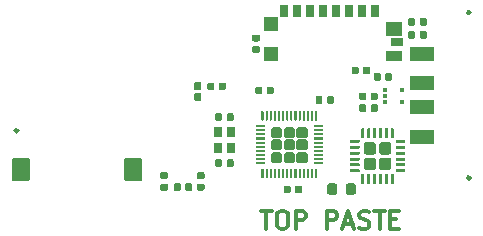
<source format=gbr>
G04 #@! TF.GenerationSoftware,KiCad,Pcbnew,(5.0.1)-4*
G04 #@! TF.CreationDate,2019-05-17T17:50:28+02:00*
G04 #@! TF.ProjectId,nk-LoRa,6E6B2D4C6F52612E6B696361645F7063,R1*
G04 #@! TF.SameCoordinates,PX5f5e100PY5f5e100*
G04 #@! TF.FileFunction,Paste,Top*
G04 #@! TF.FilePolarity,Positive*
%FSLAX46Y46*%
G04 Gerber Fmt 4.6, Leading zero omitted, Abs format (unit mm)*
G04 Created by KiCad (PCBNEW (5.0.1)-4) date 17.05.2019 17:50:28*
%MOMM*%
%LPD*%
G01*
G04 APERTURE LIST*
%ADD10C,0.300000*%
%ADD11C,0.100000*%
%ADD12C,0.600000*%
%ADD13R,1.998980X1.198880*%
%ADD14R,1.400000X0.900000*%
%ADD15R,1.000000X0.700000*%
%ADD16R,1.450000X1.200000*%
%ADD17R,1.150000X1.200000*%
%ADD18R,0.700000X1.000000*%
%ADD19C,0.834059*%
%ADD20C,0.180000*%
%ADD21C,1.500000*%
%ADD22C,0.590000*%
%ADD23R,0.450000X0.300000*%
%ADD24C,0.250000*%
%ADD25C,1.050000*%
%ADD26R,0.800000X0.900000*%
%ADD27C,0.875000*%
G04 APERTURE END LIST*
D10*
X21637142Y-998571D02*
X22494285Y-998571D01*
X22065714Y-2498571D02*
X22065714Y-998571D01*
X23280000Y-998571D02*
X23565714Y-998571D01*
X23708571Y-1070000D01*
X23851428Y-1212857D01*
X23922857Y-1498571D01*
X23922857Y-1998571D01*
X23851428Y-2284285D01*
X23708571Y-2427142D01*
X23565714Y-2498571D01*
X23280000Y-2498571D01*
X23137142Y-2427142D01*
X22994285Y-2284285D01*
X22922857Y-1998571D01*
X22922857Y-1498571D01*
X22994285Y-1212857D01*
X23137142Y-1070000D01*
X23280000Y-998571D01*
X24565714Y-2498571D02*
X24565714Y-998571D01*
X25137142Y-998571D01*
X25280000Y-1070000D01*
X25351428Y-1141428D01*
X25422857Y-1284285D01*
X25422857Y-1498571D01*
X25351428Y-1641428D01*
X25280000Y-1712857D01*
X25137142Y-1784285D01*
X24565714Y-1784285D01*
X27208571Y-2498571D02*
X27208571Y-998571D01*
X27780000Y-998571D01*
X27922857Y-1070000D01*
X27994285Y-1141428D01*
X28065714Y-1284285D01*
X28065714Y-1498571D01*
X27994285Y-1641428D01*
X27922857Y-1712857D01*
X27780000Y-1784285D01*
X27208571Y-1784285D01*
X28637142Y-2070000D02*
X29351428Y-2070000D01*
X28494285Y-2498571D02*
X28994285Y-998571D01*
X29494285Y-2498571D01*
X29922857Y-2427142D02*
X30137142Y-2498571D01*
X30494285Y-2498571D01*
X30637142Y-2427142D01*
X30708571Y-2355714D01*
X30780000Y-2212857D01*
X30780000Y-2070000D01*
X30708571Y-1927142D01*
X30637142Y-1855714D01*
X30494285Y-1784285D01*
X30208571Y-1712857D01*
X30065714Y-1641428D01*
X29994285Y-1570000D01*
X29922857Y-1427142D01*
X29922857Y-1284285D01*
X29994285Y-1141428D01*
X30065714Y-1070000D01*
X30208571Y-998571D01*
X30565714Y-998571D01*
X30780000Y-1070000D01*
X31208571Y-998571D02*
X32065714Y-998571D01*
X31637142Y-2498571D02*
X31637142Y-998571D01*
X32565714Y-1712857D02*
X33065714Y-1712857D01*
X33280000Y-2498571D02*
X32565714Y-2498571D01*
X32565714Y-998571D01*
X33280000Y-998571D01*
G04 #@! TO.C,FID3*
X39303078Y15800000D02*
G75*
G03X39303078Y15800000I-103078J0D01*
G01*
X39303078Y1800000D02*
G75*
G03X39303078Y1800000I-103078J0D01*
G01*
X1003078Y5800000D02*
G75*
G03X1003078Y5800000I-103078J0D01*
G01*
G04 #@! TD*
D11*
G04 #@! TO.C,D1*
G36*
X16414703Y9899278D02*
X16429264Y9897118D01*
X16443543Y9893541D01*
X16457403Y9888582D01*
X16470710Y9882288D01*
X16483336Y9874720D01*
X16495159Y9865952D01*
X16506066Y9856066D01*
X16515952Y9845159D01*
X16524720Y9833336D01*
X16532288Y9820710D01*
X16538582Y9807403D01*
X16543541Y9793543D01*
X16547118Y9779264D01*
X16549278Y9764703D01*
X16550000Y9750000D01*
X16550000Y9350000D01*
X16549278Y9335297D01*
X16547118Y9320736D01*
X16543541Y9306457D01*
X16538582Y9292597D01*
X16532288Y9279290D01*
X16524720Y9266664D01*
X16515952Y9254841D01*
X16506066Y9243934D01*
X16495159Y9234048D01*
X16483336Y9225280D01*
X16470710Y9217712D01*
X16457403Y9211418D01*
X16443543Y9206459D01*
X16429264Y9202882D01*
X16414703Y9200722D01*
X16400000Y9200000D01*
X16100000Y9200000D01*
X16085297Y9200722D01*
X16070736Y9202882D01*
X16056457Y9206459D01*
X16042597Y9211418D01*
X16029290Y9217712D01*
X16016664Y9225280D01*
X16004841Y9234048D01*
X15993934Y9243934D01*
X15984048Y9254841D01*
X15975280Y9266664D01*
X15967712Y9279290D01*
X15961418Y9292597D01*
X15956459Y9306457D01*
X15952882Y9320736D01*
X15950722Y9335297D01*
X15950000Y9350000D01*
X15950000Y9750000D01*
X15950722Y9764703D01*
X15952882Y9779264D01*
X15956459Y9793543D01*
X15961418Y9807403D01*
X15967712Y9820710D01*
X15975280Y9833336D01*
X15984048Y9845159D01*
X15993934Y9856066D01*
X16004841Y9865952D01*
X16016664Y9874720D01*
X16029290Y9882288D01*
X16042597Y9888582D01*
X16056457Y9893541D01*
X16070736Y9897118D01*
X16085297Y9899278D01*
X16100000Y9900000D01*
X16400000Y9900000D01*
X16414703Y9899278D01*
X16414703Y9899278D01*
G37*
D12*
X16250000Y9550000D03*
D11*
G36*
X16414703Y8999278D02*
X16429264Y8997118D01*
X16443543Y8993541D01*
X16457403Y8988582D01*
X16470710Y8982288D01*
X16483336Y8974720D01*
X16495159Y8965952D01*
X16506066Y8956066D01*
X16515952Y8945159D01*
X16524720Y8933336D01*
X16532288Y8920710D01*
X16538582Y8907403D01*
X16543541Y8893543D01*
X16547118Y8879264D01*
X16549278Y8864703D01*
X16550000Y8850000D01*
X16550000Y8450000D01*
X16549278Y8435297D01*
X16547118Y8420736D01*
X16543541Y8406457D01*
X16538582Y8392597D01*
X16532288Y8379290D01*
X16524720Y8366664D01*
X16515952Y8354841D01*
X16506066Y8343934D01*
X16495159Y8334048D01*
X16483336Y8325280D01*
X16470710Y8317712D01*
X16457403Y8311418D01*
X16443543Y8306459D01*
X16429264Y8302882D01*
X16414703Y8300722D01*
X16400000Y8300000D01*
X16100000Y8300000D01*
X16085297Y8300722D01*
X16070736Y8302882D01*
X16056457Y8306459D01*
X16042597Y8311418D01*
X16029290Y8317712D01*
X16016664Y8325280D01*
X16004841Y8334048D01*
X15993934Y8343934D01*
X15984048Y8354841D01*
X15975280Y8366664D01*
X15967712Y8379290D01*
X15961418Y8392597D01*
X15956459Y8406457D01*
X15952882Y8420736D01*
X15950722Y8435297D01*
X15950000Y8450000D01*
X15950000Y8850000D01*
X15950722Y8864703D01*
X15952882Y8879264D01*
X15956459Y8893543D01*
X15961418Y8907403D01*
X15967712Y8920710D01*
X15975280Y8933336D01*
X15984048Y8945159D01*
X15993934Y8956066D01*
X16004841Y8965952D01*
X16016664Y8974720D01*
X16029290Y8982288D01*
X16042597Y8988582D01*
X16056457Y8993541D01*
X16070736Y8997118D01*
X16085297Y8999278D01*
X16100000Y9000000D01*
X16400000Y9000000D01*
X16414703Y8999278D01*
X16414703Y8999278D01*
G37*
D12*
X16250000Y8650000D03*
G04 #@! TD*
D13*
G04 #@! TO.C,X2*
X35237600Y9794360D03*
X35237600Y7777600D03*
X35237600Y12293720D03*
X35237600Y5293480D03*
G04 #@! TD*
D14*
G04 #@! TO.C,X3*
X32900000Y12125000D03*
D15*
X33100000Y13275000D03*
D16*
X32875000Y14425000D03*
D17*
X22475000Y12275000D03*
X22475000Y14865000D03*
D18*
X31250000Y15915000D03*
X30150000Y15915000D03*
X29050000Y15915000D03*
X27950000Y15915000D03*
X26850000Y15915000D03*
X25750000Y15915000D03*
X24650000Y15915000D03*
X23550000Y15915000D03*
G04 #@! TD*
D19*
G04 #@! TO.C,U2*
X22933333Y3533333D03*
D11*
G36*
X22627177Y4011001D02*
X23239489Y4011001D01*
X23411001Y3839489D01*
X23411001Y3227177D01*
X23239489Y3055665D01*
X22627177Y3055665D01*
X22455665Y3227177D01*
X22455665Y3839489D01*
X22627177Y4011001D01*
X22627177Y4011001D01*
G37*
D19*
X24000000Y3533333D03*
D11*
G36*
X23693844Y4011001D02*
X24306156Y4011001D01*
X24477668Y3839489D01*
X24477668Y3227177D01*
X24306156Y3055665D01*
X23693844Y3055665D01*
X23522332Y3227177D01*
X23522332Y3839489D01*
X23693844Y4011001D01*
X23693844Y4011001D01*
G37*
D19*
X25066667Y3533333D03*
D11*
G36*
X24760511Y4011001D02*
X25372823Y4011001D01*
X25544335Y3839489D01*
X25544335Y3227177D01*
X25372823Y3055665D01*
X24760511Y3055665D01*
X24588999Y3227177D01*
X24588999Y3839489D01*
X24760511Y4011001D01*
X24760511Y4011001D01*
G37*
D19*
X22933333Y4600000D03*
D11*
G36*
X22627177Y5077668D02*
X23239489Y5077668D01*
X23411001Y4906156D01*
X23411001Y4293844D01*
X23239489Y4122332D01*
X22627177Y4122332D01*
X22455665Y4293844D01*
X22455665Y4906156D01*
X22627177Y5077668D01*
X22627177Y5077668D01*
G37*
D19*
X24000000Y4600000D03*
D11*
G36*
X23693844Y5077668D02*
X24306156Y5077668D01*
X24477668Y4906156D01*
X24477668Y4293844D01*
X24306156Y4122332D01*
X23693844Y4122332D01*
X23522332Y4293844D01*
X23522332Y4906156D01*
X23693844Y5077668D01*
X23693844Y5077668D01*
G37*
D19*
X25066667Y4600000D03*
D11*
G36*
X24760511Y5077668D02*
X25372823Y5077668D01*
X25544335Y4906156D01*
X25544335Y4293844D01*
X25372823Y4122332D01*
X24760511Y4122332D01*
X24588999Y4293844D01*
X24588999Y4906156D01*
X24760511Y5077668D01*
X24760511Y5077668D01*
G37*
D19*
X22933333Y5666667D03*
D11*
G36*
X22627177Y6144335D02*
X23239489Y6144335D01*
X23411001Y5972823D01*
X23411001Y5360511D01*
X23239489Y5188999D01*
X22627177Y5188999D01*
X22455665Y5360511D01*
X22455665Y5972823D01*
X22627177Y6144335D01*
X22627177Y6144335D01*
G37*
D19*
X24000000Y5666667D03*
D11*
G36*
X23693844Y6144335D02*
X24306156Y6144335D01*
X24477668Y5972823D01*
X24477668Y5360511D01*
X24306156Y5188999D01*
X23693844Y5188999D01*
X23522332Y5360511D01*
X23522332Y5972823D01*
X23693844Y6144335D01*
X23693844Y6144335D01*
G37*
D19*
X25066667Y5666667D03*
D11*
G36*
X24760511Y6144335D02*
X25372823Y6144335D01*
X25544335Y5972823D01*
X25544335Y5360511D01*
X25372823Y5188999D01*
X24760511Y5188999D01*
X24588999Y5360511D01*
X24588999Y5972823D01*
X24760511Y6144335D01*
X24760511Y6144335D01*
G37*
G36*
X21774411Y2549783D02*
X21778779Y2549135D01*
X21783063Y2548062D01*
X21787221Y2546575D01*
X21791213Y2544686D01*
X21795001Y2542416D01*
X21798548Y2539785D01*
X21801820Y2536820D01*
X21804785Y2533548D01*
X21807416Y2530001D01*
X21809686Y2526213D01*
X21811575Y2522221D01*
X21813062Y2518063D01*
X21814135Y2513779D01*
X21814783Y2509411D01*
X21815000Y2505000D01*
X21815000Y1795000D01*
X21814783Y1790589D01*
X21814135Y1786221D01*
X21813062Y1781937D01*
X21811575Y1777779D01*
X21809686Y1773787D01*
X21807416Y1769999D01*
X21804785Y1766452D01*
X21801820Y1763180D01*
X21798548Y1760215D01*
X21795001Y1757584D01*
X21791213Y1755314D01*
X21787221Y1753425D01*
X21783063Y1751938D01*
X21778779Y1750865D01*
X21774411Y1750217D01*
X21770000Y1750000D01*
X21680000Y1750000D01*
X21675589Y1750217D01*
X21671221Y1750865D01*
X21666937Y1751938D01*
X21662779Y1753425D01*
X21658787Y1755314D01*
X21654999Y1757584D01*
X21651452Y1760215D01*
X21648180Y1763180D01*
X21645215Y1766452D01*
X21642584Y1769999D01*
X21640314Y1773787D01*
X21638425Y1777779D01*
X21636938Y1781937D01*
X21635865Y1786221D01*
X21635217Y1790589D01*
X21635000Y1795000D01*
X21635000Y2505000D01*
X21635217Y2509411D01*
X21635865Y2513779D01*
X21636938Y2518063D01*
X21638425Y2522221D01*
X21640314Y2526213D01*
X21642584Y2530001D01*
X21645215Y2533548D01*
X21648180Y2536820D01*
X21651452Y2539785D01*
X21654999Y2542416D01*
X21658787Y2544686D01*
X21662779Y2546575D01*
X21666937Y2548062D01*
X21671221Y2549135D01*
X21675589Y2549783D01*
X21680000Y2550000D01*
X21770000Y2550000D01*
X21774411Y2549783D01*
X21774411Y2549783D01*
G37*
D20*
X21725000Y2150000D03*
D11*
G36*
X22124411Y2549783D02*
X22128779Y2549135D01*
X22133063Y2548062D01*
X22137221Y2546575D01*
X22141213Y2544686D01*
X22145001Y2542416D01*
X22148548Y2539785D01*
X22151820Y2536820D01*
X22154785Y2533548D01*
X22157416Y2530001D01*
X22159686Y2526213D01*
X22161575Y2522221D01*
X22163062Y2518063D01*
X22164135Y2513779D01*
X22164783Y2509411D01*
X22165000Y2505000D01*
X22165000Y1795000D01*
X22164783Y1790589D01*
X22164135Y1786221D01*
X22163062Y1781937D01*
X22161575Y1777779D01*
X22159686Y1773787D01*
X22157416Y1769999D01*
X22154785Y1766452D01*
X22151820Y1763180D01*
X22148548Y1760215D01*
X22145001Y1757584D01*
X22141213Y1755314D01*
X22137221Y1753425D01*
X22133063Y1751938D01*
X22128779Y1750865D01*
X22124411Y1750217D01*
X22120000Y1750000D01*
X22030000Y1750000D01*
X22025589Y1750217D01*
X22021221Y1750865D01*
X22016937Y1751938D01*
X22012779Y1753425D01*
X22008787Y1755314D01*
X22004999Y1757584D01*
X22001452Y1760215D01*
X21998180Y1763180D01*
X21995215Y1766452D01*
X21992584Y1769999D01*
X21990314Y1773787D01*
X21988425Y1777779D01*
X21986938Y1781937D01*
X21985865Y1786221D01*
X21985217Y1790589D01*
X21985000Y1795000D01*
X21985000Y2505000D01*
X21985217Y2509411D01*
X21985865Y2513779D01*
X21986938Y2518063D01*
X21988425Y2522221D01*
X21990314Y2526213D01*
X21992584Y2530001D01*
X21995215Y2533548D01*
X21998180Y2536820D01*
X22001452Y2539785D01*
X22004999Y2542416D01*
X22008787Y2544686D01*
X22012779Y2546575D01*
X22016937Y2548062D01*
X22021221Y2549135D01*
X22025589Y2549783D01*
X22030000Y2550000D01*
X22120000Y2550000D01*
X22124411Y2549783D01*
X22124411Y2549783D01*
G37*
D20*
X22075000Y2150000D03*
D11*
G36*
X22474411Y2549783D02*
X22478779Y2549135D01*
X22483063Y2548062D01*
X22487221Y2546575D01*
X22491213Y2544686D01*
X22495001Y2542416D01*
X22498548Y2539785D01*
X22501820Y2536820D01*
X22504785Y2533548D01*
X22507416Y2530001D01*
X22509686Y2526213D01*
X22511575Y2522221D01*
X22513062Y2518063D01*
X22514135Y2513779D01*
X22514783Y2509411D01*
X22515000Y2505000D01*
X22515000Y1795000D01*
X22514783Y1790589D01*
X22514135Y1786221D01*
X22513062Y1781937D01*
X22511575Y1777779D01*
X22509686Y1773787D01*
X22507416Y1769999D01*
X22504785Y1766452D01*
X22501820Y1763180D01*
X22498548Y1760215D01*
X22495001Y1757584D01*
X22491213Y1755314D01*
X22487221Y1753425D01*
X22483063Y1751938D01*
X22478779Y1750865D01*
X22474411Y1750217D01*
X22470000Y1750000D01*
X22380000Y1750000D01*
X22375589Y1750217D01*
X22371221Y1750865D01*
X22366937Y1751938D01*
X22362779Y1753425D01*
X22358787Y1755314D01*
X22354999Y1757584D01*
X22351452Y1760215D01*
X22348180Y1763180D01*
X22345215Y1766452D01*
X22342584Y1769999D01*
X22340314Y1773787D01*
X22338425Y1777779D01*
X22336938Y1781937D01*
X22335865Y1786221D01*
X22335217Y1790589D01*
X22335000Y1795000D01*
X22335000Y2505000D01*
X22335217Y2509411D01*
X22335865Y2513779D01*
X22336938Y2518063D01*
X22338425Y2522221D01*
X22340314Y2526213D01*
X22342584Y2530001D01*
X22345215Y2533548D01*
X22348180Y2536820D01*
X22351452Y2539785D01*
X22354999Y2542416D01*
X22358787Y2544686D01*
X22362779Y2546575D01*
X22366937Y2548062D01*
X22371221Y2549135D01*
X22375589Y2549783D01*
X22380000Y2550000D01*
X22470000Y2550000D01*
X22474411Y2549783D01*
X22474411Y2549783D01*
G37*
D20*
X22425000Y2150000D03*
D11*
G36*
X22824411Y2549783D02*
X22828779Y2549135D01*
X22833063Y2548062D01*
X22837221Y2546575D01*
X22841213Y2544686D01*
X22845001Y2542416D01*
X22848548Y2539785D01*
X22851820Y2536820D01*
X22854785Y2533548D01*
X22857416Y2530001D01*
X22859686Y2526213D01*
X22861575Y2522221D01*
X22863062Y2518063D01*
X22864135Y2513779D01*
X22864783Y2509411D01*
X22865000Y2505000D01*
X22865000Y1795000D01*
X22864783Y1790589D01*
X22864135Y1786221D01*
X22863062Y1781937D01*
X22861575Y1777779D01*
X22859686Y1773787D01*
X22857416Y1769999D01*
X22854785Y1766452D01*
X22851820Y1763180D01*
X22848548Y1760215D01*
X22845001Y1757584D01*
X22841213Y1755314D01*
X22837221Y1753425D01*
X22833063Y1751938D01*
X22828779Y1750865D01*
X22824411Y1750217D01*
X22820000Y1750000D01*
X22730000Y1750000D01*
X22725589Y1750217D01*
X22721221Y1750865D01*
X22716937Y1751938D01*
X22712779Y1753425D01*
X22708787Y1755314D01*
X22704999Y1757584D01*
X22701452Y1760215D01*
X22698180Y1763180D01*
X22695215Y1766452D01*
X22692584Y1769999D01*
X22690314Y1773787D01*
X22688425Y1777779D01*
X22686938Y1781937D01*
X22685865Y1786221D01*
X22685217Y1790589D01*
X22685000Y1795000D01*
X22685000Y2505000D01*
X22685217Y2509411D01*
X22685865Y2513779D01*
X22686938Y2518063D01*
X22688425Y2522221D01*
X22690314Y2526213D01*
X22692584Y2530001D01*
X22695215Y2533548D01*
X22698180Y2536820D01*
X22701452Y2539785D01*
X22704999Y2542416D01*
X22708787Y2544686D01*
X22712779Y2546575D01*
X22716937Y2548062D01*
X22721221Y2549135D01*
X22725589Y2549783D01*
X22730000Y2550000D01*
X22820000Y2550000D01*
X22824411Y2549783D01*
X22824411Y2549783D01*
G37*
D20*
X22775000Y2150000D03*
D11*
G36*
X23174411Y2549783D02*
X23178779Y2549135D01*
X23183063Y2548062D01*
X23187221Y2546575D01*
X23191213Y2544686D01*
X23195001Y2542416D01*
X23198548Y2539785D01*
X23201820Y2536820D01*
X23204785Y2533548D01*
X23207416Y2530001D01*
X23209686Y2526213D01*
X23211575Y2522221D01*
X23213062Y2518063D01*
X23214135Y2513779D01*
X23214783Y2509411D01*
X23215000Y2505000D01*
X23215000Y1795000D01*
X23214783Y1790589D01*
X23214135Y1786221D01*
X23213062Y1781937D01*
X23211575Y1777779D01*
X23209686Y1773787D01*
X23207416Y1769999D01*
X23204785Y1766452D01*
X23201820Y1763180D01*
X23198548Y1760215D01*
X23195001Y1757584D01*
X23191213Y1755314D01*
X23187221Y1753425D01*
X23183063Y1751938D01*
X23178779Y1750865D01*
X23174411Y1750217D01*
X23170000Y1750000D01*
X23080000Y1750000D01*
X23075589Y1750217D01*
X23071221Y1750865D01*
X23066937Y1751938D01*
X23062779Y1753425D01*
X23058787Y1755314D01*
X23054999Y1757584D01*
X23051452Y1760215D01*
X23048180Y1763180D01*
X23045215Y1766452D01*
X23042584Y1769999D01*
X23040314Y1773787D01*
X23038425Y1777779D01*
X23036938Y1781937D01*
X23035865Y1786221D01*
X23035217Y1790589D01*
X23035000Y1795000D01*
X23035000Y2505000D01*
X23035217Y2509411D01*
X23035865Y2513779D01*
X23036938Y2518063D01*
X23038425Y2522221D01*
X23040314Y2526213D01*
X23042584Y2530001D01*
X23045215Y2533548D01*
X23048180Y2536820D01*
X23051452Y2539785D01*
X23054999Y2542416D01*
X23058787Y2544686D01*
X23062779Y2546575D01*
X23066937Y2548062D01*
X23071221Y2549135D01*
X23075589Y2549783D01*
X23080000Y2550000D01*
X23170000Y2550000D01*
X23174411Y2549783D01*
X23174411Y2549783D01*
G37*
D20*
X23125000Y2150000D03*
D11*
G36*
X23524411Y2549783D02*
X23528779Y2549135D01*
X23533063Y2548062D01*
X23537221Y2546575D01*
X23541213Y2544686D01*
X23545001Y2542416D01*
X23548548Y2539785D01*
X23551820Y2536820D01*
X23554785Y2533548D01*
X23557416Y2530001D01*
X23559686Y2526213D01*
X23561575Y2522221D01*
X23563062Y2518063D01*
X23564135Y2513779D01*
X23564783Y2509411D01*
X23565000Y2505000D01*
X23565000Y1795000D01*
X23564783Y1790589D01*
X23564135Y1786221D01*
X23563062Y1781937D01*
X23561575Y1777779D01*
X23559686Y1773787D01*
X23557416Y1769999D01*
X23554785Y1766452D01*
X23551820Y1763180D01*
X23548548Y1760215D01*
X23545001Y1757584D01*
X23541213Y1755314D01*
X23537221Y1753425D01*
X23533063Y1751938D01*
X23528779Y1750865D01*
X23524411Y1750217D01*
X23520000Y1750000D01*
X23430000Y1750000D01*
X23425589Y1750217D01*
X23421221Y1750865D01*
X23416937Y1751938D01*
X23412779Y1753425D01*
X23408787Y1755314D01*
X23404999Y1757584D01*
X23401452Y1760215D01*
X23398180Y1763180D01*
X23395215Y1766452D01*
X23392584Y1769999D01*
X23390314Y1773787D01*
X23388425Y1777779D01*
X23386938Y1781937D01*
X23385865Y1786221D01*
X23385217Y1790589D01*
X23385000Y1795000D01*
X23385000Y2505000D01*
X23385217Y2509411D01*
X23385865Y2513779D01*
X23386938Y2518063D01*
X23388425Y2522221D01*
X23390314Y2526213D01*
X23392584Y2530001D01*
X23395215Y2533548D01*
X23398180Y2536820D01*
X23401452Y2539785D01*
X23404999Y2542416D01*
X23408787Y2544686D01*
X23412779Y2546575D01*
X23416937Y2548062D01*
X23421221Y2549135D01*
X23425589Y2549783D01*
X23430000Y2550000D01*
X23520000Y2550000D01*
X23524411Y2549783D01*
X23524411Y2549783D01*
G37*
D20*
X23475000Y2150000D03*
D11*
G36*
X23874411Y2549783D02*
X23878779Y2549135D01*
X23883063Y2548062D01*
X23887221Y2546575D01*
X23891213Y2544686D01*
X23895001Y2542416D01*
X23898548Y2539785D01*
X23901820Y2536820D01*
X23904785Y2533548D01*
X23907416Y2530001D01*
X23909686Y2526213D01*
X23911575Y2522221D01*
X23913062Y2518063D01*
X23914135Y2513779D01*
X23914783Y2509411D01*
X23915000Y2505000D01*
X23915000Y1795000D01*
X23914783Y1790589D01*
X23914135Y1786221D01*
X23913062Y1781937D01*
X23911575Y1777779D01*
X23909686Y1773787D01*
X23907416Y1769999D01*
X23904785Y1766452D01*
X23901820Y1763180D01*
X23898548Y1760215D01*
X23895001Y1757584D01*
X23891213Y1755314D01*
X23887221Y1753425D01*
X23883063Y1751938D01*
X23878779Y1750865D01*
X23874411Y1750217D01*
X23870000Y1750000D01*
X23780000Y1750000D01*
X23775589Y1750217D01*
X23771221Y1750865D01*
X23766937Y1751938D01*
X23762779Y1753425D01*
X23758787Y1755314D01*
X23754999Y1757584D01*
X23751452Y1760215D01*
X23748180Y1763180D01*
X23745215Y1766452D01*
X23742584Y1769999D01*
X23740314Y1773787D01*
X23738425Y1777779D01*
X23736938Y1781937D01*
X23735865Y1786221D01*
X23735217Y1790589D01*
X23735000Y1795000D01*
X23735000Y2505000D01*
X23735217Y2509411D01*
X23735865Y2513779D01*
X23736938Y2518063D01*
X23738425Y2522221D01*
X23740314Y2526213D01*
X23742584Y2530001D01*
X23745215Y2533548D01*
X23748180Y2536820D01*
X23751452Y2539785D01*
X23754999Y2542416D01*
X23758787Y2544686D01*
X23762779Y2546575D01*
X23766937Y2548062D01*
X23771221Y2549135D01*
X23775589Y2549783D01*
X23780000Y2550000D01*
X23870000Y2550000D01*
X23874411Y2549783D01*
X23874411Y2549783D01*
G37*
D20*
X23825000Y2150000D03*
D11*
G36*
X24224411Y2549783D02*
X24228779Y2549135D01*
X24233063Y2548062D01*
X24237221Y2546575D01*
X24241213Y2544686D01*
X24245001Y2542416D01*
X24248548Y2539785D01*
X24251820Y2536820D01*
X24254785Y2533548D01*
X24257416Y2530001D01*
X24259686Y2526213D01*
X24261575Y2522221D01*
X24263062Y2518063D01*
X24264135Y2513779D01*
X24264783Y2509411D01*
X24265000Y2505000D01*
X24265000Y1795000D01*
X24264783Y1790589D01*
X24264135Y1786221D01*
X24263062Y1781937D01*
X24261575Y1777779D01*
X24259686Y1773787D01*
X24257416Y1769999D01*
X24254785Y1766452D01*
X24251820Y1763180D01*
X24248548Y1760215D01*
X24245001Y1757584D01*
X24241213Y1755314D01*
X24237221Y1753425D01*
X24233063Y1751938D01*
X24228779Y1750865D01*
X24224411Y1750217D01*
X24220000Y1750000D01*
X24130000Y1750000D01*
X24125589Y1750217D01*
X24121221Y1750865D01*
X24116937Y1751938D01*
X24112779Y1753425D01*
X24108787Y1755314D01*
X24104999Y1757584D01*
X24101452Y1760215D01*
X24098180Y1763180D01*
X24095215Y1766452D01*
X24092584Y1769999D01*
X24090314Y1773787D01*
X24088425Y1777779D01*
X24086938Y1781937D01*
X24085865Y1786221D01*
X24085217Y1790589D01*
X24085000Y1795000D01*
X24085000Y2505000D01*
X24085217Y2509411D01*
X24085865Y2513779D01*
X24086938Y2518063D01*
X24088425Y2522221D01*
X24090314Y2526213D01*
X24092584Y2530001D01*
X24095215Y2533548D01*
X24098180Y2536820D01*
X24101452Y2539785D01*
X24104999Y2542416D01*
X24108787Y2544686D01*
X24112779Y2546575D01*
X24116937Y2548062D01*
X24121221Y2549135D01*
X24125589Y2549783D01*
X24130000Y2550000D01*
X24220000Y2550000D01*
X24224411Y2549783D01*
X24224411Y2549783D01*
G37*
D20*
X24175000Y2150000D03*
D11*
G36*
X24574411Y2549783D02*
X24578779Y2549135D01*
X24583063Y2548062D01*
X24587221Y2546575D01*
X24591213Y2544686D01*
X24595001Y2542416D01*
X24598548Y2539785D01*
X24601820Y2536820D01*
X24604785Y2533548D01*
X24607416Y2530001D01*
X24609686Y2526213D01*
X24611575Y2522221D01*
X24613062Y2518063D01*
X24614135Y2513779D01*
X24614783Y2509411D01*
X24615000Y2505000D01*
X24615000Y1795000D01*
X24614783Y1790589D01*
X24614135Y1786221D01*
X24613062Y1781937D01*
X24611575Y1777779D01*
X24609686Y1773787D01*
X24607416Y1769999D01*
X24604785Y1766452D01*
X24601820Y1763180D01*
X24598548Y1760215D01*
X24595001Y1757584D01*
X24591213Y1755314D01*
X24587221Y1753425D01*
X24583063Y1751938D01*
X24578779Y1750865D01*
X24574411Y1750217D01*
X24570000Y1750000D01*
X24480000Y1750000D01*
X24475589Y1750217D01*
X24471221Y1750865D01*
X24466937Y1751938D01*
X24462779Y1753425D01*
X24458787Y1755314D01*
X24454999Y1757584D01*
X24451452Y1760215D01*
X24448180Y1763180D01*
X24445215Y1766452D01*
X24442584Y1769999D01*
X24440314Y1773787D01*
X24438425Y1777779D01*
X24436938Y1781937D01*
X24435865Y1786221D01*
X24435217Y1790589D01*
X24435000Y1795000D01*
X24435000Y2505000D01*
X24435217Y2509411D01*
X24435865Y2513779D01*
X24436938Y2518063D01*
X24438425Y2522221D01*
X24440314Y2526213D01*
X24442584Y2530001D01*
X24445215Y2533548D01*
X24448180Y2536820D01*
X24451452Y2539785D01*
X24454999Y2542416D01*
X24458787Y2544686D01*
X24462779Y2546575D01*
X24466937Y2548062D01*
X24471221Y2549135D01*
X24475589Y2549783D01*
X24480000Y2550000D01*
X24570000Y2550000D01*
X24574411Y2549783D01*
X24574411Y2549783D01*
G37*
D20*
X24525000Y2150000D03*
D11*
G36*
X24924411Y2549783D02*
X24928779Y2549135D01*
X24933063Y2548062D01*
X24937221Y2546575D01*
X24941213Y2544686D01*
X24945001Y2542416D01*
X24948548Y2539785D01*
X24951820Y2536820D01*
X24954785Y2533548D01*
X24957416Y2530001D01*
X24959686Y2526213D01*
X24961575Y2522221D01*
X24963062Y2518063D01*
X24964135Y2513779D01*
X24964783Y2509411D01*
X24965000Y2505000D01*
X24965000Y1795000D01*
X24964783Y1790589D01*
X24964135Y1786221D01*
X24963062Y1781937D01*
X24961575Y1777779D01*
X24959686Y1773787D01*
X24957416Y1769999D01*
X24954785Y1766452D01*
X24951820Y1763180D01*
X24948548Y1760215D01*
X24945001Y1757584D01*
X24941213Y1755314D01*
X24937221Y1753425D01*
X24933063Y1751938D01*
X24928779Y1750865D01*
X24924411Y1750217D01*
X24920000Y1750000D01*
X24830000Y1750000D01*
X24825589Y1750217D01*
X24821221Y1750865D01*
X24816937Y1751938D01*
X24812779Y1753425D01*
X24808787Y1755314D01*
X24804999Y1757584D01*
X24801452Y1760215D01*
X24798180Y1763180D01*
X24795215Y1766452D01*
X24792584Y1769999D01*
X24790314Y1773787D01*
X24788425Y1777779D01*
X24786938Y1781937D01*
X24785865Y1786221D01*
X24785217Y1790589D01*
X24785000Y1795000D01*
X24785000Y2505000D01*
X24785217Y2509411D01*
X24785865Y2513779D01*
X24786938Y2518063D01*
X24788425Y2522221D01*
X24790314Y2526213D01*
X24792584Y2530001D01*
X24795215Y2533548D01*
X24798180Y2536820D01*
X24801452Y2539785D01*
X24804999Y2542416D01*
X24808787Y2544686D01*
X24812779Y2546575D01*
X24816937Y2548062D01*
X24821221Y2549135D01*
X24825589Y2549783D01*
X24830000Y2550000D01*
X24920000Y2550000D01*
X24924411Y2549783D01*
X24924411Y2549783D01*
G37*
D20*
X24875000Y2150000D03*
D11*
G36*
X25274411Y2549783D02*
X25278779Y2549135D01*
X25283063Y2548062D01*
X25287221Y2546575D01*
X25291213Y2544686D01*
X25295001Y2542416D01*
X25298548Y2539785D01*
X25301820Y2536820D01*
X25304785Y2533548D01*
X25307416Y2530001D01*
X25309686Y2526213D01*
X25311575Y2522221D01*
X25313062Y2518063D01*
X25314135Y2513779D01*
X25314783Y2509411D01*
X25315000Y2505000D01*
X25315000Y1795000D01*
X25314783Y1790589D01*
X25314135Y1786221D01*
X25313062Y1781937D01*
X25311575Y1777779D01*
X25309686Y1773787D01*
X25307416Y1769999D01*
X25304785Y1766452D01*
X25301820Y1763180D01*
X25298548Y1760215D01*
X25295001Y1757584D01*
X25291213Y1755314D01*
X25287221Y1753425D01*
X25283063Y1751938D01*
X25278779Y1750865D01*
X25274411Y1750217D01*
X25270000Y1750000D01*
X25180000Y1750000D01*
X25175589Y1750217D01*
X25171221Y1750865D01*
X25166937Y1751938D01*
X25162779Y1753425D01*
X25158787Y1755314D01*
X25154999Y1757584D01*
X25151452Y1760215D01*
X25148180Y1763180D01*
X25145215Y1766452D01*
X25142584Y1769999D01*
X25140314Y1773787D01*
X25138425Y1777779D01*
X25136938Y1781937D01*
X25135865Y1786221D01*
X25135217Y1790589D01*
X25135000Y1795000D01*
X25135000Y2505000D01*
X25135217Y2509411D01*
X25135865Y2513779D01*
X25136938Y2518063D01*
X25138425Y2522221D01*
X25140314Y2526213D01*
X25142584Y2530001D01*
X25145215Y2533548D01*
X25148180Y2536820D01*
X25151452Y2539785D01*
X25154999Y2542416D01*
X25158787Y2544686D01*
X25162779Y2546575D01*
X25166937Y2548062D01*
X25171221Y2549135D01*
X25175589Y2549783D01*
X25180000Y2550000D01*
X25270000Y2550000D01*
X25274411Y2549783D01*
X25274411Y2549783D01*
G37*
D20*
X25225000Y2150000D03*
D11*
G36*
X25624411Y2549783D02*
X25628779Y2549135D01*
X25633063Y2548062D01*
X25637221Y2546575D01*
X25641213Y2544686D01*
X25645001Y2542416D01*
X25648548Y2539785D01*
X25651820Y2536820D01*
X25654785Y2533548D01*
X25657416Y2530001D01*
X25659686Y2526213D01*
X25661575Y2522221D01*
X25663062Y2518063D01*
X25664135Y2513779D01*
X25664783Y2509411D01*
X25665000Y2505000D01*
X25665000Y1795000D01*
X25664783Y1790589D01*
X25664135Y1786221D01*
X25663062Y1781937D01*
X25661575Y1777779D01*
X25659686Y1773787D01*
X25657416Y1769999D01*
X25654785Y1766452D01*
X25651820Y1763180D01*
X25648548Y1760215D01*
X25645001Y1757584D01*
X25641213Y1755314D01*
X25637221Y1753425D01*
X25633063Y1751938D01*
X25628779Y1750865D01*
X25624411Y1750217D01*
X25620000Y1750000D01*
X25530000Y1750000D01*
X25525589Y1750217D01*
X25521221Y1750865D01*
X25516937Y1751938D01*
X25512779Y1753425D01*
X25508787Y1755314D01*
X25504999Y1757584D01*
X25501452Y1760215D01*
X25498180Y1763180D01*
X25495215Y1766452D01*
X25492584Y1769999D01*
X25490314Y1773787D01*
X25488425Y1777779D01*
X25486938Y1781937D01*
X25485865Y1786221D01*
X25485217Y1790589D01*
X25485000Y1795000D01*
X25485000Y2505000D01*
X25485217Y2509411D01*
X25485865Y2513779D01*
X25486938Y2518063D01*
X25488425Y2522221D01*
X25490314Y2526213D01*
X25492584Y2530001D01*
X25495215Y2533548D01*
X25498180Y2536820D01*
X25501452Y2539785D01*
X25504999Y2542416D01*
X25508787Y2544686D01*
X25512779Y2546575D01*
X25516937Y2548062D01*
X25521221Y2549135D01*
X25525589Y2549783D01*
X25530000Y2550000D01*
X25620000Y2550000D01*
X25624411Y2549783D01*
X25624411Y2549783D01*
G37*
D20*
X25575000Y2150000D03*
D11*
G36*
X25974411Y2549783D02*
X25978779Y2549135D01*
X25983063Y2548062D01*
X25987221Y2546575D01*
X25991213Y2544686D01*
X25995001Y2542416D01*
X25998548Y2539785D01*
X26001820Y2536820D01*
X26004785Y2533548D01*
X26007416Y2530001D01*
X26009686Y2526213D01*
X26011575Y2522221D01*
X26013062Y2518063D01*
X26014135Y2513779D01*
X26014783Y2509411D01*
X26015000Y2505000D01*
X26015000Y1795000D01*
X26014783Y1790589D01*
X26014135Y1786221D01*
X26013062Y1781937D01*
X26011575Y1777779D01*
X26009686Y1773787D01*
X26007416Y1769999D01*
X26004785Y1766452D01*
X26001820Y1763180D01*
X25998548Y1760215D01*
X25995001Y1757584D01*
X25991213Y1755314D01*
X25987221Y1753425D01*
X25983063Y1751938D01*
X25978779Y1750865D01*
X25974411Y1750217D01*
X25970000Y1750000D01*
X25880000Y1750000D01*
X25875589Y1750217D01*
X25871221Y1750865D01*
X25866937Y1751938D01*
X25862779Y1753425D01*
X25858787Y1755314D01*
X25854999Y1757584D01*
X25851452Y1760215D01*
X25848180Y1763180D01*
X25845215Y1766452D01*
X25842584Y1769999D01*
X25840314Y1773787D01*
X25838425Y1777779D01*
X25836938Y1781937D01*
X25835865Y1786221D01*
X25835217Y1790589D01*
X25835000Y1795000D01*
X25835000Y2505000D01*
X25835217Y2509411D01*
X25835865Y2513779D01*
X25836938Y2518063D01*
X25838425Y2522221D01*
X25840314Y2526213D01*
X25842584Y2530001D01*
X25845215Y2533548D01*
X25848180Y2536820D01*
X25851452Y2539785D01*
X25854999Y2542416D01*
X25858787Y2544686D01*
X25862779Y2546575D01*
X25866937Y2548062D01*
X25871221Y2549135D01*
X25875589Y2549783D01*
X25880000Y2550000D01*
X25970000Y2550000D01*
X25974411Y2549783D01*
X25974411Y2549783D01*
G37*
D20*
X25925000Y2150000D03*
D11*
G36*
X26324411Y2549783D02*
X26328779Y2549135D01*
X26333063Y2548062D01*
X26337221Y2546575D01*
X26341213Y2544686D01*
X26345001Y2542416D01*
X26348548Y2539785D01*
X26351820Y2536820D01*
X26354785Y2533548D01*
X26357416Y2530001D01*
X26359686Y2526213D01*
X26361575Y2522221D01*
X26363062Y2518063D01*
X26364135Y2513779D01*
X26364783Y2509411D01*
X26365000Y2505000D01*
X26365000Y1795000D01*
X26364783Y1790589D01*
X26364135Y1786221D01*
X26363062Y1781937D01*
X26361575Y1777779D01*
X26359686Y1773787D01*
X26357416Y1769999D01*
X26354785Y1766452D01*
X26351820Y1763180D01*
X26348548Y1760215D01*
X26345001Y1757584D01*
X26341213Y1755314D01*
X26337221Y1753425D01*
X26333063Y1751938D01*
X26328779Y1750865D01*
X26324411Y1750217D01*
X26320000Y1750000D01*
X26230000Y1750000D01*
X26225589Y1750217D01*
X26221221Y1750865D01*
X26216937Y1751938D01*
X26212779Y1753425D01*
X26208787Y1755314D01*
X26204999Y1757584D01*
X26201452Y1760215D01*
X26198180Y1763180D01*
X26195215Y1766452D01*
X26192584Y1769999D01*
X26190314Y1773787D01*
X26188425Y1777779D01*
X26186938Y1781937D01*
X26185865Y1786221D01*
X26185217Y1790589D01*
X26185000Y1795000D01*
X26185000Y2505000D01*
X26185217Y2509411D01*
X26185865Y2513779D01*
X26186938Y2518063D01*
X26188425Y2522221D01*
X26190314Y2526213D01*
X26192584Y2530001D01*
X26195215Y2533548D01*
X26198180Y2536820D01*
X26201452Y2539785D01*
X26204999Y2542416D01*
X26208787Y2544686D01*
X26212779Y2546575D01*
X26216937Y2548062D01*
X26221221Y2549135D01*
X26225589Y2549783D01*
X26230000Y2550000D01*
X26320000Y2550000D01*
X26324411Y2549783D01*
X26324411Y2549783D01*
G37*
D20*
X26275000Y2150000D03*
D11*
G36*
X26809411Y3114783D02*
X26813779Y3114135D01*
X26818063Y3113062D01*
X26822221Y3111575D01*
X26826213Y3109686D01*
X26830001Y3107416D01*
X26833548Y3104785D01*
X26836820Y3101820D01*
X26839785Y3098548D01*
X26842416Y3095001D01*
X26844686Y3091213D01*
X26846575Y3087221D01*
X26848062Y3083063D01*
X26849135Y3078779D01*
X26849783Y3074411D01*
X26850000Y3070000D01*
X26850000Y2980000D01*
X26849783Y2975589D01*
X26849135Y2971221D01*
X26848062Y2966937D01*
X26846575Y2962779D01*
X26844686Y2958787D01*
X26842416Y2954999D01*
X26839785Y2951452D01*
X26836820Y2948180D01*
X26833548Y2945215D01*
X26830001Y2942584D01*
X26826213Y2940314D01*
X26822221Y2938425D01*
X26818063Y2936938D01*
X26813779Y2935865D01*
X26809411Y2935217D01*
X26805000Y2935000D01*
X26095000Y2935000D01*
X26090589Y2935217D01*
X26086221Y2935865D01*
X26081937Y2936938D01*
X26077779Y2938425D01*
X26073787Y2940314D01*
X26069999Y2942584D01*
X26066452Y2945215D01*
X26063180Y2948180D01*
X26060215Y2951452D01*
X26057584Y2954999D01*
X26055314Y2958787D01*
X26053425Y2962779D01*
X26051938Y2966937D01*
X26050865Y2971221D01*
X26050217Y2975589D01*
X26050000Y2980000D01*
X26050000Y3070000D01*
X26050217Y3074411D01*
X26050865Y3078779D01*
X26051938Y3083063D01*
X26053425Y3087221D01*
X26055314Y3091213D01*
X26057584Y3095001D01*
X26060215Y3098548D01*
X26063180Y3101820D01*
X26066452Y3104785D01*
X26069999Y3107416D01*
X26073787Y3109686D01*
X26077779Y3111575D01*
X26081937Y3113062D01*
X26086221Y3114135D01*
X26090589Y3114783D01*
X26095000Y3115000D01*
X26805000Y3115000D01*
X26809411Y3114783D01*
X26809411Y3114783D01*
G37*
D20*
X26450000Y3025000D03*
D11*
G36*
X26809411Y3464783D02*
X26813779Y3464135D01*
X26818063Y3463062D01*
X26822221Y3461575D01*
X26826213Y3459686D01*
X26830001Y3457416D01*
X26833548Y3454785D01*
X26836820Y3451820D01*
X26839785Y3448548D01*
X26842416Y3445001D01*
X26844686Y3441213D01*
X26846575Y3437221D01*
X26848062Y3433063D01*
X26849135Y3428779D01*
X26849783Y3424411D01*
X26850000Y3420000D01*
X26850000Y3330000D01*
X26849783Y3325589D01*
X26849135Y3321221D01*
X26848062Y3316937D01*
X26846575Y3312779D01*
X26844686Y3308787D01*
X26842416Y3304999D01*
X26839785Y3301452D01*
X26836820Y3298180D01*
X26833548Y3295215D01*
X26830001Y3292584D01*
X26826213Y3290314D01*
X26822221Y3288425D01*
X26818063Y3286938D01*
X26813779Y3285865D01*
X26809411Y3285217D01*
X26805000Y3285000D01*
X26095000Y3285000D01*
X26090589Y3285217D01*
X26086221Y3285865D01*
X26081937Y3286938D01*
X26077779Y3288425D01*
X26073787Y3290314D01*
X26069999Y3292584D01*
X26066452Y3295215D01*
X26063180Y3298180D01*
X26060215Y3301452D01*
X26057584Y3304999D01*
X26055314Y3308787D01*
X26053425Y3312779D01*
X26051938Y3316937D01*
X26050865Y3321221D01*
X26050217Y3325589D01*
X26050000Y3330000D01*
X26050000Y3420000D01*
X26050217Y3424411D01*
X26050865Y3428779D01*
X26051938Y3433063D01*
X26053425Y3437221D01*
X26055314Y3441213D01*
X26057584Y3445001D01*
X26060215Y3448548D01*
X26063180Y3451820D01*
X26066452Y3454785D01*
X26069999Y3457416D01*
X26073787Y3459686D01*
X26077779Y3461575D01*
X26081937Y3463062D01*
X26086221Y3464135D01*
X26090589Y3464783D01*
X26095000Y3465000D01*
X26805000Y3465000D01*
X26809411Y3464783D01*
X26809411Y3464783D01*
G37*
D20*
X26450000Y3375000D03*
D11*
G36*
X26809411Y3814783D02*
X26813779Y3814135D01*
X26818063Y3813062D01*
X26822221Y3811575D01*
X26826213Y3809686D01*
X26830001Y3807416D01*
X26833548Y3804785D01*
X26836820Y3801820D01*
X26839785Y3798548D01*
X26842416Y3795001D01*
X26844686Y3791213D01*
X26846575Y3787221D01*
X26848062Y3783063D01*
X26849135Y3778779D01*
X26849783Y3774411D01*
X26850000Y3770000D01*
X26850000Y3680000D01*
X26849783Y3675589D01*
X26849135Y3671221D01*
X26848062Y3666937D01*
X26846575Y3662779D01*
X26844686Y3658787D01*
X26842416Y3654999D01*
X26839785Y3651452D01*
X26836820Y3648180D01*
X26833548Y3645215D01*
X26830001Y3642584D01*
X26826213Y3640314D01*
X26822221Y3638425D01*
X26818063Y3636938D01*
X26813779Y3635865D01*
X26809411Y3635217D01*
X26805000Y3635000D01*
X26095000Y3635000D01*
X26090589Y3635217D01*
X26086221Y3635865D01*
X26081937Y3636938D01*
X26077779Y3638425D01*
X26073787Y3640314D01*
X26069999Y3642584D01*
X26066452Y3645215D01*
X26063180Y3648180D01*
X26060215Y3651452D01*
X26057584Y3654999D01*
X26055314Y3658787D01*
X26053425Y3662779D01*
X26051938Y3666937D01*
X26050865Y3671221D01*
X26050217Y3675589D01*
X26050000Y3680000D01*
X26050000Y3770000D01*
X26050217Y3774411D01*
X26050865Y3778779D01*
X26051938Y3783063D01*
X26053425Y3787221D01*
X26055314Y3791213D01*
X26057584Y3795001D01*
X26060215Y3798548D01*
X26063180Y3801820D01*
X26066452Y3804785D01*
X26069999Y3807416D01*
X26073787Y3809686D01*
X26077779Y3811575D01*
X26081937Y3813062D01*
X26086221Y3814135D01*
X26090589Y3814783D01*
X26095000Y3815000D01*
X26805000Y3815000D01*
X26809411Y3814783D01*
X26809411Y3814783D01*
G37*
D20*
X26450000Y3725000D03*
D11*
G36*
X26809411Y4164783D02*
X26813779Y4164135D01*
X26818063Y4163062D01*
X26822221Y4161575D01*
X26826213Y4159686D01*
X26830001Y4157416D01*
X26833548Y4154785D01*
X26836820Y4151820D01*
X26839785Y4148548D01*
X26842416Y4145001D01*
X26844686Y4141213D01*
X26846575Y4137221D01*
X26848062Y4133063D01*
X26849135Y4128779D01*
X26849783Y4124411D01*
X26850000Y4120000D01*
X26850000Y4030000D01*
X26849783Y4025589D01*
X26849135Y4021221D01*
X26848062Y4016937D01*
X26846575Y4012779D01*
X26844686Y4008787D01*
X26842416Y4004999D01*
X26839785Y4001452D01*
X26836820Y3998180D01*
X26833548Y3995215D01*
X26830001Y3992584D01*
X26826213Y3990314D01*
X26822221Y3988425D01*
X26818063Y3986938D01*
X26813779Y3985865D01*
X26809411Y3985217D01*
X26805000Y3985000D01*
X26095000Y3985000D01*
X26090589Y3985217D01*
X26086221Y3985865D01*
X26081937Y3986938D01*
X26077779Y3988425D01*
X26073787Y3990314D01*
X26069999Y3992584D01*
X26066452Y3995215D01*
X26063180Y3998180D01*
X26060215Y4001452D01*
X26057584Y4004999D01*
X26055314Y4008787D01*
X26053425Y4012779D01*
X26051938Y4016937D01*
X26050865Y4021221D01*
X26050217Y4025589D01*
X26050000Y4030000D01*
X26050000Y4120000D01*
X26050217Y4124411D01*
X26050865Y4128779D01*
X26051938Y4133063D01*
X26053425Y4137221D01*
X26055314Y4141213D01*
X26057584Y4145001D01*
X26060215Y4148548D01*
X26063180Y4151820D01*
X26066452Y4154785D01*
X26069999Y4157416D01*
X26073787Y4159686D01*
X26077779Y4161575D01*
X26081937Y4163062D01*
X26086221Y4164135D01*
X26090589Y4164783D01*
X26095000Y4165000D01*
X26805000Y4165000D01*
X26809411Y4164783D01*
X26809411Y4164783D01*
G37*
D20*
X26450000Y4075000D03*
D11*
G36*
X26809411Y4514783D02*
X26813779Y4514135D01*
X26818063Y4513062D01*
X26822221Y4511575D01*
X26826213Y4509686D01*
X26830001Y4507416D01*
X26833548Y4504785D01*
X26836820Y4501820D01*
X26839785Y4498548D01*
X26842416Y4495001D01*
X26844686Y4491213D01*
X26846575Y4487221D01*
X26848062Y4483063D01*
X26849135Y4478779D01*
X26849783Y4474411D01*
X26850000Y4470000D01*
X26850000Y4380000D01*
X26849783Y4375589D01*
X26849135Y4371221D01*
X26848062Y4366937D01*
X26846575Y4362779D01*
X26844686Y4358787D01*
X26842416Y4354999D01*
X26839785Y4351452D01*
X26836820Y4348180D01*
X26833548Y4345215D01*
X26830001Y4342584D01*
X26826213Y4340314D01*
X26822221Y4338425D01*
X26818063Y4336938D01*
X26813779Y4335865D01*
X26809411Y4335217D01*
X26805000Y4335000D01*
X26095000Y4335000D01*
X26090589Y4335217D01*
X26086221Y4335865D01*
X26081937Y4336938D01*
X26077779Y4338425D01*
X26073787Y4340314D01*
X26069999Y4342584D01*
X26066452Y4345215D01*
X26063180Y4348180D01*
X26060215Y4351452D01*
X26057584Y4354999D01*
X26055314Y4358787D01*
X26053425Y4362779D01*
X26051938Y4366937D01*
X26050865Y4371221D01*
X26050217Y4375589D01*
X26050000Y4380000D01*
X26050000Y4470000D01*
X26050217Y4474411D01*
X26050865Y4478779D01*
X26051938Y4483063D01*
X26053425Y4487221D01*
X26055314Y4491213D01*
X26057584Y4495001D01*
X26060215Y4498548D01*
X26063180Y4501820D01*
X26066452Y4504785D01*
X26069999Y4507416D01*
X26073787Y4509686D01*
X26077779Y4511575D01*
X26081937Y4513062D01*
X26086221Y4514135D01*
X26090589Y4514783D01*
X26095000Y4515000D01*
X26805000Y4515000D01*
X26809411Y4514783D01*
X26809411Y4514783D01*
G37*
D20*
X26450000Y4425000D03*
D11*
G36*
X26809411Y4864783D02*
X26813779Y4864135D01*
X26818063Y4863062D01*
X26822221Y4861575D01*
X26826213Y4859686D01*
X26830001Y4857416D01*
X26833548Y4854785D01*
X26836820Y4851820D01*
X26839785Y4848548D01*
X26842416Y4845001D01*
X26844686Y4841213D01*
X26846575Y4837221D01*
X26848062Y4833063D01*
X26849135Y4828779D01*
X26849783Y4824411D01*
X26850000Y4820000D01*
X26850000Y4730000D01*
X26849783Y4725589D01*
X26849135Y4721221D01*
X26848062Y4716937D01*
X26846575Y4712779D01*
X26844686Y4708787D01*
X26842416Y4704999D01*
X26839785Y4701452D01*
X26836820Y4698180D01*
X26833548Y4695215D01*
X26830001Y4692584D01*
X26826213Y4690314D01*
X26822221Y4688425D01*
X26818063Y4686938D01*
X26813779Y4685865D01*
X26809411Y4685217D01*
X26805000Y4685000D01*
X26095000Y4685000D01*
X26090589Y4685217D01*
X26086221Y4685865D01*
X26081937Y4686938D01*
X26077779Y4688425D01*
X26073787Y4690314D01*
X26069999Y4692584D01*
X26066452Y4695215D01*
X26063180Y4698180D01*
X26060215Y4701452D01*
X26057584Y4704999D01*
X26055314Y4708787D01*
X26053425Y4712779D01*
X26051938Y4716937D01*
X26050865Y4721221D01*
X26050217Y4725589D01*
X26050000Y4730000D01*
X26050000Y4820000D01*
X26050217Y4824411D01*
X26050865Y4828779D01*
X26051938Y4833063D01*
X26053425Y4837221D01*
X26055314Y4841213D01*
X26057584Y4845001D01*
X26060215Y4848548D01*
X26063180Y4851820D01*
X26066452Y4854785D01*
X26069999Y4857416D01*
X26073787Y4859686D01*
X26077779Y4861575D01*
X26081937Y4863062D01*
X26086221Y4864135D01*
X26090589Y4864783D01*
X26095000Y4865000D01*
X26805000Y4865000D01*
X26809411Y4864783D01*
X26809411Y4864783D01*
G37*
D20*
X26450000Y4775000D03*
D11*
G36*
X26809411Y5214783D02*
X26813779Y5214135D01*
X26818063Y5213062D01*
X26822221Y5211575D01*
X26826213Y5209686D01*
X26830001Y5207416D01*
X26833548Y5204785D01*
X26836820Y5201820D01*
X26839785Y5198548D01*
X26842416Y5195001D01*
X26844686Y5191213D01*
X26846575Y5187221D01*
X26848062Y5183063D01*
X26849135Y5178779D01*
X26849783Y5174411D01*
X26850000Y5170000D01*
X26850000Y5080000D01*
X26849783Y5075589D01*
X26849135Y5071221D01*
X26848062Y5066937D01*
X26846575Y5062779D01*
X26844686Y5058787D01*
X26842416Y5054999D01*
X26839785Y5051452D01*
X26836820Y5048180D01*
X26833548Y5045215D01*
X26830001Y5042584D01*
X26826213Y5040314D01*
X26822221Y5038425D01*
X26818063Y5036938D01*
X26813779Y5035865D01*
X26809411Y5035217D01*
X26805000Y5035000D01*
X26095000Y5035000D01*
X26090589Y5035217D01*
X26086221Y5035865D01*
X26081937Y5036938D01*
X26077779Y5038425D01*
X26073787Y5040314D01*
X26069999Y5042584D01*
X26066452Y5045215D01*
X26063180Y5048180D01*
X26060215Y5051452D01*
X26057584Y5054999D01*
X26055314Y5058787D01*
X26053425Y5062779D01*
X26051938Y5066937D01*
X26050865Y5071221D01*
X26050217Y5075589D01*
X26050000Y5080000D01*
X26050000Y5170000D01*
X26050217Y5174411D01*
X26050865Y5178779D01*
X26051938Y5183063D01*
X26053425Y5187221D01*
X26055314Y5191213D01*
X26057584Y5195001D01*
X26060215Y5198548D01*
X26063180Y5201820D01*
X26066452Y5204785D01*
X26069999Y5207416D01*
X26073787Y5209686D01*
X26077779Y5211575D01*
X26081937Y5213062D01*
X26086221Y5214135D01*
X26090589Y5214783D01*
X26095000Y5215000D01*
X26805000Y5215000D01*
X26809411Y5214783D01*
X26809411Y5214783D01*
G37*
D20*
X26450000Y5125000D03*
D11*
G36*
X26809411Y5564783D02*
X26813779Y5564135D01*
X26818063Y5563062D01*
X26822221Y5561575D01*
X26826213Y5559686D01*
X26830001Y5557416D01*
X26833548Y5554785D01*
X26836820Y5551820D01*
X26839785Y5548548D01*
X26842416Y5545001D01*
X26844686Y5541213D01*
X26846575Y5537221D01*
X26848062Y5533063D01*
X26849135Y5528779D01*
X26849783Y5524411D01*
X26850000Y5520000D01*
X26850000Y5430000D01*
X26849783Y5425589D01*
X26849135Y5421221D01*
X26848062Y5416937D01*
X26846575Y5412779D01*
X26844686Y5408787D01*
X26842416Y5404999D01*
X26839785Y5401452D01*
X26836820Y5398180D01*
X26833548Y5395215D01*
X26830001Y5392584D01*
X26826213Y5390314D01*
X26822221Y5388425D01*
X26818063Y5386938D01*
X26813779Y5385865D01*
X26809411Y5385217D01*
X26805000Y5385000D01*
X26095000Y5385000D01*
X26090589Y5385217D01*
X26086221Y5385865D01*
X26081937Y5386938D01*
X26077779Y5388425D01*
X26073787Y5390314D01*
X26069999Y5392584D01*
X26066452Y5395215D01*
X26063180Y5398180D01*
X26060215Y5401452D01*
X26057584Y5404999D01*
X26055314Y5408787D01*
X26053425Y5412779D01*
X26051938Y5416937D01*
X26050865Y5421221D01*
X26050217Y5425589D01*
X26050000Y5430000D01*
X26050000Y5520000D01*
X26050217Y5524411D01*
X26050865Y5528779D01*
X26051938Y5533063D01*
X26053425Y5537221D01*
X26055314Y5541213D01*
X26057584Y5545001D01*
X26060215Y5548548D01*
X26063180Y5551820D01*
X26066452Y5554785D01*
X26069999Y5557416D01*
X26073787Y5559686D01*
X26077779Y5561575D01*
X26081937Y5563062D01*
X26086221Y5564135D01*
X26090589Y5564783D01*
X26095000Y5565000D01*
X26805000Y5565000D01*
X26809411Y5564783D01*
X26809411Y5564783D01*
G37*
D20*
X26450000Y5475000D03*
D11*
G36*
X26809411Y5914783D02*
X26813779Y5914135D01*
X26818063Y5913062D01*
X26822221Y5911575D01*
X26826213Y5909686D01*
X26830001Y5907416D01*
X26833548Y5904785D01*
X26836820Y5901820D01*
X26839785Y5898548D01*
X26842416Y5895001D01*
X26844686Y5891213D01*
X26846575Y5887221D01*
X26848062Y5883063D01*
X26849135Y5878779D01*
X26849783Y5874411D01*
X26850000Y5870000D01*
X26850000Y5780000D01*
X26849783Y5775589D01*
X26849135Y5771221D01*
X26848062Y5766937D01*
X26846575Y5762779D01*
X26844686Y5758787D01*
X26842416Y5754999D01*
X26839785Y5751452D01*
X26836820Y5748180D01*
X26833548Y5745215D01*
X26830001Y5742584D01*
X26826213Y5740314D01*
X26822221Y5738425D01*
X26818063Y5736938D01*
X26813779Y5735865D01*
X26809411Y5735217D01*
X26805000Y5735000D01*
X26095000Y5735000D01*
X26090589Y5735217D01*
X26086221Y5735865D01*
X26081937Y5736938D01*
X26077779Y5738425D01*
X26073787Y5740314D01*
X26069999Y5742584D01*
X26066452Y5745215D01*
X26063180Y5748180D01*
X26060215Y5751452D01*
X26057584Y5754999D01*
X26055314Y5758787D01*
X26053425Y5762779D01*
X26051938Y5766937D01*
X26050865Y5771221D01*
X26050217Y5775589D01*
X26050000Y5780000D01*
X26050000Y5870000D01*
X26050217Y5874411D01*
X26050865Y5878779D01*
X26051938Y5883063D01*
X26053425Y5887221D01*
X26055314Y5891213D01*
X26057584Y5895001D01*
X26060215Y5898548D01*
X26063180Y5901820D01*
X26066452Y5904785D01*
X26069999Y5907416D01*
X26073787Y5909686D01*
X26077779Y5911575D01*
X26081937Y5913062D01*
X26086221Y5914135D01*
X26090589Y5914783D01*
X26095000Y5915000D01*
X26805000Y5915000D01*
X26809411Y5914783D01*
X26809411Y5914783D01*
G37*
D20*
X26450000Y5825000D03*
D11*
G36*
X26809411Y6264783D02*
X26813779Y6264135D01*
X26818063Y6263062D01*
X26822221Y6261575D01*
X26826213Y6259686D01*
X26830001Y6257416D01*
X26833548Y6254785D01*
X26836820Y6251820D01*
X26839785Y6248548D01*
X26842416Y6245001D01*
X26844686Y6241213D01*
X26846575Y6237221D01*
X26848062Y6233063D01*
X26849135Y6228779D01*
X26849783Y6224411D01*
X26850000Y6220000D01*
X26850000Y6130000D01*
X26849783Y6125589D01*
X26849135Y6121221D01*
X26848062Y6116937D01*
X26846575Y6112779D01*
X26844686Y6108787D01*
X26842416Y6104999D01*
X26839785Y6101452D01*
X26836820Y6098180D01*
X26833548Y6095215D01*
X26830001Y6092584D01*
X26826213Y6090314D01*
X26822221Y6088425D01*
X26818063Y6086938D01*
X26813779Y6085865D01*
X26809411Y6085217D01*
X26805000Y6085000D01*
X26095000Y6085000D01*
X26090589Y6085217D01*
X26086221Y6085865D01*
X26081937Y6086938D01*
X26077779Y6088425D01*
X26073787Y6090314D01*
X26069999Y6092584D01*
X26066452Y6095215D01*
X26063180Y6098180D01*
X26060215Y6101452D01*
X26057584Y6104999D01*
X26055314Y6108787D01*
X26053425Y6112779D01*
X26051938Y6116937D01*
X26050865Y6121221D01*
X26050217Y6125589D01*
X26050000Y6130000D01*
X26050000Y6220000D01*
X26050217Y6224411D01*
X26050865Y6228779D01*
X26051938Y6233063D01*
X26053425Y6237221D01*
X26055314Y6241213D01*
X26057584Y6245001D01*
X26060215Y6248548D01*
X26063180Y6251820D01*
X26066452Y6254785D01*
X26069999Y6257416D01*
X26073787Y6259686D01*
X26077779Y6261575D01*
X26081937Y6263062D01*
X26086221Y6264135D01*
X26090589Y6264783D01*
X26095000Y6265000D01*
X26805000Y6265000D01*
X26809411Y6264783D01*
X26809411Y6264783D01*
G37*
D20*
X26450000Y6175000D03*
D11*
G36*
X26324411Y7449783D02*
X26328779Y7449135D01*
X26333063Y7448062D01*
X26337221Y7446575D01*
X26341213Y7444686D01*
X26345001Y7442416D01*
X26348548Y7439785D01*
X26351820Y7436820D01*
X26354785Y7433548D01*
X26357416Y7430001D01*
X26359686Y7426213D01*
X26361575Y7422221D01*
X26363062Y7418063D01*
X26364135Y7413779D01*
X26364783Y7409411D01*
X26365000Y7405000D01*
X26365000Y6695000D01*
X26364783Y6690589D01*
X26364135Y6686221D01*
X26363062Y6681937D01*
X26361575Y6677779D01*
X26359686Y6673787D01*
X26357416Y6669999D01*
X26354785Y6666452D01*
X26351820Y6663180D01*
X26348548Y6660215D01*
X26345001Y6657584D01*
X26341213Y6655314D01*
X26337221Y6653425D01*
X26333063Y6651938D01*
X26328779Y6650865D01*
X26324411Y6650217D01*
X26320000Y6650000D01*
X26230000Y6650000D01*
X26225589Y6650217D01*
X26221221Y6650865D01*
X26216937Y6651938D01*
X26212779Y6653425D01*
X26208787Y6655314D01*
X26204999Y6657584D01*
X26201452Y6660215D01*
X26198180Y6663180D01*
X26195215Y6666452D01*
X26192584Y6669999D01*
X26190314Y6673787D01*
X26188425Y6677779D01*
X26186938Y6681937D01*
X26185865Y6686221D01*
X26185217Y6690589D01*
X26185000Y6695000D01*
X26185000Y7405000D01*
X26185217Y7409411D01*
X26185865Y7413779D01*
X26186938Y7418063D01*
X26188425Y7422221D01*
X26190314Y7426213D01*
X26192584Y7430001D01*
X26195215Y7433548D01*
X26198180Y7436820D01*
X26201452Y7439785D01*
X26204999Y7442416D01*
X26208787Y7444686D01*
X26212779Y7446575D01*
X26216937Y7448062D01*
X26221221Y7449135D01*
X26225589Y7449783D01*
X26230000Y7450000D01*
X26320000Y7450000D01*
X26324411Y7449783D01*
X26324411Y7449783D01*
G37*
D20*
X26275000Y7050000D03*
D11*
G36*
X25974411Y7449783D02*
X25978779Y7449135D01*
X25983063Y7448062D01*
X25987221Y7446575D01*
X25991213Y7444686D01*
X25995001Y7442416D01*
X25998548Y7439785D01*
X26001820Y7436820D01*
X26004785Y7433548D01*
X26007416Y7430001D01*
X26009686Y7426213D01*
X26011575Y7422221D01*
X26013062Y7418063D01*
X26014135Y7413779D01*
X26014783Y7409411D01*
X26015000Y7405000D01*
X26015000Y6695000D01*
X26014783Y6690589D01*
X26014135Y6686221D01*
X26013062Y6681937D01*
X26011575Y6677779D01*
X26009686Y6673787D01*
X26007416Y6669999D01*
X26004785Y6666452D01*
X26001820Y6663180D01*
X25998548Y6660215D01*
X25995001Y6657584D01*
X25991213Y6655314D01*
X25987221Y6653425D01*
X25983063Y6651938D01*
X25978779Y6650865D01*
X25974411Y6650217D01*
X25970000Y6650000D01*
X25880000Y6650000D01*
X25875589Y6650217D01*
X25871221Y6650865D01*
X25866937Y6651938D01*
X25862779Y6653425D01*
X25858787Y6655314D01*
X25854999Y6657584D01*
X25851452Y6660215D01*
X25848180Y6663180D01*
X25845215Y6666452D01*
X25842584Y6669999D01*
X25840314Y6673787D01*
X25838425Y6677779D01*
X25836938Y6681937D01*
X25835865Y6686221D01*
X25835217Y6690589D01*
X25835000Y6695000D01*
X25835000Y7405000D01*
X25835217Y7409411D01*
X25835865Y7413779D01*
X25836938Y7418063D01*
X25838425Y7422221D01*
X25840314Y7426213D01*
X25842584Y7430001D01*
X25845215Y7433548D01*
X25848180Y7436820D01*
X25851452Y7439785D01*
X25854999Y7442416D01*
X25858787Y7444686D01*
X25862779Y7446575D01*
X25866937Y7448062D01*
X25871221Y7449135D01*
X25875589Y7449783D01*
X25880000Y7450000D01*
X25970000Y7450000D01*
X25974411Y7449783D01*
X25974411Y7449783D01*
G37*
D20*
X25925000Y7050000D03*
D11*
G36*
X25624411Y7449783D02*
X25628779Y7449135D01*
X25633063Y7448062D01*
X25637221Y7446575D01*
X25641213Y7444686D01*
X25645001Y7442416D01*
X25648548Y7439785D01*
X25651820Y7436820D01*
X25654785Y7433548D01*
X25657416Y7430001D01*
X25659686Y7426213D01*
X25661575Y7422221D01*
X25663062Y7418063D01*
X25664135Y7413779D01*
X25664783Y7409411D01*
X25665000Y7405000D01*
X25665000Y6695000D01*
X25664783Y6690589D01*
X25664135Y6686221D01*
X25663062Y6681937D01*
X25661575Y6677779D01*
X25659686Y6673787D01*
X25657416Y6669999D01*
X25654785Y6666452D01*
X25651820Y6663180D01*
X25648548Y6660215D01*
X25645001Y6657584D01*
X25641213Y6655314D01*
X25637221Y6653425D01*
X25633063Y6651938D01*
X25628779Y6650865D01*
X25624411Y6650217D01*
X25620000Y6650000D01*
X25530000Y6650000D01*
X25525589Y6650217D01*
X25521221Y6650865D01*
X25516937Y6651938D01*
X25512779Y6653425D01*
X25508787Y6655314D01*
X25504999Y6657584D01*
X25501452Y6660215D01*
X25498180Y6663180D01*
X25495215Y6666452D01*
X25492584Y6669999D01*
X25490314Y6673787D01*
X25488425Y6677779D01*
X25486938Y6681937D01*
X25485865Y6686221D01*
X25485217Y6690589D01*
X25485000Y6695000D01*
X25485000Y7405000D01*
X25485217Y7409411D01*
X25485865Y7413779D01*
X25486938Y7418063D01*
X25488425Y7422221D01*
X25490314Y7426213D01*
X25492584Y7430001D01*
X25495215Y7433548D01*
X25498180Y7436820D01*
X25501452Y7439785D01*
X25504999Y7442416D01*
X25508787Y7444686D01*
X25512779Y7446575D01*
X25516937Y7448062D01*
X25521221Y7449135D01*
X25525589Y7449783D01*
X25530000Y7450000D01*
X25620000Y7450000D01*
X25624411Y7449783D01*
X25624411Y7449783D01*
G37*
D20*
X25575000Y7050000D03*
D11*
G36*
X25274411Y7449783D02*
X25278779Y7449135D01*
X25283063Y7448062D01*
X25287221Y7446575D01*
X25291213Y7444686D01*
X25295001Y7442416D01*
X25298548Y7439785D01*
X25301820Y7436820D01*
X25304785Y7433548D01*
X25307416Y7430001D01*
X25309686Y7426213D01*
X25311575Y7422221D01*
X25313062Y7418063D01*
X25314135Y7413779D01*
X25314783Y7409411D01*
X25315000Y7405000D01*
X25315000Y6695000D01*
X25314783Y6690589D01*
X25314135Y6686221D01*
X25313062Y6681937D01*
X25311575Y6677779D01*
X25309686Y6673787D01*
X25307416Y6669999D01*
X25304785Y6666452D01*
X25301820Y6663180D01*
X25298548Y6660215D01*
X25295001Y6657584D01*
X25291213Y6655314D01*
X25287221Y6653425D01*
X25283063Y6651938D01*
X25278779Y6650865D01*
X25274411Y6650217D01*
X25270000Y6650000D01*
X25180000Y6650000D01*
X25175589Y6650217D01*
X25171221Y6650865D01*
X25166937Y6651938D01*
X25162779Y6653425D01*
X25158787Y6655314D01*
X25154999Y6657584D01*
X25151452Y6660215D01*
X25148180Y6663180D01*
X25145215Y6666452D01*
X25142584Y6669999D01*
X25140314Y6673787D01*
X25138425Y6677779D01*
X25136938Y6681937D01*
X25135865Y6686221D01*
X25135217Y6690589D01*
X25135000Y6695000D01*
X25135000Y7405000D01*
X25135217Y7409411D01*
X25135865Y7413779D01*
X25136938Y7418063D01*
X25138425Y7422221D01*
X25140314Y7426213D01*
X25142584Y7430001D01*
X25145215Y7433548D01*
X25148180Y7436820D01*
X25151452Y7439785D01*
X25154999Y7442416D01*
X25158787Y7444686D01*
X25162779Y7446575D01*
X25166937Y7448062D01*
X25171221Y7449135D01*
X25175589Y7449783D01*
X25180000Y7450000D01*
X25270000Y7450000D01*
X25274411Y7449783D01*
X25274411Y7449783D01*
G37*
D20*
X25225000Y7050000D03*
D11*
G36*
X24924411Y7449783D02*
X24928779Y7449135D01*
X24933063Y7448062D01*
X24937221Y7446575D01*
X24941213Y7444686D01*
X24945001Y7442416D01*
X24948548Y7439785D01*
X24951820Y7436820D01*
X24954785Y7433548D01*
X24957416Y7430001D01*
X24959686Y7426213D01*
X24961575Y7422221D01*
X24963062Y7418063D01*
X24964135Y7413779D01*
X24964783Y7409411D01*
X24965000Y7405000D01*
X24965000Y6695000D01*
X24964783Y6690589D01*
X24964135Y6686221D01*
X24963062Y6681937D01*
X24961575Y6677779D01*
X24959686Y6673787D01*
X24957416Y6669999D01*
X24954785Y6666452D01*
X24951820Y6663180D01*
X24948548Y6660215D01*
X24945001Y6657584D01*
X24941213Y6655314D01*
X24937221Y6653425D01*
X24933063Y6651938D01*
X24928779Y6650865D01*
X24924411Y6650217D01*
X24920000Y6650000D01*
X24830000Y6650000D01*
X24825589Y6650217D01*
X24821221Y6650865D01*
X24816937Y6651938D01*
X24812779Y6653425D01*
X24808787Y6655314D01*
X24804999Y6657584D01*
X24801452Y6660215D01*
X24798180Y6663180D01*
X24795215Y6666452D01*
X24792584Y6669999D01*
X24790314Y6673787D01*
X24788425Y6677779D01*
X24786938Y6681937D01*
X24785865Y6686221D01*
X24785217Y6690589D01*
X24785000Y6695000D01*
X24785000Y7405000D01*
X24785217Y7409411D01*
X24785865Y7413779D01*
X24786938Y7418063D01*
X24788425Y7422221D01*
X24790314Y7426213D01*
X24792584Y7430001D01*
X24795215Y7433548D01*
X24798180Y7436820D01*
X24801452Y7439785D01*
X24804999Y7442416D01*
X24808787Y7444686D01*
X24812779Y7446575D01*
X24816937Y7448062D01*
X24821221Y7449135D01*
X24825589Y7449783D01*
X24830000Y7450000D01*
X24920000Y7450000D01*
X24924411Y7449783D01*
X24924411Y7449783D01*
G37*
D20*
X24875000Y7050000D03*
D11*
G36*
X24574411Y7449783D02*
X24578779Y7449135D01*
X24583063Y7448062D01*
X24587221Y7446575D01*
X24591213Y7444686D01*
X24595001Y7442416D01*
X24598548Y7439785D01*
X24601820Y7436820D01*
X24604785Y7433548D01*
X24607416Y7430001D01*
X24609686Y7426213D01*
X24611575Y7422221D01*
X24613062Y7418063D01*
X24614135Y7413779D01*
X24614783Y7409411D01*
X24615000Y7405000D01*
X24615000Y6695000D01*
X24614783Y6690589D01*
X24614135Y6686221D01*
X24613062Y6681937D01*
X24611575Y6677779D01*
X24609686Y6673787D01*
X24607416Y6669999D01*
X24604785Y6666452D01*
X24601820Y6663180D01*
X24598548Y6660215D01*
X24595001Y6657584D01*
X24591213Y6655314D01*
X24587221Y6653425D01*
X24583063Y6651938D01*
X24578779Y6650865D01*
X24574411Y6650217D01*
X24570000Y6650000D01*
X24480000Y6650000D01*
X24475589Y6650217D01*
X24471221Y6650865D01*
X24466937Y6651938D01*
X24462779Y6653425D01*
X24458787Y6655314D01*
X24454999Y6657584D01*
X24451452Y6660215D01*
X24448180Y6663180D01*
X24445215Y6666452D01*
X24442584Y6669999D01*
X24440314Y6673787D01*
X24438425Y6677779D01*
X24436938Y6681937D01*
X24435865Y6686221D01*
X24435217Y6690589D01*
X24435000Y6695000D01*
X24435000Y7405000D01*
X24435217Y7409411D01*
X24435865Y7413779D01*
X24436938Y7418063D01*
X24438425Y7422221D01*
X24440314Y7426213D01*
X24442584Y7430001D01*
X24445215Y7433548D01*
X24448180Y7436820D01*
X24451452Y7439785D01*
X24454999Y7442416D01*
X24458787Y7444686D01*
X24462779Y7446575D01*
X24466937Y7448062D01*
X24471221Y7449135D01*
X24475589Y7449783D01*
X24480000Y7450000D01*
X24570000Y7450000D01*
X24574411Y7449783D01*
X24574411Y7449783D01*
G37*
D20*
X24525000Y7050000D03*
D11*
G36*
X24224411Y7449783D02*
X24228779Y7449135D01*
X24233063Y7448062D01*
X24237221Y7446575D01*
X24241213Y7444686D01*
X24245001Y7442416D01*
X24248548Y7439785D01*
X24251820Y7436820D01*
X24254785Y7433548D01*
X24257416Y7430001D01*
X24259686Y7426213D01*
X24261575Y7422221D01*
X24263062Y7418063D01*
X24264135Y7413779D01*
X24264783Y7409411D01*
X24265000Y7405000D01*
X24265000Y6695000D01*
X24264783Y6690589D01*
X24264135Y6686221D01*
X24263062Y6681937D01*
X24261575Y6677779D01*
X24259686Y6673787D01*
X24257416Y6669999D01*
X24254785Y6666452D01*
X24251820Y6663180D01*
X24248548Y6660215D01*
X24245001Y6657584D01*
X24241213Y6655314D01*
X24237221Y6653425D01*
X24233063Y6651938D01*
X24228779Y6650865D01*
X24224411Y6650217D01*
X24220000Y6650000D01*
X24130000Y6650000D01*
X24125589Y6650217D01*
X24121221Y6650865D01*
X24116937Y6651938D01*
X24112779Y6653425D01*
X24108787Y6655314D01*
X24104999Y6657584D01*
X24101452Y6660215D01*
X24098180Y6663180D01*
X24095215Y6666452D01*
X24092584Y6669999D01*
X24090314Y6673787D01*
X24088425Y6677779D01*
X24086938Y6681937D01*
X24085865Y6686221D01*
X24085217Y6690589D01*
X24085000Y6695000D01*
X24085000Y7405000D01*
X24085217Y7409411D01*
X24085865Y7413779D01*
X24086938Y7418063D01*
X24088425Y7422221D01*
X24090314Y7426213D01*
X24092584Y7430001D01*
X24095215Y7433548D01*
X24098180Y7436820D01*
X24101452Y7439785D01*
X24104999Y7442416D01*
X24108787Y7444686D01*
X24112779Y7446575D01*
X24116937Y7448062D01*
X24121221Y7449135D01*
X24125589Y7449783D01*
X24130000Y7450000D01*
X24220000Y7450000D01*
X24224411Y7449783D01*
X24224411Y7449783D01*
G37*
D20*
X24175000Y7050000D03*
D11*
G36*
X23874411Y7449783D02*
X23878779Y7449135D01*
X23883063Y7448062D01*
X23887221Y7446575D01*
X23891213Y7444686D01*
X23895001Y7442416D01*
X23898548Y7439785D01*
X23901820Y7436820D01*
X23904785Y7433548D01*
X23907416Y7430001D01*
X23909686Y7426213D01*
X23911575Y7422221D01*
X23913062Y7418063D01*
X23914135Y7413779D01*
X23914783Y7409411D01*
X23915000Y7405000D01*
X23915000Y6695000D01*
X23914783Y6690589D01*
X23914135Y6686221D01*
X23913062Y6681937D01*
X23911575Y6677779D01*
X23909686Y6673787D01*
X23907416Y6669999D01*
X23904785Y6666452D01*
X23901820Y6663180D01*
X23898548Y6660215D01*
X23895001Y6657584D01*
X23891213Y6655314D01*
X23887221Y6653425D01*
X23883063Y6651938D01*
X23878779Y6650865D01*
X23874411Y6650217D01*
X23870000Y6650000D01*
X23780000Y6650000D01*
X23775589Y6650217D01*
X23771221Y6650865D01*
X23766937Y6651938D01*
X23762779Y6653425D01*
X23758787Y6655314D01*
X23754999Y6657584D01*
X23751452Y6660215D01*
X23748180Y6663180D01*
X23745215Y6666452D01*
X23742584Y6669999D01*
X23740314Y6673787D01*
X23738425Y6677779D01*
X23736938Y6681937D01*
X23735865Y6686221D01*
X23735217Y6690589D01*
X23735000Y6695000D01*
X23735000Y7405000D01*
X23735217Y7409411D01*
X23735865Y7413779D01*
X23736938Y7418063D01*
X23738425Y7422221D01*
X23740314Y7426213D01*
X23742584Y7430001D01*
X23745215Y7433548D01*
X23748180Y7436820D01*
X23751452Y7439785D01*
X23754999Y7442416D01*
X23758787Y7444686D01*
X23762779Y7446575D01*
X23766937Y7448062D01*
X23771221Y7449135D01*
X23775589Y7449783D01*
X23780000Y7450000D01*
X23870000Y7450000D01*
X23874411Y7449783D01*
X23874411Y7449783D01*
G37*
D20*
X23825000Y7050000D03*
D11*
G36*
X23524411Y7449783D02*
X23528779Y7449135D01*
X23533063Y7448062D01*
X23537221Y7446575D01*
X23541213Y7444686D01*
X23545001Y7442416D01*
X23548548Y7439785D01*
X23551820Y7436820D01*
X23554785Y7433548D01*
X23557416Y7430001D01*
X23559686Y7426213D01*
X23561575Y7422221D01*
X23563062Y7418063D01*
X23564135Y7413779D01*
X23564783Y7409411D01*
X23565000Y7405000D01*
X23565000Y6695000D01*
X23564783Y6690589D01*
X23564135Y6686221D01*
X23563062Y6681937D01*
X23561575Y6677779D01*
X23559686Y6673787D01*
X23557416Y6669999D01*
X23554785Y6666452D01*
X23551820Y6663180D01*
X23548548Y6660215D01*
X23545001Y6657584D01*
X23541213Y6655314D01*
X23537221Y6653425D01*
X23533063Y6651938D01*
X23528779Y6650865D01*
X23524411Y6650217D01*
X23520000Y6650000D01*
X23430000Y6650000D01*
X23425589Y6650217D01*
X23421221Y6650865D01*
X23416937Y6651938D01*
X23412779Y6653425D01*
X23408787Y6655314D01*
X23404999Y6657584D01*
X23401452Y6660215D01*
X23398180Y6663180D01*
X23395215Y6666452D01*
X23392584Y6669999D01*
X23390314Y6673787D01*
X23388425Y6677779D01*
X23386938Y6681937D01*
X23385865Y6686221D01*
X23385217Y6690589D01*
X23385000Y6695000D01*
X23385000Y7405000D01*
X23385217Y7409411D01*
X23385865Y7413779D01*
X23386938Y7418063D01*
X23388425Y7422221D01*
X23390314Y7426213D01*
X23392584Y7430001D01*
X23395215Y7433548D01*
X23398180Y7436820D01*
X23401452Y7439785D01*
X23404999Y7442416D01*
X23408787Y7444686D01*
X23412779Y7446575D01*
X23416937Y7448062D01*
X23421221Y7449135D01*
X23425589Y7449783D01*
X23430000Y7450000D01*
X23520000Y7450000D01*
X23524411Y7449783D01*
X23524411Y7449783D01*
G37*
D20*
X23475000Y7050000D03*
D11*
G36*
X23174411Y7449783D02*
X23178779Y7449135D01*
X23183063Y7448062D01*
X23187221Y7446575D01*
X23191213Y7444686D01*
X23195001Y7442416D01*
X23198548Y7439785D01*
X23201820Y7436820D01*
X23204785Y7433548D01*
X23207416Y7430001D01*
X23209686Y7426213D01*
X23211575Y7422221D01*
X23213062Y7418063D01*
X23214135Y7413779D01*
X23214783Y7409411D01*
X23215000Y7405000D01*
X23215000Y6695000D01*
X23214783Y6690589D01*
X23214135Y6686221D01*
X23213062Y6681937D01*
X23211575Y6677779D01*
X23209686Y6673787D01*
X23207416Y6669999D01*
X23204785Y6666452D01*
X23201820Y6663180D01*
X23198548Y6660215D01*
X23195001Y6657584D01*
X23191213Y6655314D01*
X23187221Y6653425D01*
X23183063Y6651938D01*
X23178779Y6650865D01*
X23174411Y6650217D01*
X23170000Y6650000D01*
X23080000Y6650000D01*
X23075589Y6650217D01*
X23071221Y6650865D01*
X23066937Y6651938D01*
X23062779Y6653425D01*
X23058787Y6655314D01*
X23054999Y6657584D01*
X23051452Y6660215D01*
X23048180Y6663180D01*
X23045215Y6666452D01*
X23042584Y6669999D01*
X23040314Y6673787D01*
X23038425Y6677779D01*
X23036938Y6681937D01*
X23035865Y6686221D01*
X23035217Y6690589D01*
X23035000Y6695000D01*
X23035000Y7405000D01*
X23035217Y7409411D01*
X23035865Y7413779D01*
X23036938Y7418063D01*
X23038425Y7422221D01*
X23040314Y7426213D01*
X23042584Y7430001D01*
X23045215Y7433548D01*
X23048180Y7436820D01*
X23051452Y7439785D01*
X23054999Y7442416D01*
X23058787Y7444686D01*
X23062779Y7446575D01*
X23066937Y7448062D01*
X23071221Y7449135D01*
X23075589Y7449783D01*
X23080000Y7450000D01*
X23170000Y7450000D01*
X23174411Y7449783D01*
X23174411Y7449783D01*
G37*
D20*
X23125000Y7050000D03*
D11*
G36*
X22824411Y7449783D02*
X22828779Y7449135D01*
X22833063Y7448062D01*
X22837221Y7446575D01*
X22841213Y7444686D01*
X22845001Y7442416D01*
X22848548Y7439785D01*
X22851820Y7436820D01*
X22854785Y7433548D01*
X22857416Y7430001D01*
X22859686Y7426213D01*
X22861575Y7422221D01*
X22863062Y7418063D01*
X22864135Y7413779D01*
X22864783Y7409411D01*
X22865000Y7405000D01*
X22865000Y6695000D01*
X22864783Y6690589D01*
X22864135Y6686221D01*
X22863062Y6681937D01*
X22861575Y6677779D01*
X22859686Y6673787D01*
X22857416Y6669999D01*
X22854785Y6666452D01*
X22851820Y6663180D01*
X22848548Y6660215D01*
X22845001Y6657584D01*
X22841213Y6655314D01*
X22837221Y6653425D01*
X22833063Y6651938D01*
X22828779Y6650865D01*
X22824411Y6650217D01*
X22820000Y6650000D01*
X22730000Y6650000D01*
X22725589Y6650217D01*
X22721221Y6650865D01*
X22716937Y6651938D01*
X22712779Y6653425D01*
X22708787Y6655314D01*
X22704999Y6657584D01*
X22701452Y6660215D01*
X22698180Y6663180D01*
X22695215Y6666452D01*
X22692584Y6669999D01*
X22690314Y6673787D01*
X22688425Y6677779D01*
X22686938Y6681937D01*
X22685865Y6686221D01*
X22685217Y6690589D01*
X22685000Y6695000D01*
X22685000Y7405000D01*
X22685217Y7409411D01*
X22685865Y7413779D01*
X22686938Y7418063D01*
X22688425Y7422221D01*
X22690314Y7426213D01*
X22692584Y7430001D01*
X22695215Y7433548D01*
X22698180Y7436820D01*
X22701452Y7439785D01*
X22704999Y7442416D01*
X22708787Y7444686D01*
X22712779Y7446575D01*
X22716937Y7448062D01*
X22721221Y7449135D01*
X22725589Y7449783D01*
X22730000Y7450000D01*
X22820000Y7450000D01*
X22824411Y7449783D01*
X22824411Y7449783D01*
G37*
D20*
X22775000Y7050000D03*
D11*
G36*
X22474411Y7449783D02*
X22478779Y7449135D01*
X22483063Y7448062D01*
X22487221Y7446575D01*
X22491213Y7444686D01*
X22495001Y7442416D01*
X22498548Y7439785D01*
X22501820Y7436820D01*
X22504785Y7433548D01*
X22507416Y7430001D01*
X22509686Y7426213D01*
X22511575Y7422221D01*
X22513062Y7418063D01*
X22514135Y7413779D01*
X22514783Y7409411D01*
X22515000Y7405000D01*
X22515000Y6695000D01*
X22514783Y6690589D01*
X22514135Y6686221D01*
X22513062Y6681937D01*
X22511575Y6677779D01*
X22509686Y6673787D01*
X22507416Y6669999D01*
X22504785Y6666452D01*
X22501820Y6663180D01*
X22498548Y6660215D01*
X22495001Y6657584D01*
X22491213Y6655314D01*
X22487221Y6653425D01*
X22483063Y6651938D01*
X22478779Y6650865D01*
X22474411Y6650217D01*
X22470000Y6650000D01*
X22380000Y6650000D01*
X22375589Y6650217D01*
X22371221Y6650865D01*
X22366937Y6651938D01*
X22362779Y6653425D01*
X22358787Y6655314D01*
X22354999Y6657584D01*
X22351452Y6660215D01*
X22348180Y6663180D01*
X22345215Y6666452D01*
X22342584Y6669999D01*
X22340314Y6673787D01*
X22338425Y6677779D01*
X22336938Y6681937D01*
X22335865Y6686221D01*
X22335217Y6690589D01*
X22335000Y6695000D01*
X22335000Y7405000D01*
X22335217Y7409411D01*
X22335865Y7413779D01*
X22336938Y7418063D01*
X22338425Y7422221D01*
X22340314Y7426213D01*
X22342584Y7430001D01*
X22345215Y7433548D01*
X22348180Y7436820D01*
X22351452Y7439785D01*
X22354999Y7442416D01*
X22358787Y7444686D01*
X22362779Y7446575D01*
X22366937Y7448062D01*
X22371221Y7449135D01*
X22375589Y7449783D01*
X22380000Y7450000D01*
X22470000Y7450000D01*
X22474411Y7449783D01*
X22474411Y7449783D01*
G37*
D20*
X22425000Y7050000D03*
D11*
G36*
X22124411Y7449783D02*
X22128779Y7449135D01*
X22133063Y7448062D01*
X22137221Y7446575D01*
X22141213Y7444686D01*
X22145001Y7442416D01*
X22148548Y7439785D01*
X22151820Y7436820D01*
X22154785Y7433548D01*
X22157416Y7430001D01*
X22159686Y7426213D01*
X22161575Y7422221D01*
X22163062Y7418063D01*
X22164135Y7413779D01*
X22164783Y7409411D01*
X22165000Y7405000D01*
X22165000Y6695000D01*
X22164783Y6690589D01*
X22164135Y6686221D01*
X22163062Y6681937D01*
X22161575Y6677779D01*
X22159686Y6673787D01*
X22157416Y6669999D01*
X22154785Y6666452D01*
X22151820Y6663180D01*
X22148548Y6660215D01*
X22145001Y6657584D01*
X22141213Y6655314D01*
X22137221Y6653425D01*
X22133063Y6651938D01*
X22128779Y6650865D01*
X22124411Y6650217D01*
X22120000Y6650000D01*
X22030000Y6650000D01*
X22025589Y6650217D01*
X22021221Y6650865D01*
X22016937Y6651938D01*
X22012779Y6653425D01*
X22008787Y6655314D01*
X22004999Y6657584D01*
X22001452Y6660215D01*
X21998180Y6663180D01*
X21995215Y6666452D01*
X21992584Y6669999D01*
X21990314Y6673787D01*
X21988425Y6677779D01*
X21986938Y6681937D01*
X21985865Y6686221D01*
X21985217Y6690589D01*
X21985000Y6695000D01*
X21985000Y7405000D01*
X21985217Y7409411D01*
X21985865Y7413779D01*
X21986938Y7418063D01*
X21988425Y7422221D01*
X21990314Y7426213D01*
X21992584Y7430001D01*
X21995215Y7433548D01*
X21998180Y7436820D01*
X22001452Y7439785D01*
X22004999Y7442416D01*
X22008787Y7444686D01*
X22012779Y7446575D01*
X22016937Y7448062D01*
X22021221Y7449135D01*
X22025589Y7449783D01*
X22030000Y7450000D01*
X22120000Y7450000D01*
X22124411Y7449783D01*
X22124411Y7449783D01*
G37*
D20*
X22075000Y7050000D03*
D11*
G36*
X21774411Y7449783D02*
X21778779Y7449135D01*
X21783063Y7448062D01*
X21787221Y7446575D01*
X21791213Y7444686D01*
X21795001Y7442416D01*
X21798548Y7439785D01*
X21801820Y7436820D01*
X21804785Y7433548D01*
X21807416Y7430001D01*
X21809686Y7426213D01*
X21811575Y7422221D01*
X21813062Y7418063D01*
X21814135Y7413779D01*
X21814783Y7409411D01*
X21815000Y7405000D01*
X21815000Y6695000D01*
X21814783Y6690589D01*
X21814135Y6686221D01*
X21813062Y6681937D01*
X21811575Y6677779D01*
X21809686Y6673787D01*
X21807416Y6669999D01*
X21804785Y6666452D01*
X21801820Y6663180D01*
X21798548Y6660215D01*
X21795001Y6657584D01*
X21791213Y6655314D01*
X21787221Y6653425D01*
X21783063Y6651938D01*
X21778779Y6650865D01*
X21774411Y6650217D01*
X21770000Y6650000D01*
X21680000Y6650000D01*
X21675589Y6650217D01*
X21671221Y6650865D01*
X21666937Y6651938D01*
X21662779Y6653425D01*
X21658787Y6655314D01*
X21654999Y6657584D01*
X21651452Y6660215D01*
X21648180Y6663180D01*
X21645215Y6666452D01*
X21642584Y6669999D01*
X21640314Y6673787D01*
X21638425Y6677779D01*
X21636938Y6681937D01*
X21635865Y6686221D01*
X21635217Y6690589D01*
X21635000Y6695000D01*
X21635000Y7405000D01*
X21635217Y7409411D01*
X21635865Y7413779D01*
X21636938Y7418063D01*
X21638425Y7422221D01*
X21640314Y7426213D01*
X21642584Y7430001D01*
X21645215Y7433548D01*
X21648180Y7436820D01*
X21651452Y7439785D01*
X21654999Y7442416D01*
X21658787Y7444686D01*
X21662779Y7446575D01*
X21666937Y7448062D01*
X21671221Y7449135D01*
X21675589Y7449783D01*
X21680000Y7450000D01*
X21770000Y7450000D01*
X21774411Y7449783D01*
X21774411Y7449783D01*
G37*
D20*
X21725000Y7050000D03*
D11*
G36*
X21909411Y6264783D02*
X21913779Y6264135D01*
X21918063Y6263062D01*
X21922221Y6261575D01*
X21926213Y6259686D01*
X21930001Y6257416D01*
X21933548Y6254785D01*
X21936820Y6251820D01*
X21939785Y6248548D01*
X21942416Y6245001D01*
X21944686Y6241213D01*
X21946575Y6237221D01*
X21948062Y6233063D01*
X21949135Y6228779D01*
X21949783Y6224411D01*
X21950000Y6220000D01*
X21950000Y6130000D01*
X21949783Y6125589D01*
X21949135Y6121221D01*
X21948062Y6116937D01*
X21946575Y6112779D01*
X21944686Y6108787D01*
X21942416Y6104999D01*
X21939785Y6101452D01*
X21936820Y6098180D01*
X21933548Y6095215D01*
X21930001Y6092584D01*
X21926213Y6090314D01*
X21922221Y6088425D01*
X21918063Y6086938D01*
X21913779Y6085865D01*
X21909411Y6085217D01*
X21905000Y6085000D01*
X21195000Y6085000D01*
X21190589Y6085217D01*
X21186221Y6085865D01*
X21181937Y6086938D01*
X21177779Y6088425D01*
X21173787Y6090314D01*
X21169999Y6092584D01*
X21166452Y6095215D01*
X21163180Y6098180D01*
X21160215Y6101452D01*
X21157584Y6104999D01*
X21155314Y6108787D01*
X21153425Y6112779D01*
X21151938Y6116937D01*
X21150865Y6121221D01*
X21150217Y6125589D01*
X21150000Y6130000D01*
X21150000Y6220000D01*
X21150217Y6224411D01*
X21150865Y6228779D01*
X21151938Y6233063D01*
X21153425Y6237221D01*
X21155314Y6241213D01*
X21157584Y6245001D01*
X21160215Y6248548D01*
X21163180Y6251820D01*
X21166452Y6254785D01*
X21169999Y6257416D01*
X21173787Y6259686D01*
X21177779Y6261575D01*
X21181937Y6263062D01*
X21186221Y6264135D01*
X21190589Y6264783D01*
X21195000Y6265000D01*
X21905000Y6265000D01*
X21909411Y6264783D01*
X21909411Y6264783D01*
G37*
D20*
X21550000Y6175000D03*
D11*
G36*
X21909411Y5914783D02*
X21913779Y5914135D01*
X21918063Y5913062D01*
X21922221Y5911575D01*
X21926213Y5909686D01*
X21930001Y5907416D01*
X21933548Y5904785D01*
X21936820Y5901820D01*
X21939785Y5898548D01*
X21942416Y5895001D01*
X21944686Y5891213D01*
X21946575Y5887221D01*
X21948062Y5883063D01*
X21949135Y5878779D01*
X21949783Y5874411D01*
X21950000Y5870000D01*
X21950000Y5780000D01*
X21949783Y5775589D01*
X21949135Y5771221D01*
X21948062Y5766937D01*
X21946575Y5762779D01*
X21944686Y5758787D01*
X21942416Y5754999D01*
X21939785Y5751452D01*
X21936820Y5748180D01*
X21933548Y5745215D01*
X21930001Y5742584D01*
X21926213Y5740314D01*
X21922221Y5738425D01*
X21918063Y5736938D01*
X21913779Y5735865D01*
X21909411Y5735217D01*
X21905000Y5735000D01*
X21195000Y5735000D01*
X21190589Y5735217D01*
X21186221Y5735865D01*
X21181937Y5736938D01*
X21177779Y5738425D01*
X21173787Y5740314D01*
X21169999Y5742584D01*
X21166452Y5745215D01*
X21163180Y5748180D01*
X21160215Y5751452D01*
X21157584Y5754999D01*
X21155314Y5758787D01*
X21153425Y5762779D01*
X21151938Y5766937D01*
X21150865Y5771221D01*
X21150217Y5775589D01*
X21150000Y5780000D01*
X21150000Y5870000D01*
X21150217Y5874411D01*
X21150865Y5878779D01*
X21151938Y5883063D01*
X21153425Y5887221D01*
X21155314Y5891213D01*
X21157584Y5895001D01*
X21160215Y5898548D01*
X21163180Y5901820D01*
X21166452Y5904785D01*
X21169999Y5907416D01*
X21173787Y5909686D01*
X21177779Y5911575D01*
X21181937Y5913062D01*
X21186221Y5914135D01*
X21190589Y5914783D01*
X21195000Y5915000D01*
X21905000Y5915000D01*
X21909411Y5914783D01*
X21909411Y5914783D01*
G37*
D20*
X21550000Y5825000D03*
D11*
G36*
X21909411Y5564783D02*
X21913779Y5564135D01*
X21918063Y5563062D01*
X21922221Y5561575D01*
X21926213Y5559686D01*
X21930001Y5557416D01*
X21933548Y5554785D01*
X21936820Y5551820D01*
X21939785Y5548548D01*
X21942416Y5545001D01*
X21944686Y5541213D01*
X21946575Y5537221D01*
X21948062Y5533063D01*
X21949135Y5528779D01*
X21949783Y5524411D01*
X21950000Y5520000D01*
X21950000Y5430000D01*
X21949783Y5425589D01*
X21949135Y5421221D01*
X21948062Y5416937D01*
X21946575Y5412779D01*
X21944686Y5408787D01*
X21942416Y5404999D01*
X21939785Y5401452D01*
X21936820Y5398180D01*
X21933548Y5395215D01*
X21930001Y5392584D01*
X21926213Y5390314D01*
X21922221Y5388425D01*
X21918063Y5386938D01*
X21913779Y5385865D01*
X21909411Y5385217D01*
X21905000Y5385000D01*
X21195000Y5385000D01*
X21190589Y5385217D01*
X21186221Y5385865D01*
X21181937Y5386938D01*
X21177779Y5388425D01*
X21173787Y5390314D01*
X21169999Y5392584D01*
X21166452Y5395215D01*
X21163180Y5398180D01*
X21160215Y5401452D01*
X21157584Y5404999D01*
X21155314Y5408787D01*
X21153425Y5412779D01*
X21151938Y5416937D01*
X21150865Y5421221D01*
X21150217Y5425589D01*
X21150000Y5430000D01*
X21150000Y5520000D01*
X21150217Y5524411D01*
X21150865Y5528779D01*
X21151938Y5533063D01*
X21153425Y5537221D01*
X21155314Y5541213D01*
X21157584Y5545001D01*
X21160215Y5548548D01*
X21163180Y5551820D01*
X21166452Y5554785D01*
X21169999Y5557416D01*
X21173787Y5559686D01*
X21177779Y5561575D01*
X21181937Y5563062D01*
X21186221Y5564135D01*
X21190589Y5564783D01*
X21195000Y5565000D01*
X21905000Y5565000D01*
X21909411Y5564783D01*
X21909411Y5564783D01*
G37*
D20*
X21550000Y5475000D03*
D11*
G36*
X21909411Y5214783D02*
X21913779Y5214135D01*
X21918063Y5213062D01*
X21922221Y5211575D01*
X21926213Y5209686D01*
X21930001Y5207416D01*
X21933548Y5204785D01*
X21936820Y5201820D01*
X21939785Y5198548D01*
X21942416Y5195001D01*
X21944686Y5191213D01*
X21946575Y5187221D01*
X21948062Y5183063D01*
X21949135Y5178779D01*
X21949783Y5174411D01*
X21950000Y5170000D01*
X21950000Y5080000D01*
X21949783Y5075589D01*
X21949135Y5071221D01*
X21948062Y5066937D01*
X21946575Y5062779D01*
X21944686Y5058787D01*
X21942416Y5054999D01*
X21939785Y5051452D01*
X21936820Y5048180D01*
X21933548Y5045215D01*
X21930001Y5042584D01*
X21926213Y5040314D01*
X21922221Y5038425D01*
X21918063Y5036938D01*
X21913779Y5035865D01*
X21909411Y5035217D01*
X21905000Y5035000D01*
X21195000Y5035000D01*
X21190589Y5035217D01*
X21186221Y5035865D01*
X21181937Y5036938D01*
X21177779Y5038425D01*
X21173787Y5040314D01*
X21169999Y5042584D01*
X21166452Y5045215D01*
X21163180Y5048180D01*
X21160215Y5051452D01*
X21157584Y5054999D01*
X21155314Y5058787D01*
X21153425Y5062779D01*
X21151938Y5066937D01*
X21150865Y5071221D01*
X21150217Y5075589D01*
X21150000Y5080000D01*
X21150000Y5170000D01*
X21150217Y5174411D01*
X21150865Y5178779D01*
X21151938Y5183063D01*
X21153425Y5187221D01*
X21155314Y5191213D01*
X21157584Y5195001D01*
X21160215Y5198548D01*
X21163180Y5201820D01*
X21166452Y5204785D01*
X21169999Y5207416D01*
X21173787Y5209686D01*
X21177779Y5211575D01*
X21181937Y5213062D01*
X21186221Y5214135D01*
X21190589Y5214783D01*
X21195000Y5215000D01*
X21905000Y5215000D01*
X21909411Y5214783D01*
X21909411Y5214783D01*
G37*
D20*
X21550000Y5125000D03*
D11*
G36*
X21909411Y4864783D02*
X21913779Y4864135D01*
X21918063Y4863062D01*
X21922221Y4861575D01*
X21926213Y4859686D01*
X21930001Y4857416D01*
X21933548Y4854785D01*
X21936820Y4851820D01*
X21939785Y4848548D01*
X21942416Y4845001D01*
X21944686Y4841213D01*
X21946575Y4837221D01*
X21948062Y4833063D01*
X21949135Y4828779D01*
X21949783Y4824411D01*
X21950000Y4820000D01*
X21950000Y4730000D01*
X21949783Y4725589D01*
X21949135Y4721221D01*
X21948062Y4716937D01*
X21946575Y4712779D01*
X21944686Y4708787D01*
X21942416Y4704999D01*
X21939785Y4701452D01*
X21936820Y4698180D01*
X21933548Y4695215D01*
X21930001Y4692584D01*
X21926213Y4690314D01*
X21922221Y4688425D01*
X21918063Y4686938D01*
X21913779Y4685865D01*
X21909411Y4685217D01*
X21905000Y4685000D01*
X21195000Y4685000D01*
X21190589Y4685217D01*
X21186221Y4685865D01*
X21181937Y4686938D01*
X21177779Y4688425D01*
X21173787Y4690314D01*
X21169999Y4692584D01*
X21166452Y4695215D01*
X21163180Y4698180D01*
X21160215Y4701452D01*
X21157584Y4704999D01*
X21155314Y4708787D01*
X21153425Y4712779D01*
X21151938Y4716937D01*
X21150865Y4721221D01*
X21150217Y4725589D01*
X21150000Y4730000D01*
X21150000Y4820000D01*
X21150217Y4824411D01*
X21150865Y4828779D01*
X21151938Y4833063D01*
X21153425Y4837221D01*
X21155314Y4841213D01*
X21157584Y4845001D01*
X21160215Y4848548D01*
X21163180Y4851820D01*
X21166452Y4854785D01*
X21169999Y4857416D01*
X21173787Y4859686D01*
X21177779Y4861575D01*
X21181937Y4863062D01*
X21186221Y4864135D01*
X21190589Y4864783D01*
X21195000Y4865000D01*
X21905000Y4865000D01*
X21909411Y4864783D01*
X21909411Y4864783D01*
G37*
D20*
X21550000Y4775000D03*
D11*
G36*
X21909411Y4514783D02*
X21913779Y4514135D01*
X21918063Y4513062D01*
X21922221Y4511575D01*
X21926213Y4509686D01*
X21930001Y4507416D01*
X21933548Y4504785D01*
X21936820Y4501820D01*
X21939785Y4498548D01*
X21942416Y4495001D01*
X21944686Y4491213D01*
X21946575Y4487221D01*
X21948062Y4483063D01*
X21949135Y4478779D01*
X21949783Y4474411D01*
X21950000Y4470000D01*
X21950000Y4380000D01*
X21949783Y4375589D01*
X21949135Y4371221D01*
X21948062Y4366937D01*
X21946575Y4362779D01*
X21944686Y4358787D01*
X21942416Y4354999D01*
X21939785Y4351452D01*
X21936820Y4348180D01*
X21933548Y4345215D01*
X21930001Y4342584D01*
X21926213Y4340314D01*
X21922221Y4338425D01*
X21918063Y4336938D01*
X21913779Y4335865D01*
X21909411Y4335217D01*
X21905000Y4335000D01*
X21195000Y4335000D01*
X21190589Y4335217D01*
X21186221Y4335865D01*
X21181937Y4336938D01*
X21177779Y4338425D01*
X21173787Y4340314D01*
X21169999Y4342584D01*
X21166452Y4345215D01*
X21163180Y4348180D01*
X21160215Y4351452D01*
X21157584Y4354999D01*
X21155314Y4358787D01*
X21153425Y4362779D01*
X21151938Y4366937D01*
X21150865Y4371221D01*
X21150217Y4375589D01*
X21150000Y4380000D01*
X21150000Y4470000D01*
X21150217Y4474411D01*
X21150865Y4478779D01*
X21151938Y4483063D01*
X21153425Y4487221D01*
X21155314Y4491213D01*
X21157584Y4495001D01*
X21160215Y4498548D01*
X21163180Y4501820D01*
X21166452Y4504785D01*
X21169999Y4507416D01*
X21173787Y4509686D01*
X21177779Y4511575D01*
X21181937Y4513062D01*
X21186221Y4514135D01*
X21190589Y4514783D01*
X21195000Y4515000D01*
X21905000Y4515000D01*
X21909411Y4514783D01*
X21909411Y4514783D01*
G37*
D20*
X21550000Y4425000D03*
D11*
G36*
X21909411Y4164783D02*
X21913779Y4164135D01*
X21918063Y4163062D01*
X21922221Y4161575D01*
X21926213Y4159686D01*
X21930001Y4157416D01*
X21933548Y4154785D01*
X21936820Y4151820D01*
X21939785Y4148548D01*
X21942416Y4145001D01*
X21944686Y4141213D01*
X21946575Y4137221D01*
X21948062Y4133063D01*
X21949135Y4128779D01*
X21949783Y4124411D01*
X21950000Y4120000D01*
X21950000Y4030000D01*
X21949783Y4025589D01*
X21949135Y4021221D01*
X21948062Y4016937D01*
X21946575Y4012779D01*
X21944686Y4008787D01*
X21942416Y4004999D01*
X21939785Y4001452D01*
X21936820Y3998180D01*
X21933548Y3995215D01*
X21930001Y3992584D01*
X21926213Y3990314D01*
X21922221Y3988425D01*
X21918063Y3986938D01*
X21913779Y3985865D01*
X21909411Y3985217D01*
X21905000Y3985000D01*
X21195000Y3985000D01*
X21190589Y3985217D01*
X21186221Y3985865D01*
X21181937Y3986938D01*
X21177779Y3988425D01*
X21173787Y3990314D01*
X21169999Y3992584D01*
X21166452Y3995215D01*
X21163180Y3998180D01*
X21160215Y4001452D01*
X21157584Y4004999D01*
X21155314Y4008787D01*
X21153425Y4012779D01*
X21151938Y4016937D01*
X21150865Y4021221D01*
X21150217Y4025589D01*
X21150000Y4030000D01*
X21150000Y4120000D01*
X21150217Y4124411D01*
X21150865Y4128779D01*
X21151938Y4133063D01*
X21153425Y4137221D01*
X21155314Y4141213D01*
X21157584Y4145001D01*
X21160215Y4148548D01*
X21163180Y4151820D01*
X21166452Y4154785D01*
X21169999Y4157416D01*
X21173787Y4159686D01*
X21177779Y4161575D01*
X21181937Y4163062D01*
X21186221Y4164135D01*
X21190589Y4164783D01*
X21195000Y4165000D01*
X21905000Y4165000D01*
X21909411Y4164783D01*
X21909411Y4164783D01*
G37*
D20*
X21550000Y4075000D03*
D11*
G36*
X21909411Y3814783D02*
X21913779Y3814135D01*
X21918063Y3813062D01*
X21922221Y3811575D01*
X21926213Y3809686D01*
X21930001Y3807416D01*
X21933548Y3804785D01*
X21936820Y3801820D01*
X21939785Y3798548D01*
X21942416Y3795001D01*
X21944686Y3791213D01*
X21946575Y3787221D01*
X21948062Y3783063D01*
X21949135Y3778779D01*
X21949783Y3774411D01*
X21950000Y3770000D01*
X21950000Y3680000D01*
X21949783Y3675589D01*
X21949135Y3671221D01*
X21948062Y3666937D01*
X21946575Y3662779D01*
X21944686Y3658787D01*
X21942416Y3654999D01*
X21939785Y3651452D01*
X21936820Y3648180D01*
X21933548Y3645215D01*
X21930001Y3642584D01*
X21926213Y3640314D01*
X21922221Y3638425D01*
X21918063Y3636938D01*
X21913779Y3635865D01*
X21909411Y3635217D01*
X21905000Y3635000D01*
X21195000Y3635000D01*
X21190589Y3635217D01*
X21186221Y3635865D01*
X21181937Y3636938D01*
X21177779Y3638425D01*
X21173787Y3640314D01*
X21169999Y3642584D01*
X21166452Y3645215D01*
X21163180Y3648180D01*
X21160215Y3651452D01*
X21157584Y3654999D01*
X21155314Y3658787D01*
X21153425Y3662779D01*
X21151938Y3666937D01*
X21150865Y3671221D01*
X21150217Y3675589D01*
X21150000Y3680000D01*
X21150000Y3770000D01*
X21150217Y3774411D01*
X21150865Y3778779D01*
X21151938Y3783063D01*
X21153425Y3787221D01*
X21155314Y3791213D01*
X21157584Y3795001D01*
X21160215Y3798548D01*
X21163180Y3801820D01*
X21166452Y3804785D01*
X21169999Y3807416D01*
X21173787Y3809686D01*
X21177779Y3811575D01*
X21181937Y3813062D01*
X21186221Y3814135D01*
X21190589Y3814783D01*
X21195000Y3815000D01*
X21905000Y3815000D01*
X21909411Y3814783D01*
X21909411Y3814783D01*
G37*
D20*
X21550000Y3725000D03*
D11*
G36*
X21909411Y3464783D02*
X21913779Y3464135D01*
X21918063Y3463062D01*
X21922221Y3461575D01*
X21926213Y3459686D01*
X21930001Y3457416D01*
X21933548Y3454785D01*
X21936820Y3451820D01*
X21939785Y3448548D01*
X21942416Y3445001D01*
X21944686Y3441213D01*
X21946575Y3437221D01*
X21948062Y3433063D01*
X21949135Y3428779D01*
X21949783Y3424411D01*
X21950000Y3420000D01*
X21950000Y3330000D01*
X21949783Y3325589D01*
X21949135Y3321221D01*
X21948062Y3316937D01*
X21946575Y3312779D01*
X21944686Y3308787D01*
X21942416Y3304999D01*
X21939785Y3301452D01*
X21936820Y3298180D01*
X21933548Y3295215D01*
X21930001Y3292584D01*
X21926213Y3290314D01*
X21922221Y3288425D01*
X21918063Y3286938D01*
X21913779Y3285865D01*
X21909411Y3285217D01*
X21905000Y3285000D01*
X21195000Y3285000D01*
X21190589Y3285217D01*
X21186221Y3285865D01*
X21181937Y3286938D01*
X21177779Y3288425D01*
X21173787Y3290314D01*
X21169999Y3292584D01*
X21166452Y3295215D01*
X21163180Y3298180D01*
X21160215Y3301452D01*
X21157584Y3304999D01*
X21155314Y3308787D01*
X21153425Y3312779D01*
X21151938Y3316937D01*
X21150865Y3321221D01*
X21150217Y3325589D01*
X21150000Y3330000D01*
X21150000Y3420000D01*
X21150217Y3424411D01*
X21150865Y3428779D01*
X21151938Y3433063D01*
X21153425Y3437221D01*
X21155314Y3441213D01*
X21157584Y3445001D01*
X21160215Y3448548D01*
X21163180Y3451820D01*
X21166452Y3454785D01*
X21169999Y3457416D01*
X21173787Y3459686D01*
X21177779Y3461575D01*
X21181937Y3463062D01*
X21186221Y3464135D01*
X21190589Y3464783D01*
X21195000Y3465000D01*
X21905000Y3465000D01*
X21909411Y3464783D01*
X21909411Y3464783D01*
G37*
D20*
X21550000Y3375000D03*
D11*
G36*
X21909411Y3114783D02*
X21913779Y3114135D01*
X21918063Y3113062D01*
X21922221Y3111575D01*
X21926213Y3109686D01*
X21930001Y3107416D01*
X21933548Y3104785D01*
X21936820Y3101820D01*
X21939785Y3098548D01*
X21942416Y3095001D01*
X21944686Y3091213D01*
X21946575Y3087221D01*
X21948062Y3083063D01*
X21949135Y3078779D01*
X21949783Y3074411D01*
X21950000Y3070000D01*
X21950000Y2980000D01*
X21949783Y2975589D01*
X21949135Y2971221D01*
X21948062Y2966937D01*
X21946575Y2962779D01*
X21944686Y2958787D01*
X21942416Y2954999D01*
X21939785Y2951452D01*
X21936820Y2948180D01*
X21933548Y2945215D01*
X21930001Y2942584D01*
X21926213Y2940314D01*
X21922221Y2938425D01*
X21918063Y2936938D01*
X21913779Y2935865D01*
X21909411Y2935217D01*
X21905000Y2935000D01*
X21195000Y2935000D01*
X21190589Y2935217D01*
X21186221Y2935865D01*
X21181937Y2936938D01*
X21177779Y2938425D01*
X21173787Y2940314D01*
X21169999Y2942584D01*
X21166452Y2945215D01*
X21163180Y2948180D01*
X21160215Y2951452D01*
X21157584Y2954999D01*
X21155314Y2958787D01*
X21153425Y2962779D01*
X21151938Y2966937D01*
X21150865Y2971221D01*
X21150217Y2975589D01*
X21150000Y2980000D01*
X21150000Y3070000D01*
X21150217Y3074411D01*
X21150865Y3078779D01*
X21151938Y3083063D01*
X21153425Y3087221D01*
X21155314Y3091213D01*
X21157584Y3095001D01*
X21160215Y3098548D01*
X21163180Y3101820D01*
X21166452Y3104785D01*
X21169999Y3107416D01*
X21173787Y3109686D01*
X21177779Y3111575D01*
X21181937Y3113062D01*
X21186221Y3114135D01*
X21190589Y3114783D01*
X21195000Y3115000D01*
X21905000Y3115000D01*
X21909411Y3114783D01*
X21909411Y3114783D01*
G37*
D20*
X21550000Y3025000D03*
G04 #@! TD*
D11*
G04 #@! TO.C,ANT1*
G36*
X1854113Y3499061D02*
X1873043Y3496253D01*
X1891606Y3491603D01*
X1909623Y3485157D01*
X1926922Y3476975D01*
X1943336Y3467137D01*
X1958707Y3455737D01*
X1972886Y3442886D01*
X1985737Y3428707D01*
X1997137Y3413336D01*
X2006975Y3396922D01*
X2015157Y3379623D01*
X2021603Y3361606D01*
X2026253Y3343043D01*
X2029061Y3324113D01*
X2030000Y3305000D01*
X2030000Y1695000D01*
X2029061Y1675887D01*
X2026253Y1656957D01*
X2021603Y1638394D01*
X2015157Y1620377D01*
X2006975Y1603078D01*
X1997137Y1586664D01*
X1985737Y1571293D01*
X1972886Y1557114D01*
X1958707Y1544263D01*
X1943336Y1532863D01*
X1926922Y1523025D01*
X1909623Y1514843D01*
X1891606Y1508397D01*
X1873043Y1503747D01*
X1854113Y1500939D01*
X1835000Y1500000D01*
X725000Y1500000D01*
X705887Y1500939D01*
X686957Y1503747D01*
X668394Y1508397D01*
X650377Y1514843D01*
X633078Y1523025D01*
X616664Y1532863D01*
X601293Y1544263D01*
X587114Y1557114D01*
X574263Y1571293D01*
X562863Y1586664D01*
X553025Y1603078D01*
X544843Y1620377D01*
X538397Y1638394D01*
X533747Y1656957D01*
X530939Y1675887D01*
X530000Y1695000D01*
X530000Y3305000D01*
X530939Y3324113D01*
X533747Y3343043D01*
X538397Y3361606D01*
X544843Y3379623D01*
X553025Y3396922D01*
X562863Y3413336D01*
X574263Y3428707D01*
X587114Y3442886D01*
X601293Y3455737D01*
X616664Y3467137D01*
X633078Y3476975D01*
X650377Y3485157D01*
X668394Y3491603D01*
X686957Y3496253D01*
X705887Y3499061D01*
X725000Y3500000D01*
X1835000Y3500000D01*
X1854113Y3499061D01*
X1854113Y3499061D01*
G37*
D21*
X1280000Y2500000D03*
D11*
G36*
X11354113Y3499061D02*
X11373043Y3496253D01*
X11391606Y3491603D01*
X11409623Y3485157D01*
X11426922Y3476975D01*
X11443336Y3467137D01*
X11458707Y3455737D01*
X11472886Y3442886D01*
X11485737Y3428707D01*
X11497137Y3413336D01*
X11506975Y3396922D01*
X11515157Y3379623D01*
X11521603Y3361606D01*
X11526253Y3343043D01*
X11529061Y3324113D01*
X11530000Y3305000D01*
X11530000Y1695000D01*
X11529061Y1675887D01*
X11526253Y1656957D01*
X11521603Y1638394D01*
X11515157Y1620377D01*
X11506975Y1603078D01*
X11497137Y1586664D01*
X11485737Y1571293D01*
X11472886Y1557114D01*
X11458707Y1544263D01*
X11443336Y1532863D01*
X11426922Y1523025D01*
X11409623Y1514843D01*
X11391606Y1508397D01*
X11373043Y1503747D01*
X11354113Y1500939D01*
X11335000Y1500000D01*
X10225000Y1500000D01*
X10205887Y1500939D01*
X10186957Y1503747D01*
X10168394Y1508397D01*
X10150377Y1514843D01*
X10133078Y1523025D01*
X10116664Y1532863D01*
X10101293Y1544263D01*
X10087114Y1557114D01*
X10074263Y1571293D01*
X10062863Y1586664D01*
X10053025Y1603078D01*
X10044843Y1620377D01*
X10038397Y1638394D01*
X10033747Y1656957D01*
X10030939Y1675887D01*
X10030000Y1695000D01*
X10030000Y3305000D01*
X10030939Y3324113D01*
X10033747Y3343043D01*
X10038397Y3361606D01*
X10044843Y3379623D01*
X10053025Y3396922D01*
X10062863Y3413336D01*
X10074263Y3428707D01*
X10087114Y3442886D01*
X10101293Y3455737D01*
X10116664Y3467137D01*
X10133078Y3476975D01*
X10150377Y3485157D01*
X10168394Y3491603D01*
X10186957Y3496253D01*
X10205887Y3499061D01*
X10225000Y3500000D01*
X11335000Y3500000D01*
X11354113Y3499061D01*
X11354113Y3499061D01*
G37*
D21*
X10780000Y2500000D03*
G04 #@! TD*
D11*
G04 #@! TO.C,C2*
G36*
X18176958Y7269290D02*
X18191276Y7267166D01*
X18205317Y7263649D01*
X18218946Y7258772D01*
X18232031Y7252583D01*
X18244447Y7245142D01*
X18256073Y7236519D01*
X18266798Y7226798D01*
X18276519Y7216073D01*
X18285142Y7204447D01*
X18292583Y7192031D01*
X18298772Y7178946D01*
X18303649Y7165317D01*
X18307166Y7151276D01*
X18309290Y7136958D01*
X18310000Y7122500D01*
X18310000Y6777500D01*
X18309290Y6763042D01*
X18307166Y6748724D01*
X18303649Y6734683D01*
X18298772Y6721054D01*
X18292583Y6707969D01*
X18285142Y6695553D01*
X18276519Y6683927D01*
X18266798Y6673202D01*
X18256073Y6663481D01*
X18244447Y6654858D01*
X18232031Y6647417D01*
X18218946Y6641228D01*
X18205317Y6636351D01*
X18191276Y6632834D01*
X18176958Y6630710D01*
X18162500Y6630000D01*
X17867500Y6630000D01*
X17853042Y6630710D01*
X17838724Y6632834D01*
X17824683Y6636351D01*
X17811054Y6641228D01*
X17797969Y6647417D01*
X17785553Y6654858D01*
X17773927Y6663481D01*
X17763202Y6673202D01*
X17753481Y6683927D01*
X17744858Y6695553D01*
X17737417Y6707969D01*
X17731228Y6721054D01*
X17726351Y6734683D01*
X17722834Y6748724D01*
X17720710Y6763042D01*
X17720000Y6777500D01*
X17720000Y7122500D01*
X17720710Y7136958D01*
X17722834Y7151276D01*
X17726351Y7165317D01*
X17731228Y7178946D01*
X17737417Y7192031D01*
X17744858Y7204447D01*
X17753481Y7216073D01*
X17763202Y7226798D01*
X17773927Y7236519D01*
X17785553Y7245142D01*
X17797969Y7252583D01*
X17811054Y7258772D01*
X17824683Y7263649D01*
X17838724Y7267166D01*
X17853042Y7269290D01*
X17867500Y7270000D01*
X18162500Y7270000D01*
X18176958Y7269290D01*
X18176958Y7269290D01*
G37*
D22*
X18015000Y6950000D03*
D11*
G36*
X19146958Y7269290D02*
X19161276Y7267166D01*
X19175317Y7263649D01*
X19188946Y7258772D01*
X19202031Y7252583D01*
X19214447Y7245142D01*
X19226073Y7236519D01*
X19236798Y7226798D01*
X19246519Y7216073D01*
X19255142Y7204447D01*
X19262583Y7192031D01*
X19268772Y7178946D01*
X19273649Y7165317D01*
X19277166Y7151276D01*
X19279290Y7136958D01*
X19280000Y7122500D01*
X19280000Y6777500D01*
X19279290Y6763042D01*
X19277166Y6748724D01*
X19273649Y6734683D01*
X19268772Y6721054D01*
X19262583Y6707969D01*
X19255142Y6695553D01*
X19246519Y6683927D01*
X19236798Y6673202D01*
X19226073Y6663481D01*
X19214447Y6654858D01*
X19202031Y6647417D01*
X19188946Y6641228D01*
X19175317Y6636351D01*
X19161276Y6632834D01*
X19146958Y6630710D01*
X19132500Y6630000D01*
X18837500Y6630000D01*
X18823042Y6630710D01*
X18808724Y6632834D01*
X18794683Y6636351D01*
X18781054Y6641228D01*
X18767969Y6647417D01*
X18755553Y6654858D01*
X18743927Y6663481D01*
X18733202Y6673202D01*
X18723481Y6683927D01*
X18714858Y6695553D01*
X18707417Y6707969D01*
X18701228Y6721054D01*
X18696351Y6734683D01*
X18692834Y6748724D01*
X18690710Y6763042D01*
X18690000Y6777500D01*
X18690000Y7122500D01*
X18690710Y7136958D01*
X18692834Y7151276D01*
X18696351Y7165317D01*
X18701228Y7178946D01*
X18707417Y7192031D01*
X18714858Y7204447D01*
X18723481Y7216073D01*
X18733202Y7226798D01*
X18743927Y7236519D01*
X18755553Y7245142D01*
X18767969Y7252583D01*
X18781054Y7258772D01*
X18794683Y7263649D01*
X18808724Y7267166D01*
X18823042Y7269290D01*
X18837500Y7270000D01*
X19132500Y7270000D01*
X19146958Y7269290D01*
X19146958Y7269290D01*
G37*
D22*
X18985000Y6950000D03*
G04 #@! TD*
D11*
G04 #@! TO.C,C3*
G36*
X18176958Y3369290D02*
X18191276Y3367166D01*
X18205317Y3363649D01*
X18218946Y3358772D01*
X18232031Y3352583D01*
X18244447Y3345142D01*
X18256073Y3336519D01*
X18266798Y3326798D01*
X18276519Y3316073D01*
X18285142Y3304447D01*
X18292583Y3292031D01*
X18298772Y3278946D01*
X18303649Y3265317D01*
X18307166Y3251276D01*
X18309290Y3236958D01*
X18310000Y3222500D01*
X18310000Y2877500D01*
X18309290Y2863042D01*
X18307166Y2848724D01*
X18303649Y2834683D01*
X18298772Y2821054D01*
X18292583Y2807969D01*
X18285142Y2795553D01*
X18276519Y2783927D01*
X18266798Y2773202D01*
X18256073Y2763481D01*
X18244447Y2754858D01*
X18232031Y2747417D01*
X18218946Y2741228D01*
X18205317Y2736351D01*
X18191276Y2732834D01*
X18176958Y2730710D01*
X18162500Y2730000D01*
X17867500Y2730000D01*
X17853042Y2730710D01*
X17838724Y2732834D01*
X17824683Y2736351D01*
X17811054Y2741228D01*
X17797969Y2747417D01*
X17785553Y2754858D01*
X17773927Y2763481D01*
X17763202Y2773202D01*
X17753481Y2783927D01*
X17744858Y2795553D01*
X17737417Y2807969D01*
X17731228Y2821054D01*
X17726351Y2834683D01*
X17722834Y2848724D01*
X17720710Y2863042D01*
X17720000Y2877500D01*
X17720000Y3222500D01*
X17720710Y3236958D01*
X17722834Y3251276D01*
X17726351Y3265317D01*
X17731228Y3278946D01*
X17737417Y3292031D01*
X17744858Y3304447D01*
X17753481Y3316073D01*
X17763202Y3326798D01*
X17773927Y3336519D01*
X17785553Y3345142D01*
X17797969Y3352583D01*
X17811054Y3358772D01*
X17824683Y3363649D01*
X17838724Y3367166D01*
X17853042Y3369290D01*
X17867500Y3370000D01*
X18162500Y3370000D01*
X18176958Y3369290D01*
X18176958Y3369290D01*
G37*
D22*
X18015000Y3050000D03*
D11*
G36*
X19146958Y3369290D02*
X19161276Y3367166D01*
X19175317Y3363649D01*
X19188946Y3358772D01*
X19202031Y3352583D01*
X19214447Y3345142D01*
X19226073Y3336519D01*
X19236798Y3326798D01*
X19246519Y3316073D01*
X19255142Y3304447D01*
X19262583Y3292031D01*
X19268772Y3278946D01*
X19273649Y3265317D01*
X19277166Y3251276D01*
X19279290Y3236958D01*
X19280000Y3222500D01*
X19280000Y2877500D01*
X19279290Y2863042D01*
X19277166Y2848724D01*
X19273649Y2834683D01*
X19268772Y2821054D01*
X19262583Y2807969D01*
X19255142Y2795553D01*
X19246519Y2783927D01*
X19236798Y2773202D01*
X19226073Y2763481D01*
X19214447Y2754858D01*
X19202031Y2747417D01*
X19188946Y2741228D01*
X19175317Y2736351D01*
X19161276Y2732834D01*
X19146958Y2730710D01*
X19132500Y2730000D01*
X18837500Y2730000D01*
X18823042Y2730710D01*
X18808724Y2732834D01*
X18794683Y2736351D01*
X18781054Y2741228D01*
X18767969Y2747417D01*
X18755553Y2754858D01*
X18743927Y2763481D01*
X18733202Y2773202D01*
X18723481Y2783927D01*
X18714858Y2795553D01*
X18707417Y2807969D01*
X18701228Y2821054D01*
X18696351Y2834683D01*
X18692834Y2848724D01*
X18690710Y2863042D01*
X18690000Y2877500D01*
X18690000Y3222500D01*
X18690710Y3236958D01*
X18692834Y3251276D01*
X18696351Y3265317D01*
X18701228Y3278946D01*
X18707417Y3292031D01*
X18714858Y3304447D01*
X18723481Y3316073D01*
X18733202Y3326798D01*
X18743927Y3336519D01*
X18755553Y3345142D01*
X18767969Y3352583D01*
X18781054Y3358772D01*
X18794683Y3363649D01*
X18808724Y3367166D01*
X18823042Y3369290D01*
X18837500Y3370000D01*
X19132500Y3370000D01*
X19146958Y3369290D01*
X19146958Y3369290D01*
G37*
D22*
X18985000Y3050000D03*
G04 #@! TD*
D11*
G04 #@! TO.C,C17*
G36*
X24946958Y1119290D02*
X24961276Y1117166D01*
X24975317Y1113649D01*
X24988946Y1108772D01*
X25002031Y1102583D01*
X25014447Y1095142D01*
X25026073Y1086519D01*
X25036798Y1076798D01*
X25046519Y1066073D01*
X25055142Y1054447D01*
X25062583Y1042031D01*
X25068772Y1028946D01*
X25073649Y1015317D01*
X25077166Y1001276D01*
X25079290Y986958D01*
X25080000Y972500D01*
X25080000Y627500D01*
X25079290Y613042D01*
X25077166Y598724D01*
X25073649Y584683D01*
X25068772Y571054D01*
X25062583Y557969D01*
X25055142Y545553D01*
X25046519Y533927D01*
X25036798Y523202D01*
X25026073Y513481D01*
X25014447Y504858D01*
X25002031Y497417D01*
X24988946Y491228D01*
X24975317Y486351D01*
X24961276Y482834D01*
X24946958Y480710D01*
X24932500Y480000D01*
X24637500Y480000D01*
X24623042Y480710D01*
X24608724Y482834D01*
X24594683Y486351D01*
X24581054Y491228D01*
X24567969Y497417D01*
X24555553Y504858D01*
X24543927Y513481D01*
X24533202Y523202D01*
X24523481Y533927D01*
X24514858Y545553D01*
X24507417Y557969D01*
X24501228Y571054D01*
X24496351Y584683D01*
X24492834Y598724D01*
X24490710Y613042D01*
X24490000Y627500D01*
X24490000Y972500D01*
X24490710Y986958D01*
X24492834Y1001276D01*
X24496351Y1015317D01*
X24501228Y1028946D01*
X24507417Y1042031D01*
X24514858Y1054447D01*
X24523481Y1066073D01*
X24533202Y1076798D01*
X24543927Y1086519D01*
X24555553Y1095142D01*
X24567969Y1102583D01*
X24581054Y1108772D01*
X24594683Y1113649D01*
X24608724Y1117166D01*
X24623042Y1119290D01*
X24637500Y1120000D01*
X24932500Y1120000D01*
X24946958Y1119290D01*
X24946958Y1119290D01*
G37*
D22*
X24785000Y800000D03*
D11*
G36*
X23976958Y1119290D02*
X23991276Y1117166D01*
X24005317Y1113649D01*
X24018946Y1108772D01*
X24032031Y1102583D01*
X24044447Y1095142D01*
X24056073Y1086519D01*
X24066798Y1076798D01*
X24076519Y1066073D01*
X24085142Y1054447D01*
X24092583Y1042031D01*
X24098772Y1028946D01*
X24103649Y1015317D01*
X24107166Y1001276D01*
X24109290Y986958D01*
X24110000Y972500D01*
X24110000Y627500D01*
X24109290Y613042D01*
X24107166Y598724D01*
X24103649Y584683D01*
X24098772Y571054D01*
X24092583Y557969D01*
X24085142Y545553D01*
X24076519Y533927D01*
X24066798Y523202D01*
X24056073Y513481D01*
X24044447Y504858D01*
X24032031Y497417D01*
X24018946Y491228D01*
X24005317Y486351D01*
X23991276Y482834D01*
X23976958Y480710D01*
X23962500Y480000D01*
X23667500Y480000D01*
X23653042Y480710D01*
X23638724Y482834D01*
X23624683Y486351D01*
X23611054Y491228D01*
X23597969Y497417D01*
X23585553Y504858D01*
X23573927Y513481D01*
X23563202Y523202D01*
X23553481Y533927D01*
X23544858Y545553D01*
X23537417Y557969D01*
X23531228Y571054D01*
X23526351Y584683D01*
X23522834Y598724D01*
X23520710Y613042D01*
X23520000Y627500D01*
X23520000Y972500D01*
X23520710Y986958D01*
X23522834Y1001276D01*
X23526351Y1015317D01*
X23531228Y1028946D01*
X23537417Y1042031D01*
X23544858Y1054447D01*
X23553481Y1066073D01*
X23563202Y1076798D01*
X23573927Y1086519D01*
X23585553Y1095142D01*
X23597969Y1102583D01*
X23611054Y1108772D01*
X23624683Y1113649D01*
X23638724Y1117166D01*
X23653042Y1119290D01*
X23667500Y1120000D01*
X23962500Y1120000D01*
X23976958Y1119290D01*
X23976958Y1119290D01*
G37*
D22*
X23815000Y800000D03*
G04 #@! TD*
D11*
G04 #@! TO.C,C18*
G36*
X35496958Y15319290D02*
X35511276Y15317166D01*
X35525317Y15313649D01*
X35538946Y15308772D01*
X35552031Y15302583D01*
X35564447Y15295142D01*
X35576073Y15286519D01*
X35586798Y15276798D01*
X35596519Y15266073D01*
X35605142Y15254447D01*
X35612583Y15242031D01*
X35618772Y15228946D01*
X35623649Y15215317D01*
X35627166Y15201276D01*
X35629290Y15186958D01*
X35630000Y15172500D01*
X35630000Y14827500D01*
X35629290Y14813042D01*
X35627166Y14798724D01*
X35623649Y14784683D01*
X35618772Y14771054D01*
X35612583Y14757969D01*
X35605142Y14745553D01*
X35596519Y14733927D01*
X35586798Y14723202D01*
X35576073Y14713481D01*
X35564447Y14704858D01*
X35552031Y14697417D01*
X35538946Y14691228D01*
X35525317Y14686351D01*
X35511276Y14682834D01*
X35496958Y14680710D01*
X35482500Y14680000D01*
X35187500Y14680000D01*
X35173042Y14680710D01*
X35158724Y14682834D01*
X35144683Y14686351D01*
X35131054Y14691228D01*
X35117969Y14697417D01*
X35105553Y14704858D01*
X35093927Y14713481D01*
X35083202Y14723202D01*
X35073481Y14733927D01*
X35064858Y14745553D01*
X35057417Y14757969D01*
X35051228Y14771054D01*
X35046351Y14784683D01*
X35042834Y14798724D01*
X35040710Y14813042D01*
X35040000Y14827500D01*
X35040000Y15172500D01*
X35040710Y15186958D01*
X35042834Y15201276D01*
X35046351Y15215317D01*
X35051228Y15228946D01*
X35057417Y15242031D01*
X35064858Y15254447D01*
X35073481Y15266073D01*
X35083202Y15276798D01*
X35093927Y15286519D01*
X35105553Y15295142D01*
X35117969Y15302583D01*
X35131054Y15308772D01*
X35144683Y15313649D01*
X35158724Y15317166D01*
X35173042Y15319290D01*
X35187500Y15320000D01*
X35482500Y15320000D01*
X35496958Y15319290D01*
X35496958Y15319290D01*
G37*
D22*
X35335000Y15000000D03*
D11*
G36*
X34526958Y15319290D02*
X34541276Y15317166D01*
X34555317Y15313649D01*
X34568946Y15308772D01*
X34582031Y15302583D01*
X34594447Y15295142D01*
X34606073Y15286519D01*
X34616798Y15276798D01*
X34626519Y15266073D01*
X34635142Y15254447D01*
X34642583Y15242031D01*
X34648772Y15228946D01*
X34653649Y15215317D01*
X34657166Y15201276D01*
X34659290Y15186958D01*
X34660000Y15172500D01*
X34660000Y14827500D01*
X34659290Y14813042D01*
X34657166Y14798724D01*
X34653649Y14784683D01*
X34648772Y14771054D01*
X34642583Y14757969D01*
X34635142Y14745553D01*
X34626519Y14733927D01*
X34616798Y14723202D01*
X34606073Y14713481D01*
X34594447Y14704858D01*
X34582031Y14697417D01*
X34568946Y14691228D01*
X34555317Y14686351D01*
X34541276Y14682834D01*
X34526958Y14680710D01*
X34512500Y14680000D01*
X34217500Y14680000D01*
X34203042Y14680710D01*
X34188724Y14682834D01*
X34174683Y14686351D01*
X34161054Y14691228D01*
X34147969Y14697417D01*
X34135553Y14704858D01*
X34123927Y14713481D01*
X34113202Y14723202D01*
X34103481Y14733927D01*
X34094858Y14745553D01*
X34087417Y14757969D01*
X34081228Y14771054D01*
X34076351Y14784683D01*
X34072834Y14798724D01*
X34070710Y14813042D01*
X34070000Y14827500D01*
X34070000Y15172500D01*
X34070710Y15186958D01*
X34072834Y15201276D01*
X34076351Y15215317D01*
X34081228Y15228946D01*
X34087417Y15242031D01*
X34094858Y15254447D01*
X34103481Y15266073D01*
X34113202Y15276798D01*
X34123927Y15286519D01*
X34135553Y15295142D01*
X34147969Y15302583D01*
X34161054Y15308772D01*
X34174683Y15313649D01*
X34188724Y15317166D01*
X34203042Y15319290D01*
X34217500Y15320000D01*
X34512500Y15320000D01*
X34526958Y15319290D01*
X34526958Y15319290D01*
G37*
D22*
X34365000Y15000000D03*
G04 #@! TD*
D11*
G04 #@! TO.C,R5*
G36*
X17526958Y9869290D02*
X17541276Y9867166D01*
X17555317Y9863649D01*
X17568946Y9858772D01*
X17582031Y9852583D01*
X17594447Y9845142D01*
X17606073Y9836519D01*
X17616798Y9826798D01*
X17626519Y9816073D01*
X17635142Y9804447D01*
X17642583Y9792031D01*
X17648772Y9778946D01*
X17653649Y9765317D01*
X17657166Y9751276D01*
X17659290Y9736958D01*
X17660000Y9722500D01*
X17660000Y9377500D01*
X17659290Y9363042D01*
X17657166Y9348724D01*
X17653649Y9334683D01*
X17648772Y9321054D01*
X17642583Y9307969D01*
X17635142Y9295553D01*
X17626519Y9283927D01*
X17616798Y9273202D01*
X17606073Y9263481D01*
X17594447Y9254858D01*
X17582031Y9247417D01*
X17568946Y9241228D01*
X17555317Y9236351D01*
X17541276Y9232834D01*
X17526958Y9230710D01*
X17512500Y9230000D01*
X17217500Y9230000D01*
X17203042Y9230710D01*
X17188724Y9232834D01*
X17174683Y9236351D01*
X17161054Y9241228D01*
X17147969Y9247417D01*
X17135553Y9254858D01*
X17123927Y9263481D01*
X17113202Y9273202D01*
X17103481Y9283927D01*
X17094858Y9295553D01*
X17087417Y9307969D01*
X17081228Y9321054D01*
X17076351Y9334683D01*
X17072834Y9348724D01*
X17070710Y9363042D01*
X17070000Y9377500D01*
X17070000Y9722500D01*
X17070710Y9736958D01*
X17072834Y9751276D01*
X17076351Y9765317D01*
X17081228Y9778946D01*
X17087417Y9792031D01*
X17094858Y9804447D01*
X17103481Y9816073D01*
X17113202Y9826798D01*
X17123927Y9836519D01*
X17135553Y9845142D01*
X17147969Y9852583D01*
X17161054Y9858772D01*
X17174683Y9863649D01*
X17188724Y9867166D01*
X17203042Y9869290D01*
X17217500Y9870000D01*
X17512500Y9870000D01*
X17526958Y9869290D01*
X17526958Y9869290D01*
G37*
D22*
X17365000Y9550000D03*
D11*
G36*
X18496958Y9869290D02*
X18511276Y9867166D01*
X18525317Y9863649D01*
X18538946Y9858772D01*
X18552031Y9852583D01*
X18564447Y9845142D01*
X18576073Y9836519D01*
X18586798Y9826798D01*
X18596519Y9816073D01*
X18605142Y9804447D01*
X18612583Y9792031D01*
X18618772Y9778946D01*
X18623649Y9765317D01*
X18627166Y9751276D01*
X18629290Y9736958D01*
X18630000Y9722500D01*
X18630000Y9377500D01*
X18629290Y9363042D01*
X18627166Y9348724D01*
X18623649Y9334683D01*
X18618772Y9321054D01*
X18612583Y9307969D01*
X18605142Y9295553D01*
X18596519Y9283927D01*
X18586798Y9273202D01*
X18576073Y9263481D01*
X18564447Y9254858D01*
X18552031Y9247417D01*
X18538946Y9241228D01*
X18525317Y9236351D01*
X18511276Y9232834D01*
X18496958Y9230710D01*
X18482500Y9230000D01*
X18187500Y9230000D01*
X18173042Y9230710D01*
X18158724Y9232834D01*
X18144683Y9236351D01*
X18131054Y9241228D01*
X18117969Y9247417D01*
X18105553Y9254858D01*
X18093927Y9263481D01*
X18083202Y9273202D01*
X18073481Y9283927D01*
X18064858Y9295553D01*
X18057417Y9307969D01*
X18051228Y9321054D01*
X18046351Y9334683D01*
X18042834Y9348724D01*
X18040710Y9363042D01*
X18040000Y9377500D01*
X18040000Y9722500D01*
X18040710Y9736958D01*
X18042834Y9751276D01*
X18046351Y9765317D01*
X18051228Y9778946D01*
X18057417Y9792031D01*
X18064858Y9804447D01*
X18073481Y9816073D01*
X18083202Y9826798D01*
X18093927Y9836519D01*
X18105553Y9845142D01*
X18117969Y9852583D01*
X18131054Y9858772D01*
X18144683Y9863649D01*
X18158724Y9867166D01*
X18173042Y9869290D01*
X18187500Y9870000D01*
X18482500Y9870000D01*
X18496958Y9869290D01*
X18496958Y9869290D01*
G37*
D22*
X18335000Y9550000D03*
G04 #@! TD*
D11*
G04 #@! TO.C,R6*
G36*
X35496958Y14219290D02*
X35511276Y14217166D01*
X35525317Y14213649D01*
X35538946Y14208772D01*
X35552031Y14202583D01*
X35564447Y14195142D01*
X35576073Y14186519D01*
X35586798Y14176798D01*
X35596519Y14166073D01*
X35605142Y14154447D01*
X35612583Y14142031D01*
X35618772Y14128946D01*
X35623649Y14115317D01*
X35627166Y14101276D01*
X35629290Y14086958D01*
X35630000Y14072500D01*
X35630000Y13727500D01*
X35629290Y13713042D01*
X35627166Y13698724D01*
X35623649Y13684683D01*
X35618772Y13671054D01*
X35612583Y13657969D01*
X35605142Y13645553D01*
X35596519Y13633927D01*
X35586798Y13623202D01*
X35576073Y13613481D01*
X35564447Y13604858D01*
X35552031Y13597417D01*
X35538946Y13591228D01*
X35525317Y13586351D01*
X35511276Y13582834D01*
X35496958Y13580710D01*
X35482500Y13580000D01*
X35187500Y13580000D01*
X35173042Y13580710D01*
X35158724Y13582834D01*
X35144683Y13586351D01*
X35131054Y13591228D01*
X35117969Y13597417D01*
X35105553Y13604858D01*
X35093927Y13613481D01*
X35083202Y13623202D01*
X35073481Y13633927D01*
X35064858Y13645553D01*
X35057417Y13657969D01*
X35051228Y13671054D01*
X35046351Y13684683D01*
X35042834Y13698724D01*
X35040710Y13713042D01*
X35040000Y13727500D01*
X35040000Y14072500D01*
X35040710Y14086958D01*
X35042834Y14101276D01*
X35046351Y14115317D01*
X35051228Y14128946D01*
X35057417Y14142031D01*
X35064858Y14154447D01*
X35073481Y14166073D01*
X35083202Y14176798D01*
X35093927Y14186519D01*
X35105553Y14195142D01*
X35117969Y14202583D01*
X35131054Y14208772D01*
X35144683Y14213649D01*
X35158724Y14217166D01*
X35173042Y14219290D01*
X35187500Y14220000D01*
X35482500Y14220000D01*
X35496958Y14219290D01*
X35496958Y14219290D01*
G37*
D22*
X35335000Y13900000D03*
D11*
G36*
X34526958Y14219290D02*
X34541276Y14217166D01*
X34555317Y14213649D01*
X34568946Y14208772D01*
X34582031Y14202583D01*
X34594447Y14195142D01*
X34606073Y14186519D01*
X34616798Y14176798D01*
X34626519Y14166073D01*
X34635142Y14154447D01*
X34642583Y14142031D01*
X34648772Y14128946D01*
X34653649Y14115317D01*
X34657166Y14101276D01*
X34659290Y14086958D01*
X34660000Y14072500D01*
X34660000Y13727500D01*
X34659290Y13713042D01*
X34657166Y13698724D01*
X34653649Y13684683D01*
X34648772Y13671054D01*
X34642583Y13657969D01*
X34635142Y13645553D01*
X34626519Y13633927D01*
X34616798Y13623202D01*
X34606073Y13613481D01*
X34594447Y13604858D01*
X34582031Y13597417D01*
X34568946Y13591228D01*
X34555317Y13586351D01*
X34541276Y13582834D01*
X34526958Y13580710D01*
X34512500Y13580000D01*
X34217500Y13580000D01*
X34203042Y13580710D01*
X34188724Y13582834D01*
X34174683Y13586351D01*
X34161054Y13591228D01*
X34147969Y13597417D01*
X34135553Y13604858D01*
X34123927Y13613481D01*
X34113202Y13623202D01*
X34103481Y13633927D01*
X34094858Y13645553D01*
X34087417Y13657969D01*
X34081228Y13671054D01*
X34076351Y13684683D01*
X34072834Y13698724D01*
X34070710Y13713042D01*
X34070000Y13727500D01*
X34070000Y14072500D01*
X34070710Y14086958D01*
X34072834Y14101276D01*
X34076351Y14115317D01*
X34081228Y14128946D01*
X34087417Y14142031D01*
X34094858Y14154447D01*
X34103481Y14166073D01*
X34113202Y14176798D01*
X34123927Y14186519D01*
X34135553Y14195142D01*
X34147969Y14202583D01*
X34161054Y14208772D01*
X34174683Y14213649D01*
X34188724Y14217166D01*
X34203042Y14219290D01*
X34217500Y14220000D01*
X34512500Y14220000D01*
X34526958Y14219290D01*
X34526958Y14219290D01*
G37*
D22*
X34365000Y13900000D03*
G04 #@! TD*
D11*
G04 #@! TO.C,R7*
G36*
X31346958Y8019290D02*
X31361276Y8017166D01*
X31375317Y8013649D01*
X31388946Y8008772D01*
X31402031Y8002583D01*
X31414447Y7995142D01*
X31426073Y7986519D01*
X31436798Y7976798D01*
X31446519Y7966073D01*
X31455142Y7954447D01*
X31462583Y7942031D01*
X31468772Y7928946D01*
X31473649Y7915317D01*
X31477166Y7901276D01*
X31479290Y7886958D01*
X31480000Y7872500D01*
X31480000Y7527500D01*
X31479290Y7513042D01*
X31477166Y7498724D01*
X31473649Y7484683D01*
X31468772Y7471054D01*
X31462583Y7457969D01*
X31455142Y7445553D01*
X31446519Y7433927D01*
X31436798Y7423202D01*
X31426073Y7413481D01*
X31414447Y7404858D01*
X31402031Y7397417D01*
X31388946Y7391228D01*
X31375317Y7386351D01*
X31361276Y7382834D01*
X31346958Y7380710D01*
X31332500Y7380000D01*
X31037500Y7380000D01*
X31023042Y7380710D01*
X31008724Y7382834D01*
X30994683Y7386351D01*
X30981054Y7391228D01*
X30967969Y7397417D01*
X30955553Y7404858D01*
X30943927Y7413481D01*
X30933202Y7423202D01*
X30923481Y7433927D01*
X30914858Y7445553D01*
X30907417Y7457969D01*
X30901228Y7471054D01*
X30896351Y7484683D01*
X30892834Y7498724D01*
X30890710Y7513042D01*
X30890000Y7527500D01*
X30890000Y7872500D01*
X30890710Y7886958D01*
X30892834Y7901276D01*
X30896351Y7915317D01*
X30901228Y7928946D01*
X30907417Y7942031D01*
X30914858Y7954447D01*
X30923481Y7966073D01*
X30933202Y7976798D01*
X30943927Y7986519D01*
X30955553Y7995142D01*
X30967969Y8002583D01*
X30981054Y8008772D01*
X30994683Y8013649D01*
X31008724Y8017166D01*
X31023042Y8019290D01*
X31037500Y8020000D01*
X31332500Y8020000D01*
X31346958Y8019290D01*
X31346958Y8019290D01*
G37*
D22*
X31185000Y7700000D03*
D11*
G36*
X30376958Y8019290D02*
X30391276Y8017166D01*
X30405317Y8013649D01*
X30418946Y8008772D01*
X30432031Y8002583D01*
X30444447Y7995142D01*
X30456073Y7986519D01*
X30466798Y7976798D01*
X30476519Y7966073D01*
X30485142Y7954447D01*
X30492583Y7942031D01*
X30498772Y7928946D01*
X30503649Y7915317D01*
X30507166Y7901276D01*
X30509290Y7886958D01*
X30510000Y7872500D01*
X30510000Y7527500D01*
X30509290Y7513042D01*
X30507166Y7498724D01*
X30503649Y7484683D01*
X30498772Y7471054D01*
X30492583Y7457969D01*
X30485142Y7445553D01*
X30476519Y7433927D01*
X30466798Y7423202D01*
X30456073Y7413481D01*
X30444447Y7404858D01*
X30432031Y7397417D01*
X30418946Y7391228D01*
X30405317Y7386351D01*
X30391276Y7382834D01*
X30376958Y7380710D01*
X30362500Y7380000D01*
X30067500Y7380000D01*
X30053042Y7380710D01*
X30038724Y7382834D01*
X30024683Y7386351D01*
X30011054Y7391228D01*
X29997969Y7397417D01*
X29985553Y7404858D01*
X29973927Y7413481D01*
X29963202Y7423202D01*
X29953481Y7433927D01*
X29944858Y7445553D01*
X29937417Y7457969D01*
X29931228Y7471054D01*
X29926351Y7484683D01*
X29922834Y7498724D01*
X29920710Y7513042D01*
X29920000Y7527500D01*
X29920000Y7872500D01*
X29920710Y7886958D01*
X29922834Y7901276D01*
X29926351Y7915317D01*
X29931228Y7928946D01*
X29937417Y7942031D01*
X29944858Y7954447D01*
X29953481Y7966073D01*
X29963202Y7976798D01*
X29973927Y7986519D01*
X29985553Y7995142D01*
X29997969Y8002583D01*
X30011054Y8008772D01*
X30024683Y8013649D01*
X30038724Y8017166D01*
X30053042Y8019290D01*
X30067500Y8020000D01*
X30362500Y8020000D01*
X30376958Y8019290D01*
X30376958Y8019290D01*
G37*
D22*
X30215000Y7700000D03*
G04 #@! TD*
D11*
G04 #@! TO.C,R8*
G36*
X30376958Y9019290D02*
X30391276Y9017166D01*
X30405317Y9013649D01*
X30418946Y9008772D01*
X30432031Y9002583D01*
X30444447Y8995142D01*
X30456073Y8986519D01*
X30466798Y8976798D01*
X30476519Y8966073D01*
X30485142Y8954447D01*
X30492583Y8942031D01*
X30498772Y8928946D01*
X30503649Y8915317D01*
X30507166Y8901276D01*
X30509290Y8886958D01*
X30510000Y8872500D01*
X30510000Y8527500D01*
X30509290Y8513042D01*
X30507166Y8498724D01*
X30503649Y8484683D01*
X30498772Y8471054D01*
X30492583Y8457969D01*
X30485142Y8445553D01*
X30476519Y8433927D01*
X30466798Y8423202D01*
X30456073Y8413481D01*
X30444447Y8404858D01*
X30432031Y8397417D01*
X30418946Y8391228D01*
X30405317Y8386351D01*
X30391276Y8382834D01*
X30376958Y8380710D01*
X30362500Y8380000D01*
X30067500Y8380000D01*
X30053042Y8380710D01*
X30038724Y8382834D01*
X30024683Y8386351D01*
X30011054Y8391228D01*
X29997969Y8397417D01*
X29985553Y8404858D01*
X29973927Y8413481D01*
X29963202Y8423202D01*
X29953481Y8433927D01*
X29944858Y8445553D01*
X29937417Y8457969D01*
X29931228Y8471054D01*
X29926351Y8484683D01*
X29922834Y8498724D01*
X29920710Y8513042D01*
X29920000Y8527500D01*
X29920000Y8872500D01*
X29920710Y8886958D01*
X29922834Y8901276D01*
X29926351Y8915317D01*
X29931228Y8928946D01*
X29937417Y8942031D01*
X29944858Y8954447D01*
X29953481Y8966073D01*
X29963202Y8976798D01*
X29973927Y8986519D01*
X29985553Y8995142D01*
X29997969Y9002583D01*
X30011054Y9008772D01*
X30024683Y9013649D01*
X30038724Y9017166D01*
X30053042Y9019290D01*
X30067500Y9020000D01*
X30362500Y9020000D01*
X30376958Y9019290D01*
X30376958Y9019290D01*
G37*
D22*
X30215000Y8700000D03*
D11*
G36*
X31346958Y9019290D02*
X31361276Y9017166D01*
X31375317Y9013649D01*
X31388946Y9008772D01*
X31402031Y9002583D01*
X31414447Y8995142D01*
X31426073Y8986519D01*
X31436798Y8976798D01*
X31446519Y8966073D01*
X31455142Y8954447D01*
X31462583Y8942031D01*
X31468772Y8928946D01*
X31473649Y8915317D01*
X31477166Y8901276D01*
X31479290Y8886958D01*
X31480000Y8872500D01*
X31480000Y8527500D01*
X31479290Y8513042D01*
X31477166Y8498724D01*
X31473649Y8484683D01*
X31468772Y8471054D01*
X31462583Y8457969D01*
X31455142Y8445553D01*
X31446519Y8433927D01*
X31436798Y8423202D01*
X31426073Y8413481D01*
X31414447Y8404858D01*
X31402031Y8397417D01*
X31388946Y8391228D01*
X31375317Y8386351D01*
X31361276Y8382834D01*
X31346958Y8380710D01*
X31332500Y8380000D01*
X31037500Y8380000D01*
X31023042Y8380710D01*
X31008724Y8382834D01*
X30994683Y8386351D01*
X30981054Y8391228D01*
X30967969Y8397417D01*
X30955553Y8404858D01*
X30943927Y8413481D01*
X30933202Y8423202D01*
X30923481Y8433927D01*
X30914858Y8445553D01*
X30907417Y8457969D01*
X30901228Y8471054D01*
X30896351Y8484683D01*
X30892834Y8498724D01*
X30890710Y8513042D01*
X30890000Y8527500D01*
X30890000Y8872500D01*
X30890710Y8886958D01*
X30892834Y8901276D01*
X30896351Y8915317D01*
X30901228Y8928946D01*
X30907417Y8942031D01*
X30914858Y8954447D01*
X30923481Y8966073D01*
X30933202Y8976798D01*
X30943927Y8986519D01*
X30955553Y8995142D01*
X30967969Y9002583D01*
X30981054Y9008772D01*
X30994683Y9013649D01*
X31008724Y9017166D01*
X31023042Y9019290D01*
X31037500Y9020000D01*
X31332500Y9020000D01*
X31346958Y9019290D01*
X31346958Y9019290D01*
G37*
D22*
X31185000Y8700000D03*
G04 #@! TD*
D23*
G04 #@! TO.C,U4*
X33500000Y8220000D03*
X32100000Y8720000D03*
X33500000Y9220000D03*
X32100000Y8220000D03*
X32100000Y9220000D03*
G04 #@! TD*
D11*
G04 #@! TO.C,U5*
G36*
X33763626Y5014699D02*
X33769693Y5013799D01*
X33775643Y5012309D01*
X33781418Y5010242D01*
X33786962Y5007620D01*
X33792223Y5004467D01*
X33797150Y5000813D01*
X33801694Y4996694D01*
X33805813Y4992150D01*
X33809467Y4987223D01*
X33812620Y4981962D01*
X33815242Y4976418D01*
X33817309Y4970643D01*
X33818799Y4964693D01*
X33819699Y4958626D01*
X33820000Y4952500D01*
X33820000Y4827500D01*
X33819699Y4821374D01*
X33818799Y4815307D01*
X33817309Y4809357D01*
X33815242Y4803582D01*
X33812620Y4798038D01*
X33809467Y4792777D01*
X33805813Y4787850D01*
X33801694Y4783306D01*
X33797150Y4779187D01*
X33792223Y4775533D01*
X33786962Y4772380D01*
X33781418Y4769758D01*
X33775643Y4767691D01*
X33769693Y4766201D01*
X33763626Y4765301D01*
X33757500Y4765000D01*
X33057500Y4765000D01*
X33051374Y4765301D01*
X33045307Y4766201D01*
X33039357Y4767691D01*
X33033582Y4769758D01*
X33028038Y4772380D01*
X33022777Y4775533D01*
X33017850Y4779187D01*
X33013306Y4783306D01*
X33009187Y4787850D01*
X33005533Y4792777D01*
X33002380Y4798038D01*
X32999758Y4803582D01*
X32997691Y4809357D01*
X32996201Y4815307D01*
X32995301Y4821374D01*
X32995000Y4827500D01*
X32995000Y4952500D01*
X32995301Y4958626D01*
X32996201Y4964693D01*
X32997691Y4970643D01*
X32999758Y4976418D01*
X33002380Y4981962D01*
X33005533Y4987223D01*
X33009187Y4992150D01*
X33013306Y4996694D01*
X33017850Y5000813D01*
X33022777Y5004467D01*
X33028038Y5007620D01*
X33033582Y5010242D01*
X33039357Y5012309D01*
X33045307Y5013799D01*
X33051374Y5014699D01*
X33057500Y5015000D01*
X33757500Y5015000D01*
X33763626Y5014699D01*
X33763626Y5014699D01*
G37*
D24*
X33407500Y4890000D03*
D11*
G36*
X33763626Y4514699D02*
X33769693Y4513799D01*
X33775643Y4512309D01*
X33781418Y4510242D01*
X33786962Y4507620D01*
X33792223Y4504467D01*
X33797150Y4500813D01*
X33801694Y4496694D01*
X33805813Y4492150D01*
X33809467Y4487223D01*
X33812620Y4481962D01*
X33815242Y4476418D01*
X33817309Y4470643D01*
X33818799Y4464693D01*
X33819699Y4458626D01*
X33820000Y4452500D01*
X33820000Y4327500D01*
X33819699Y4321374D01*
X33818799Y4315307D01*
X33817309Y4309357D01*
X33815242Y4303582D01*
X33812620Y4298038D01*
X33809467Y4292777D01*
X33805813Y4287850D01*
X33801694Y4283306D01*
X33797150Y4279187D01*
X33792223Y4275533D01*
X33786962Y4272380D01*
X33781418Y4269758D01*
X33775643Y4267691D01*
X33769693Y4266201D01*
X33763626Y4265301D01*
X33757500Y4265000D01*
X33057500Y4265000D01*
X33051374Y4265301D01*
X33045307Y4266201D01*
X33039357Y4267691D01*
X33033582Y4269758D01*
X33028038Y4272380D01*
X33022777Y4275533D01*
X33017850Y4279187D01*
X33013306Y4283306D01*
X33009187Y4287850D01*
X33005533Y4292777D01*
X33002380Y4298038D01*
X32999758Y4303582D01*
X32997691Y4309357D01*
X32996201Y4315307D01*
X32995301Y4321374D01*
X32995000Y4327500D01*
X32995000Y4452500D01*
X32995301Y4458626D01*
X32996201Y4464693D01*
X32997691Y4470643D01*
X32999758Y4476418D01*
X33002380Y4481962D01*
X33005533Y4487223D01*
X33009187Y4492150D01*
X33013306Y4496694D01*
X33017850Y4500813D01*
X33022777Y4504467D01*
X33028038Y4507620D01*
X33033582Y4510242D01*
X33039357Y4512309D01*
X33045307Y4513799D01*
X33051374Y4514699D01*
X33057500Y4515000D01*
X33757500Y4515000D01*
X33763626Y4514699D01*
X33763626Y4514699D01*
G37*
D24*
X33407500Y4390000D03*
D11*
G36*
X33763626Y4014699D02*
X33769693Y4013799D01*
X33775643Y4012309D01*
X33781418Y4010242D01*
X33786962Y4007620D01*
X33792223Y4004467D01*
X33797150Y4000813D01*
X33801694Y3996694D01*
X33805813Y3992150D01*
X33809467Y3987223D01*
X33812620Y3981962D01*
X33815242Y3976418D01*
X33817309Y3970643D01*
X33818799Y3964693D01*
X33819699Y3958626D01*
X33820000Y3952500D01*
X33820000Y3827500D01*
X33819699Y3821374D01*
X33818799Y3815307D01*
X33817309Y3809357D01*
X33815242Y3803582D01*
X33812620Y3798038D01*
X33809467Y3792777D01*
X33805813Y3787850D01*
X33801694Y3783306D01*
X33797150Y3779187D01*
X33792223Y3775533D01*
X33786962Y3772380D01*
X33781418Y3769758D01*
X33775643Y3767691D01*
X33769693Y3766201D01*
X33763626Y3765301D01*
X33757500Y3765000D01*
X33057500Y3765000D01*
X33051374Y3765301D01*
X33045307Y3766201D01*
X33039357Y3767691D01*
X33033582Y3769758D01*
X33028038Y3772380D01*
X33022777Y3775533D01*
X33017850Y3779187D01*
X33013306Y3783306D01*
X33009187Y3787850D01*
X33005533Y3792777D01*
X33002380Y3798038D01*
X32999758Y3803582D01*
X32997691Y3809357D01*
X32996201Y3815307D01*
X32995301Y3821374D01*
X32995000Y3827500D01*
X32995000Y3952500D01*
X32995301Y3958626D01*
X32996201Y3964693D01*
X32997691Y3970643D01*
X32999758Y3976418D01*
X33002380Y3981962D01*
X33005533Y3987223D01*
X33009187Y3992150D01*
X33013306Y3996694D01*
X33017850Y4000813D01*
X33022777Y4004467D01*
X33028038Y4007620D01*
X33033582Y4010242D01*
X33039357Y4012309D01*
X33045307Y4013799D01*
X33051374Y4014699D01*
X33057500Y4015000D01*
X33757500Y4015000D01*
X33763626Y4014699D01*
X33763626Y4014699D01*
G37*
D24*
X33407500Y3890000D03*
D11*
G36*
X33763626Y3514699D02*
X33769693Y3513799D01*
X33775643Y3512309D01*
X33781418Y3510242D01*
X33786962Y3507620D01*
X33792223Y3504467D01*
X33797150Y3500813D01*
X33801694Y3496694D01*
X33805813Y3492150D01*
X33809467Y3487223D01*
X33812620Y3481962D01*
X33815242Y3476418D01*
X33817309Y3470643D01*
X33818799Y3464693D01*
X33819699Y3458626D01*
X33820000Y3452500D01*
X33820000Y3327500D01*
X33819699Y3321374D01*
X33818799Y3315307D01*
X33817309Y3309357D01*
X33815242Y3303582D01*
X33812620Y3298038D01*
X33809467Y3292777D01*
X33805813Y3287850D01*
X33801694Y3283306D01*
X33797150Y3279187D01*
X33792223Y3275533D01*
X33786962Y3272380D01*
X33781418Y3269758D01*
X33775643Y3267691D01*
X33769693Y3266201D01*
X33763626Y3265301D01*
X33757500Y3265000D01*
X33057500Y3265000D01*
X33051374Y3265301D01*
X33045307Y3266201D01*
X33039357Y3267691D01*
X33033582Y3269758D01*
X33028038Y3272380D01*
X33022777Y3275533D01*
X33017850Y3279187D01*
X33013306Y3283306D01*
X33009187Y3287850D01*
X33005533Y3292777D01*
X33002380Y3298038D01*
X32999758Y3303582D01*
X32997691Y3309357D01*
X32996201Y3315307D01*
X32995301Y3321374D01*
X32995000Y3327500D01*
X32995000Y3452500D01*
X32995301Y3458626D01*
X32996201Y3464693D01*
X32997691Y3470643D01*
X32999758Y3476418D01*
X33002380Y3481962D01*
X33005533Y3487223D01*
X33009187Y3492150D01*
X33013306Y3496694D01*
X33017850Y3500813D01*
X33022777Y3504467D01*
X33028038Y3507620D01*
X33033582Y3510242D01*
X33039357Y3512309D01*
X33045307Y3513799D01*
X33051374Y3514699D01*
X33057500Y3515000D01*
X33757500Y3515000D01*
X33763626Y3514699D01*
X33763626Y3514699D01*
G37*
D24*
X33407500Y3390000D03*
D11*
G36*
X33763626Y3014699D02*
X33769693Y3013799D01*
X33775643Y3012309D01*
X33781418Y3010242D01*
X33786962Y3007620D01*
X33792223Y3004467D01*
X33797150Y3000813D01*
X33801694Y2996694D01*
X33805813Y2992150D01*
X33809467Y2987223D01*
X33812620Y2981962D01*
X33815242Y2976418D01*
X33817309Y2970643D01*
X33818799Y2964693D01*
X33819699Y2958626D01*
X33820000Y2952500D01*
X33820000Y2827500D01*
X33819699Y2821374D01*
X33818799Y2815307D01*
X33817309Y2809357D01*
X33815242Y2803582D01*
X33812620Y2798038D01*
X33809467Y2792777D01*
X33805813Y2787850D01*
X33801694Y2783306D01*
X33797150Y2779187D01*
X33792223Y2775533D01*
X33786962Y2772380D01*
X33781418Y2769758D01*
X33775643Y2767691D01*
X33769693Y2766201D01*
X33763626Y2765301D01*
X33757500Y2765000D01*
X33057500Y2765000D01*
X33051374Y2765301D01*
X33045307Y2766201D01*
X33039357Y2767691D01*
X33033582Y2769758D01*
X33028038Y2772380D01*
X33022777Y2775533D01*
X33017850Y2779187D01*
X33013306Y2783306D01*
X33009187Y2787850D01*
X33005533Y2792777D01*
X33002380Y2798038D01*
X32999758Y2803582D01*
X32997691Y2809357D01*
X32996201Y2815307D01*
X32995301Y2821374D01*
X32995000Y2827500D01*
X32995000Y2952500D01*
X32995301Y2958626D01*
X32996201Y2964693D01*
X32997691Y2970643D01*
X32999758Y2976418D01*
X33002380Y2981962D01*
X33005533Y2987223D01*
X33009187Y2992150D01*
X33013306Y2996694D01*
X33017850Y3000813D01*
X33022777Y3004467D01*
X33028038Y3007620D01*
X33033582Y3010242D01*
X33039357Y3012309D01*
X33045307Y3013799D01*
X33051374Y3014699D01*
X33057500Y3015000D01*
X33757500Y3015000D01*
X33763626Y3014699D01*
X33763626Y3014699D01*
G37*
D24*
X33407500Y2890000D03*
D11*
G36*
X33763626Y2514699D02*
X33769693Y2513799D01*
X33775643Y2512309D01*
X33781418Y2510242D01*
X33786962Y2507620D01*
X33792223Y2504467D01*
X33797150Y2500813D01*
X33801694Y2496694D01*
X33805813Y2492150D01*
X33809467Y2487223D01*
X33812620Y2481962D01*
X33815242Y2476418D01*
X33817309Y2470643D01*
X33818799Y2464693D01*
X33819699Y2458626D01*
X33820000Y2452500D01*
X33820000Y2327500D01*
X33819699Y2321374D01*
X33818799Y2315307D01*
X33817309Y2309357D01*
X33815242Y2303582D01*
X33812620Y2298038D01*
X33809467Y2292777D01*
X33805813Y2287850D01*
X33801694Y2283306D01*
X33797150Y2279187D01*
X33792223Y2275533D01*
X33786962Y2272380D01*
X33781418Y2269758D01*
X33775643Y2267691D01*
X33769693Y2266201D01*
X33763626Y2265301D01*
X33757500Y2265000D01*
X33057500Y2265000D01*
X33051374Y2265301D01*
X33045307Y2266201D01*
X33039357Y2267691D01*
X33033582Y2269758D01*
X33028038Y2272380D01*
X33022777Y2275533D01*
X33017850Y2279187D01*
X33013306Y2283306D01*
X33009187Y2287850D01*
X33005533Y2292777D01*
X33002380Y2298038D01*
X32999758Y2303582D01*
X32997691Y2309357D01*
X32996201Y2315307D01*
X32995301Y2321374D01*
X32995000Y2327500D01*
X32995000Y2452500D01*
X32995301Y2458626D01*
X32996201Y2464693D01*
X32997691Y2470643D01*
X32999758Y2476418D01*
X33002380Y2481962D01*
X33005533Y2487223D01*
X33009187Y2492150D01*
X33013306Y2496694D01*
X33017850Y2500813D01*
X33022777Y2504467D01*
X33028038Y2507620D01*
X33033582Y2510242D01*
X33039357Y2512309D01*
X33045307Y2513799D01*
X33051374Y2514699D01*
X33057500Y2515000D01*
X33757500Y2515000D01*
X33763626Y2514699D01*
X33763626Y2514699D01*
G37*
D24*
X33407500Y2390000D03*
D11*
G36*
X32788626Y2114699D02*
X32794693Y2113799D01*
X32800643Y2112309D01*
X32806418Y2110242D01*
X32811962Y2107620D01*
X32817223Y2104467D01*
X32822150Y2100813D01*
X32826694Y2096694D01*
X32830813Y2092150D01*
X32834467Y2087223D01*
X32837620Y2081962D01*
X32840242Y2076418D01*
X32842309Y2070643D01*
X32843799Y2064693D01*
X32844699Y2058626D01*
X32845000Y2052500D01*
X32845000Y1352500D01*
X32844699Y1346374D01*
X32843799Y1340307D01*
X32842309Y1334357D01*
X32840242Y1328582D01*
X32837620Y1323038D01*
X32834467Y1317777D01*
X32830813Y1312850D01*
X32826694Y1308306D01*
X32822150Y1304187D01*
X32817223Y1300533D01*
X32811962Y1297380D01*
X32806418Y1294758D01*
X32800643Y1292691D01*
X32794693Y1291201D01*
X32788626Y1290301D01*
X32782500Y1290000D01*
X32657500Y1290000D01*
X32651374Y1290301D01*
X32645307Y1291201D01*
X32639357Y1292691D01*
X32633582Y1294758D01*
X32628038Y1297380D01*
X32622777Y1300533D01*
X32617850Y1304187D01*
X32613306Y1308306D01*
X32609187Y1312850D01*
X32605533Y1317777D01*
X32602380Y1323038D01*
X32599758Y1328582D01*
X32597691Y1334357D01*
X32596201Y1340307D01*
X32595301Y1346374D01*
X32595000Y1352500D01*
X32595000Y2052500D01*
X32595301Y2058626D01*
X32596201Y2064693D01*
X32597691Y2070643D01*
X32599758Y2076418D01*
X32602380Y2081962D01*
X32605533Y2087223D01*
X32609187Y2092150D01*
X32613306Y2096694D01*
X32617850Y2100813D01*
X32622777Y2104467D01*
X32628038Y2107620D01*
X32633582Y2110242D01*
X32639357Y2112309D01*
X32645307Y2113799D01*
X32651374Y2114699D01*
X32657500Y2115000D01*
X32782500Y2115000D01*
X32788626Y2114699D01*
X32788626Y2114699D01*
G37*
D24*
X32720000Y1702500D03*
D11*
G36*
X32288626Y2114699D02*
X32294693Y2113799D01*
X32300643Y2112309D01*
X32306418Y2110242D01*
X32311962Y2107620D01*
X32317223Y2104467D01*
X32322150Y2100813D01*
X32326694Y2096694D01*
X32330813Y2092150D01*
X32334467Y2087223D01*
X32337620Y2081962D01*
X32340242Y2076418D01*
X32342309Y2070643D01*
X32343799Y2064693D01*
X32344699Y2058626D01*
X32345000Y2052500D01*
X32345000Y1352500D01*
X32344699Y1346374D01*
X32343799Y1340307D01*
X32342309Y1334357D01*
X32340242Y1328582D01*
X32337620Y1323038D01*
X32334467Y1317777D01*
X32330813Y1312850D01*
X32326694Y1308306D01*
X32322150Y1304187D01*
X32317223Y1300533D01*
X32311962Y1297380D01*
X32306418Y1294758D01*
X32300643Y1292691D01*
X32294693Y1291201D01*
X32288626Y1290301D01*
X32282500Y1290000D01*
X32157500Y1290000D01*
X32151374Y1290301D01*
X32145307Y1291201D01*
X32139357Y1292691D01*
X32133582Y1294758D01*
X32128038Y1297380D01*
X32122777Y1300533D01*
X32117850Y1304187D01*
X32113306Y1308306D01*
X32109187Y1312850D01*
X32105533Y1317777D01*
X32102380Y1323038D01*
X32099758Y1328582D01*
X32097691Y1334357D01*
X32096201Y1340307D01*
X32095301Y1346374D01*
X32095000Y1352500D01*
X32095000Y2052500D01*
X32095301Y2058626D01*
X32096201Y2064693D01*
X32097691Y2070643D01*
X32099758Y2076418D01*
X32102380Y2081962D01*
X32105533Y2087223D01*
X32109187Y2092150D01*
X32113306Y2096694D01*
X32117850Y2100813D01*
X32122777Y2104467D01*
X32128038Y2107620D01*
X32133582Y2110242D01*
X32139357Y2112309D01*
X32145307Y2113799D01*
X32151374Y2114699D01*
X32157500Y2115000D01*
X32282500Y2115000D01*
X32288626Y2114699D01*
X32288626Y2114699D01*
G37*
D24*
X32220000Y1702500D03*
D11*
G36*
X31788626Y2114699D02*
X31794693Y2113799D01*
X31800643Y2112309D01*
X31806418Y2110242D01*
X31811962Y2107620D01*
X31817223Y2104467D01*
X31822150Y2100813D01*
X31826694Y2096694D01*
X31830813Y2092150D01*
X31834467Y2087223D01*
X31837620Y2081962D01*
X31840242Y2076418D01*
X31842309Y2070643D01*
X31843799Y2064693D01*
X31844699Y2058626D01*
X31845000Y2052500D01*
X31845000Y1352500D01*
X31844699Y1346374D01*
X31843799Y1340307D01*
X31842309Y1334357D01*
X31840242Y1328582D01*
X31837620Y1323038D01*
X31834467Y1317777D01*
X31830813Y1312850D01*
X31826694Y1308306D01*
X31822150Y1304187D01*
X31817223Y1300533D01*
X31811962Y1297380D01*
X31806418Y1294758D01*
X31800643Y1292691D01*
X31794693Y1291201D01*
X31788626Y1290301D01*
X31782500Y1290000D01*
X31657500Y1290000D01*
X31651374Y1290301D01*
X31645307Y1291201D01*
X31639357Y1292691D01*
X31633582Y1294758D01*
X31628038Y1297380D01*
X31622777Y1300533D01*
X31617850Y1304187D01*
X31613306Y1308306D01*
X31609187Y1312850D01*
X31605533Y1317777D01*
X31602380Y1323038D01*
X31599758Y1328582D01*
X31597691Y1334357D01*
X31596201Y1340307D01*
X31595301Y1346374D01*
X31595000Y1352500D01*
X31595000Y2052500D01*
X31595301Y2058626D01*
X31596201Y2064693D01*
X31597691Y2070643D01*
X31599758Y2076418D01*
X31602380Y2081962D01*
X31605533Y2087223D01*
X31609187Y2092150D01*
X31613306Y2096694D01*
X31617850Y2100813D01*
X31622777Y2104467D01*
X31628038Y2107620D01*
X31633582Y2110242D01*
X31639357Y2112309D01*
X31645307Y2113799D01*
X31651374Y2114699D01*
X31657500Y2115000D01*
X31782500Y2115000D01*
X31788626Y2114699D01*
X31788626Y2114699D01*
G37*
D24*
X31720000Y1702500D03*
D11*
G36*
X31288626Y2114699D02*
X31294693Y2113799D01*
X31300643Y2112309D01*
X31306418Y2110242D01*
X31311962Y2107620D01*
X31317223Y2104467D01*
X31322150Y2100813D01*
X31326694Y2096694D01*
X31330813Y2092150D01*
X31334467Y2087223D01*
X31337620Y2081962D01*
X31340242Y2076418D01*
X31342309Y2070643D01*
X31343799Y2064693D01*
X31344699Y2058626D01*
X31345000Y2052500D01*
X31345000Y1352500D01*
X31344699Y1346374D01*
X31343799Y1340307D01*
X31342309Y1334357D01*
X31340242Y1328582D01*
X31337620Y1323038D01*
X31334467Y1317777D01*
X31330813Y1312850D01*
X31326694Y1308306D01*
X31322150Y1304187D01*
X31317223Y1300533D01*
X31311962Y1297380D01*
X31306418Y1294758D01*
X31300643Y1292691D01*
X31294693Y1291201D01*
X31288626Y1290301D01*
X31282500Y1290000D01*
X31157500Y1290000D01*
X31151374Y1290301D01*
X31145307Y1291201D01*
X31139357Y1292691D01*
X31133582Y1294758D01*
X31128038Y1297380D01*
X31122777Y1300533D01*
X31117850Y1304187D01*
X31113306Y1308306D01*
X31109187Y1312850D01*
X31105533Y1317777D01*
X31102380Y1323038D01*
X31099758Y1328582D01*
X31097691Y1334357D01*
X31096201Y1340307D01*
X31095301Y1346374D01*
X31095000Y1352500D01*
X31095000Y2052500D01*
X31095301Y2058626D01*
X31096201Y2064693D01*
X31097691Y2070643D01*
X31099758Y2076418D01*
X31102380Y2081962D01*
X31105533Y2087223D01*
X31109187Y2092150D01*
X31113306Y2096694D01*
X31117850Y2100813D01*
X31122777Y2104467D01*
X31128038Y2107620D01*
X31133582Y2110242D01*
X31139357Y2112309D01*
X31145307Y2113799D01*
X31151374Y2114699D01*
X31157500Y2115000D01*
X31282500Y2115000D01*
X31288626Y2114699D01*
X31288626Y2114699D01*
G37*
D24*
X31220000Y1702500D03*
D11*
G36*
X30788626Y2114699D02*
X30794693Y2113799D01*
X30800643Y2112309D01*
X30806418Y2110242D01*
X30811962Y2107620D01*
X30817223Y2104467D01*
X30822150Y2100813D01*
X30826694Y2096694D01*
X30830813Y2092150D01*
X30834467Y2087223D01*
X30837620Y2081962D01*
X30840242Y2076418D01*
X30842309Y2070643D01*
X30843799Y2064693D01*
X30844699Y2058626D01*
X30845000Y2052500D01*
X30845000Y1352500D01*
X30844699Y1346374D01*
X30843799Y1340307D01*
X30842309Y1334357D01*
X30840242Y1328582D01*
X30837620Y1323038D01*
X30834467Y1317777D01*
X30830813Y1312850D01*
X30826694Y1308306D01*
X30822150Y1304187D01*
X30817223Y1300533D01*
X30811962Y1297380D01*
X30806418Y1294758D01*
X30800643Y1292691D01*
X30794693Y1291201D01*
X30788626Y1290301D01*
X30782500Y1290000D01*
X30657500Y1290000D01*
X30651374Y1290301D01*
X30645307Y1291201D01*
X30639357Y1292691D01*
X30633582Y1294758D01*
X30628038Y1297380D01*
X30622777Y1300533D01*
X30617850Y1304187D01*
X30613306Y1308306D01*
X30609187Y1312850D01*
X30605533Y1317777D01*
X30602380Y1323038D01*
X30599758Y1328582D01*
X30597691Y1334357D01*
X30596201Y1340307D01*
X30595301Y1346374D01*
X30595000Y1352500D01*
X30595000Y2052500D01*
X30595301Y2058626D01*
X30596201Y2064693D01*
X30597691Y2070643D01*
X30599758Y2076418D01*
X30602380Y2081962D01*
X30605533Y2087223D01*
X30609187Y2092150D01*
X30613306Y2096694D01*
X30617850Y2100813D01*
X30622777Y2104467D01*
X30628038Y2107620D01*
X30633582Y2110242D01*
X30639357Y2112309D01*
X30645307Y2113799D01*
X30651374Y2114699D01*
X30657500Y2115000D01*
X30782500Y2115000D01*
X30788626Y2114699D01*
X30788626Y2114699D01*
G37*
D24*
X30720000Y1702500D03*
D11*
G36*
X30288626Y2114699D02*
X30294693Y2113799D01*
X30300643Y2112309D01*
X30306418Y2110242D01*
X30311962Y2107620D01*
X30317223Y2104467D01*
X30322150Y2100813D01*
X30326694Y2096694D01*
X30330813Y2092150D01*
X30334467Y2087223D01*
X30337620Y2081962D01*
X30340242Y2076418D01*
X30342309Y2070643D01*
X30343799Y2064693D01*
X30344699Y2058626D01*
X30345000Y2052500D01*
X30345000Y1352500D01*
X30344699Y1346374D01*
X30343799Y1340307D01*
X30342309Y1334357D01*
X30340242Y1328582D01*
X30337620Y1323038D01*
X30334467Y1317777D01*
X30330813Y1312850D01*
X30326694Y1308306D01*
X30322150Y1304187D01*
X30317223Y1300533D01*
X30311962Y1297380D01*
X30306418Y1294758D01*
X30300643Y1292691D01*
X30294693Y1291201D01*
X30288626Y1290301D01*
X30282500Y1290000D01*
X30157500Y1290000D01*
X30151374Y1290301D01*
X30145307Y1291201D01*
X30139357Y1292691D01*
X30133582Y1294758D01*
X30128038Y1297380D01*
X30122777Y1300533D01*
X30117850Y1304187D01*
X30113306Y1308306D01*
X30109187Y1312850D01*
X30105533Y1317777D01*
X30102380Y1323038D01*
X30099758Y1328582D01*
X30097691Y1334357D01*
X30096201Y1340307D01*
X30095301Y1346374D01*
X30095000Y1352500D01*
X30095000Y2052500D01*
X30095301Y2058626D01*
X30096201Y2064693D01*
X30097691Y2070643D01*
X30099758Y2076418D01*
X30102380Y2081962D01*
X30105533Y2087223D01*
X30109187Y2092150D01*
X30113306Y2096694D01*
X30117850Y2100813D01*
X30122777Y2104467D01*
X30128038Y2107620D01*
X30133582Y2110242D01*
X30139357Y2112309D01*
X30145307Y2113799D01*
X30151374Y2114699D01*
X30157500Y2115000D01*
X30282500Y2115000D01*
X30288626Y2114699D01*
X30288626Y2114699D01*
G37*
D24*
X30220000Y1702500D03*
D11*
G36*
X29888626Y2514699D02*
X29894693Y2513799D01*
X29900643Y2512309D01*
X29906418Y2510242D01*
X29911962Y2507620D01*
X29917223Y2504467D01*
X29922150Y2500813D01*
X29926694Y2496694D01*
X29930813Y2492150D01*
X29934467Y2487223D01*
X29937620Y2481962D01*
X29940242Y2476418D01*
X29942309Y2470643D01*
X29943799Y2464693D01*
X29944699Y2458626D01*
X29945000Y2452500D01*
X29945000Y2327500D01*
X29944699Y2321374D01*
X29943799Y2315307D01*
X29942309Y2309357D01*
X29940242Y2303582D01*
X29937620Y2298038D01*
X29934467Y2292777D01*
X29930813Y2287850D01*
X29926694Y2283306D01*
X29922150Y2279187D01*
X29917223Y2275533D01*
X29911962Y2272380D01*
X29906418Y2269758D01*
X29900643Y2267691D01*
X29894693Y2266201D01*
X29888626Y2265301D01*
X29882500Y2265000D01*
X29182500Y2265000D01*
X29176374Y2265301D01*
X29170307Y2266201D01*
X29164357Y2267691D01*
X29158582Y2269758D01*
X29153038Y2272380D01*
X29147777Y2275533D01*
X29142850Y2279187D01*
X29138306Y2283306D01*
X29134187Y2287850D01*
X29130533Y2292777D01*
X29127380Y2298038D01*
X29124758Y2303582D01*
X29122691Y2309357D01*
X29121201Y2315307D01*
X29120301Y2321374D01*
X29120000Y2327500D01*
X29120000Y2452500D01*
X29120301Y2458626D01*
X29121201Y2464693D01*
X29122691Y2470643D01*
X29124758Y2476418D01*
X29127380Y2481962D01*
X29130533Y2487223D01*
X29134187Y2492150D01*
X29138306Y2496694D01*
X29142850Y2500813D01*
X29147777Y2504467D01*
X29153038Y2507620D01*
X29158582Y2510242D01*
X29164357Y2512309D01*
X29170307Y2513799D01*
X29176374Y2514699D01*
X29182500Y2515000D01*
X29882500Y2515000D01*
X29888626Y2514699D01*
X29888626Y2514699D01*
G37*
D24*
X29532500Y2390000D03*
D11*
G36*
X29888626Y3014699D02*
X29894693Y3013799D01*
X29900643Y3012309D01*
X29906418Y3010242D01*
X29911962Y3007620D01*
X29917223Y3004467D01*
X29922150Y3000813D01*
X29926694Y2996694D01*
X29930813Y2992150D01*
X29934467Y2987223D01*
X29937620Y2981962D01*
X29940242Y2976418D01*
X29942309Y2970643D01*
X29943799Y2964693D01*
X29944699Y2958626D01*
X29945000Y2952500D01*
X29945000Y2827500D01*
X29944699Y2821374D01*
X29943799Y2815307D01*
X29942309Y2809357D01*
X29940242Y2803582D01*
X29937620Y2798038D01*
X29934467Y2792777D01*
X29930813Y2787850D01*
X29926694Y2783306D01*
X29922150Y2779187D01*
X29917223Y2775533D01*
X29911962Y2772380D01*
X29906418Y2769758D01*
X29900643Y2767691D01*
X29894693Y2766201D01*
X29888626Y2765301D01*
X29882500Y2765000D01*
X29182500Y2765000D01*
X29176374Y2765301D01*
X29170307Y2766201D01*
X29164357Y2767691D01*
X29158582Y2769758D01*
X29153038Y2772380D01*
X29147777Y2775533D01*
X29142850Y2779187D01*
X29138306Y2783306D01*
X29134187Y2787850D01*
X29130533Y2792777D01*
X29127380Y2798038D01*
X29124758Y2803582D01*
X29122691Y2809357D01*
X29121201Y2815307D01*
X29120301Y2821374D01*
X29120000Y2827500D01*
X29120000Y2952500D01*
X29120301Y2958626D01*
X29121201Y2964693D01*
X29122691Y2970643D01*
X29124758Y2976418D01*
X29127380Y2981962D01*
X29130533Y2987223D01*
X29134187Y2992150D01*
X29138306Y2996694D01*
X29142850Y3000813D01*
X29147777Y3004467D01*
X29153038Y3007620D01*
X29158582Y3010242D01*
X29164357Y3012309D01*
X29170307Y3013799D01*
X29176374Y3014699D01*
X29182500Y3015000D01*
X29882500Y3015000D01*
X29888626Y3014699D01*
X29888626Y3014699D01*
G37*
D24*
X29532500Y2890000D03*
D11*
G36*
X29888626Y3514699D02*
X29894693Y3513799D01*
X29900643Y3512309D01*
X29906418Y3510242D01*
X29911962Y3507620D01*
X29917223Y3504467D01*
X29922150Y3500813D01*
X29926694Y3496694D01*
X29930813Y3492150D01*
X29934467Y3487223D01*
X29937620Y3481962D01*
X29940242Y3476418D01*
X29942309Y3470643D01*
X29943799Y3464693D01*
X29944699Y3458626D01*
X29945000Y3452500D01*
X29945000Y3327500D01*
X29944699Y3321374D01*
X29943799Y3315307D01*
X29942309Y3309357D01*
X29940242Y3303582D01*
X29937620Y3298038D01*
X29934467Y3292777D01*
X29930813Y3287850D01*
X29926694Y3283306D01*
X29922150Y3279187D01*
X29917223Y3275533D01*
X29911962Y3272380D01*
X29906418Y3269758D01*
X29900643Y3267691D01*
X29894693Y3266201D01*
X29888626Y3265301D01*
X29882500Y3265000D01*
X29182500Y3265000D01*
X29176374Y3265301D01*
X29170307Y3266201D01*
X29164357Y3267691D01*
X29158582Y3269758D01*
X29153038Y3272380D01*
X29147777Y3275533D01*
X29142850Y3279187D01*
X29138306Y3283306D01*
X29134187Y3287850D01*
X29130533Y3292777D01*
X29127380Y3298038D01*
X29124758Y3303582D01*
X29122691Y3309357D01*
X29121201Y3315307D01*
X29120301Y3321374D01*
X29120000Y3327500D01*
X29120000Y3452500D01*
X29120301Y3458626D01*
X29121201Y3464693D01*
X29122691Y3470643D01*
X29124758Y3476418D01*
X29127380Y3481962D01*
X29130533Y3487223D01*
X29134187Y3492150D01*
X29138306Y3496694D01*
X29142850Y3500813D01*
X29147777Y3504467D01*
X29153038Y3507620D01*
X29158582Y3510242D01*
X29164357Y3512309D01*
X29170307Y3513799D01*
X29176374Y3514699D01*
X29182500Y3515000D01*
X29882500Y3515000D01*
X29888626Y3514699D01*
X29888626Y3514699D01*
G37*
D24*
X29532500Y3390000D03*
D11*
G36*
X29888626Y4014699D02*
X29894693Y4013799D01*
X29900643Y4012309D01*
X29906418Y4010242D01*
X29911962Y4007620D01*
X29917223Y4004467D01*
X29922150Y4000813D01*
X29926694Y3996694D01*
X29930813Y3992150D01*
X29934467Y3987223D01*
X29937620Y3981962D01*
X29940242Y3976418D01*
X29942309Y3970643D01*
X29943799Y3964693D01*
X29944699Y3958626D01*
X29945000Y3952500D01*
X29945000Y3827500D01*
X29944699Y3821374D01*
X29943799Y3815307D01*
X29942309Y3809357D01*
X29940242Y3803582D01*
X29937620Y3798038D01*
X29934467Y3792777D01*
X29930813Y3787850D01*
X29926694Y3783306D01*
X29922150Y3779187D01*
X29917223Y3775533D01*
X29911962Y3772380D01*
X29906418Y3769758D01*
X29900643Y3767691D01*
X29894693Y3766201D01*
X29888626Y3765301D01*
X29882500Y3765000D01*
X29182500Y3765000D01*
X29176374Y3765301D01*
X29170307Y3766201D01*
X29164357Y3767691D01*
X29158582Y3769758D01*
X29153038Y3772380D01*
X29147777Y3775533D01*
X29142850Y3779187D01*
X29138306Y3783306D01*
X29134187Y3787850D01*
X29130533Y3792777D01*
X29127380Y3798038D01*
X29124758Y3803582D01*
X29122691Y3809357D01*
X29121201Y3815307D01*
X29120301Y3821374D01*
X29120000Y3827500D01*
X29120000Y3952500D01*
X29120301Y3958626D01*
X29121201Y3964693D01*
X29122691Y3970643D01*
X29124758Y3976418D01*
X29127380Y3981962D01*
X29130533Y3987223D01*
X29134187Y3992150D01*
X29138306Y3996694D01*
X29142850Y4000813D01*
X29147777Y4004467D01*
X29153038Y4007620D01*
X29158582Y4010242D01*
X29164357Y4012309D01*
X29170307Y4013799D01*
X29176374Y4014699D01*
X29182500Y4015000D01*
X29882500Y4015000D01*
X29888626Y4014699D01*
X29888626Y4014699D01*
G37*
D24*
X29532500Y3890000D03*
D11*
G36*
X29888626Y4514699D02*
X29894693Y4513799D01*
X29900643Y4512309D01*
X29906418Y4510242D01*
X29911962Y4507620D01*
X29917223Y4504467D01*
X29922150Y4500813D01*
X29926694Y4496694D01*
X29930813Y4492150D01*
X29934467Y4487223D01*
X29937620Y4481962D01*
X29940242Y4476418D01*
X29942309Y4470643D01*
X29943799Y4464693D01*
X29944699Y4458626D01*
X29945000Y4452500D01*
X29945000Y4327500D01*
X29944699Y4321374D01*
X29943799Y4315307D01*
X29942309Y4309357D01*
X29940242Y4303582D01*
X29937620Y4298038D01*
X29934467Y4292777D01*
X29930813Y4287850D01*
X29926694Y4283306D01*
X29922150Y4279187D01*
X29917223Y4275533D01*
X29911962Y4272380D01*
X29906418Y4269758D01*
X29900643Y4267691D01*
X29894693Y4266201D01*
X29888626Y4265301D01*
X29882500Y4265000D01*
X29182500Y4265000D01*
X29176374Y4265301D01*
X29170307Y4266201D01*
X29164357Y4267691D01*
X29158582Y4269758D01*
X29153038Y4272380D01*
X29147777Y4275533D01*
X29142850Y4279187D01*
X29138306Y4283306D01*
X29134187Y4287850D01*
X29130533Y4292777D01*
X29127380Y4298038D01*
X29124758Y4303582D01*
X29122691Y4309357D01*
X29121201Y4315307D01*
X29120301Y4321374D01*
X29120000Y4327500D01*
X29120000Y4452500D01*
X29120301Y4458626D01*
X29121201Y4464693D01*
X29122691Y4470643D01*
X29124758Y4476418D01*
X29127380Y4481962D01*
X29130533Y4487223D01*
X29134187Y4492150D01*
X29138306Y4496694D01*
X29142850Y4500813D01*
X29147777Y4504467D01*
X29153038Y4507620D01*
X29158582Y4510242D01*
X29164357Y4512309D01*
X29170307Y4513799D01*
X29176374Y4514699D01*
X29182500Y4515000D01*
X29882500Y4515000D01*
X29888626Y4514699D01*
X29888626Y4514699D01*
G37*
D24*
X29532500Y4390000D03*
D11*
G36*
X29888626Y5014699D02*
X29894693Y5013799D01*
X29900643Y5012309D01*
X29906418Y5010242D01*
X29911962Y5007620D01*
X29917223Y5004467D01*
X29922150Y5000813D01*
X29926694Y4996694D01*
X29930813Y4992150D01*
X29934467Y4987223D01*
X29937620Y4981962D01*
X29940242Y4976418D01*
X29942309Y4970643D01*
X29943799Y4964693D01*
X29944699Y4958626D01*
X29945000Y4952500D01*
X29945000Y4827500D01*
X29944699Y4821374D01*
X29943799Y4815307D01*
X29942309Y4809357D01*
X29940242Y4803582D01*
X29937620Y4798038D01*
X29934467Y4792777D01*
X29930813Y4787850D01*
X29926694Y4783306D01*
X29922150Y4779187D01*
X29917223Y4775533D01*
X29911962Y4772380D01*
X29906418Y4769758D01*
X29900643Y4767691D01*
X29894693Y4766201D01*
X29888626Y4765301D01*
X29882500Y4765000D01*
X29182500Y4765000D01*
X29176374Y4765301D01*
X29170307Y4766201D01*
X29164357Y4767691D01*
X29158582Y4769758D01*
X29153038Y4772380D01*
X29147777Y4775533D01*
X29142850Y4779187D01*
X29138306Y4783306D01*
X29134187Y4787850D01*
X29130533Y4792777D01*
X29127380Y4798038D01*
X29124758Y4803582D01*
X29122691Y4809357D01*
X29121201Y4815307D01*
X29120301Y4821374D01*
X29120000Y4827500D01*
X29120000Y4952500D01*
X29120301Y4958626D01*
X29121201Y4964693D01*
X29122691Y4970643D01*
X29124758Y4976418D01*
X29127380Y4981962D01*
X29130533Y4987223D01*
X29134187Y4992150D01*
X29138306Y4996694D01*
X29142850Y5000813D01*
X29147777Y5004467D01*
X29153038Y5007620D01*
X29158582Y5010242D01*
X29164357Y5012309D01*
X29170307Y5013799D01*
X29176374Y5014699D01*
X29182500Y5015000D01*
X29882500Y5015000D01*
X29888626Y5014699D01*
X29888626Y5014699D01*
G37*
D24*
X29532500Y4890000D03*
D11*
G36*
X30288626Y5989699D02*
X30294693Y5988799D01*
X30300643Y5987309D01*
X30306418Y5985242D01*
X30311962Y5982620D01*
X30317223Y5979467D01*
X30322150Y5975813D01*
X30326694Y5971694D01*
X30330813Y5967150D01*
X30334467Y5962223D01*
X30337620Y5956962D01*
X30340242Y5951418D01*
X30342309Y5945643D01*
X30343799Y5939693D01*
X30344699Y5933626D01*
X30345000Y5927500D01*
X30345000Y5227500D01*
X30344699Y5221374D01*
X30343799Y5215307D01*
X30342309Y5209357D01*
X30340242Y5203582D01*
X30337620Y5198038D01*
X30334467Y5192777D01*
X30330813Y5187850D01*
X30326694Y5183306D01*
X30322150Y5179187D01*
X30317223Y5175533D01*
X30311962Y5172380D01*
X30306418Y5169758D01*
X30300643Y5167691D01*
X30294693Y5166201D01*
X30288626Y5165301D01*
X30282500Y5165000D01*
X30157500Y5165000D01*
X30151374Y5165301D01*
X30145307Y5166201D01*
X30139357Y5167691D01*
X30133582Y5169758D01*
X30128038Y5172380D01*
X30122777Y5175533D01*
X30117850Y5179187D01*
X30113306Y5183306D01*
X30109187Y5187850D01*
X30105533Y5192777D01*
X30102380Y5198038D01*
X30099758Y5203582D01*
X30097691Y5209357D01*
X30096201Y5215307D01*
X30095301Y5221374D01*
X30095000Y5227500D01*
X30095000Y5927500D01*
X30095301Y5933626D01*
X30096201Y5939693D01*
X30097691Y5945643D01*
X30099758Y5951418D01*
X30102380Y5956962D01*
X30105533Y5962223D01*
X30109187Y5967150D01*
X30113306Y5971694D01*
X30117850Y5975813D01*
X30122777Y5979467D01*
X30128038Y5982620D01*
X30133582Y5985242D01*
X30139357Y5987309D01*
X30145307Y5988799D01*
X30151374Y5989699D01*
X30157500Y5990000D01*
X30282500Y5990000D01*
X30288626Y5989699D01*
X30288626Y5989699D01*
G37*
D24*
X30220000Y5577500D03*
D11*
G36*
X30788626Y5989699D02*
X30794693Y5988799D01*
X30800643Y5987309D01*
X30806418Y5985242D01*
X30811962Y5982620D01*
X30817223Y5979467D01*
X30822150Y5975813D01*
X30826694Y5971694D01*
X30830813Y5967150D01*
X30834467Y5962223D01*
X30837620Y5956962D01*
X30840242Y5951418D01*
X30842309Y5945643D01*
X30843799Y5939693D01*
X30844699Y5933626D01*
X30845000Y5927500D01*
X30845000Y5227500D01*
X30844699Y5221374D01*
X30843799Y5215307D01*
X30842309Y5209357D01*
X30840242Y5203582D01*
X30837620Y5198038D01*
X30834467Y5192777D01*
X30830813Y5187850D01*
X30826694Y5183306D01*
X30822150Y5179187D01*
X30817223Y5175533D01*
X30811962Y5172380D01*
X30806418Y5169758D01*
X30800643Y5167691D01*
X30794693Y5166201D01*
X30788626Y5165301D01*
X30782500Y5165000D01*
X30657500Y5165000D01*
X30651374Y5165301D01*
X30645307Y5166201D01*
X30639357Y5167691D01*
X30633582Y5169758D01*
X30628038Y5172380D01*
X30622777Y5175533D01*
X30617850Y5179187D01*
X30613306Y5183306D01*
X30609187Y5187850D01*
X30605533Y5192777D01*
X30602380Y5198038D01*
X30599758Y5203582D01*
X30597691Y5209357D01*
X30596201Y5215307D01*
X30595301Y5221374D01*
X30595000Y5227500D01*
X30595000Y5927500D01*
X30595301Y5933626D01*
X30596201Y5939693D01*
X30597691Y5945643D01*
X30599758Y5951418D01*
X30602380Y5956962D01*
X30605533Y5962223D01*
X30609187Y5967150D01*
X30613306Y5971694D01*
X30617850Y5975813D01*
X30622777Y5979467D01*
X30628038Y5982620D01*
X30633582Y5985242D01*
X30639357Y5987309D01*
X30645307Y5988799D01*
X30651374Y5989699D01*
X30657500Y5990000D01*
X30782500Y5990000D01*
X30788626Y5989699D01*
X30788626Y5989699D01*
G37*
D24*
X30720000Y5577500D03*
D11*
G36*
X31288626Y5989699D02*
X31294693Y5988799D01*
X31300643Y5987309D01*
X31306418Y5985242D01*
X31311962Y5982620D01*
X31317223Y5979467D01*
X31322150Y5975813D01*
X31326694Y5971694D01*
X31330813Y5967150D01*
X31334467Y5962223D01*
X31337620Y5956962D01*
X31340242Y5951418D01*
X31342309Y5945643D01*
X31343799Y5939693D01*
X31344699Y5933626D01*
X31345000Y5927500D01*
X31345000Y5227500D01*
X31344699Y5221374D01*
X31343799Y5215307D01*
X31342309Y5209357D01*
X31340242Y5203582D01*
X31337620Y5198038D01*
X31334467Y5192777D01*
X31330813Y5187850D01*
X31326694Y5183306D01*
X31322150Y5179187D01*
X31317223Y5175533D01*
X31311962Y5172380D01*
X31306418Y5169758D01*
X31300643Y5167691D01*
X31294693Y5166201D01*
X31288626Y5165301D01*
X31282500Y5165000D01*
X31157500Y5165000D01*
X31151374Y5165301D01*
X31145307Y5166201D01*
X31139357Y5167691D01*
X31133582Y5169758D01*
X31128038Y5172380D01*
X31122777Y5175533D01*
X31117850Y5179187D01*
X31113306Y5183306D01*
X31109187Y5187850D01*
X31105533Y5192777D01*
X31102380Y5198038D01*
X31099758Y5203582D01*
X31097691Y5209357D01*
X31096201Y5215307D01*
X31095301Y5221374D01*
X31095000Y5227500D01*
X31095000Y5927500D01*
X31095301Y5933626D01*
X31096201Y5939693D01*
X31097691Y5945643D01*
X31099758Y5951418D01*
X31102380Y5956962D01*
X31105533Y5962223D01*
X31109187Y5967150D01*
X31113306Y5971694D01*
X31117850Y5975813D01*
X31122777Y5979467D01*
X31128038Y5982620D01*
X31133582Y5985242D01*
X31139357Y5987309D01*
X31145307Y5988799D01*
X31151374Y5989699D01*
X31157500Y5990000D01*
X31282500Y5990000D01*
X31288626Y5989699D01*
X31288626Y5989699D01*
G37*
D24*
X31220000Y5577500D03*
D11*
G36*
X31788626Y5989699D02*
X31794693Y5988799D01*
X31800643Y5987309D01*
X31806418Y5985242D01*
X31811962Y5982620D01*
X31817223Y5979467D01*
X31822150Y5975813D01*
X31826694Y5971694D01*
X31830813Y5967150D01*
X31834467Y5962223D01*
X31837620Y5956962D01*
X31840242Y5951418D01*
X31842309Y5945643D01*
X31843799Y5939693D01*
X31844699Y5933626D01*
X31845000Y5927500D01*
X31845000Y5227500D01*
X31844699Y5221374D01*
X31843799Y5215307D01*
X31842309Y5209357D01*
X31840242Y5203582D01*
X31837620Y5198038D01*
X31834467Y5192777D01*
X31830813Y5187850D01*
X31826694Y5183306D01*
X31822150Y5179187D01*
X31817223Y5175533D01*
X31811962Y5172380D01*
X31806418Y5169758D01*
X31800643Y5167691D01*
X31794693Y5166201D01*
X31788626Y5165301D01*
X31782500Y5165000D01*
X31657500Y5165000D01*
X31651374Y5165301D01*
X31645307Y5166201D01*
X31639357Y5167691D01*
X31633582Y5169758D01*
X31628038Y5172380D01*
X31622777Y5175533D01*
X31617850Y5179187D01*
X31613306Y5183306D01*
X31609187Y5187850D01*
X31605533Y5192777D01*
X31602380Y5198038D01*
X31599758Y5203582D01*
X31597691Y5209357D01*
X31596201Y5215307D01*
X31595301Y5221374D01*
X31595000Y5227500D01*
X31595000Y5927500D01*
X31595301Y5933626D01*
X31596201Y5939693D01*
X31597691Y5945643D01*
X31599758Y5951418D01*
X31602380Y5956962D01*
X31605533Y5962223D01*
X31609187Y5967150D01*
X31613306Y5971694D01*
X31617850Y5975813D01*
X31622777Y5979467D01*
X31628038Y5982620D01*
X31633582Y5985242D01*
X31639357Y5987309D01*
X31645307Y5988799D01*
X31651374Y5989699D01*
X31657500Y5990000D01*
X31782500Y5990000D01*
X31788626Y5989699D01*
X31788626Y5989699D01*
G37*
D24*
X31720000Y5577500D03*
D11*
G36*
X32288626Y5989699D02*
X32294693Y5988799D01*
X32300643Y5987309D01*
X32306418Y5985242D01*
X32311962Y5982620D01*
X32317223Y5979467D01*
X32322150Y5975813D01*
X32326694Y5971694D01*
X32330813Y5967150D01*
X32334467Y5962223D01*
X32337620Y5956962D01*
X32340242Y5951418D01*
X32342309Y5945643D01*
X32343799Y5939693D01*
X32344699Y5933626D01*
X32345000Y5927500D01*
X32345000Y5227500D01*
X32344699Y5221374D01*
X32343799Y5215307D01*
X32342309Y5209357D01*
X32340242Y5203582D01*
X32337620Y5198038D01*
X32334467Y5192777D01*
X32330813Y5187850D01*
X32326694Y5183306D01*
X32322150Y5179187D01*
X32317223Y5175533D01*
X32311962Y5172380D01*
X32306418Y5169758D01*
X32300643Y5167691D01*
X32294693Y5166201D01*
X32288626Y5165301D01*
X32282500Y5165000D01*
X32157500Y5165000D01*
X32151374Y5165301D01*
X32145307Y5166201D01*
X32139357Y5167691D01*
X32133582Y5169758D01*
X32128038Y5172380D01*
X32122777Y5175533D01*
X32117850Y5179187D01*
X32113306Y5183306D01*
X32109187Y5187850D01*
X32105533Y5192777D01*
X32102380Y5198038D01*
X32099758Y5203582D01*
X32097691Y5209357D01*
X32096201Y5215307D01*
X32095301Y5221374D01*
X32095000Y5227500D01*
X32095000Y5927500D01*
X32095301Y5933626D01*
X32096201Y5939693D01*
X32097691Y5945643D01*
X32099758Y5951418D01*
X32102380Y5956962D01*
X32105533Y5962223D01*
X32109187Y5967150D01*
X32113306Y5971694D01*
X32117850Y5975813D01*
X32122777Y5979467D01*
X32128038Y5982620D01*
X32133582Y5985242D01*
X32139357Y5987309D01*
X32145307Y5988799D01*
X32151374Y5989699D01*
X32157500Y5990000D01*
X32282500Y5990000D01*
X32288626Y5989699D01*
X32288626Y5989699D01*
G37*
D24*
X32220000Y5577500D03*
D11*
G36*
X32788626Y5989699D02*
X32794693Y5988799D01*
X32800643Y5987309D01*
X32806418Y5985242D01*
X32811962Y5982620D01*
X32817223Y5979467D01*
X32822150Y5975813D01*
X32826694Y5971694D01*
X32830813Y5967150D01*
X32834467Y5962223D01*
X32837620Y5956962D01*
X32840242Y5951418D01*
X32842309Y5945643D01*
X32843799Y5939693D01*
X32844699Y5933626D01*
X32845000Y5927500D01*
X32845000Y5227500D01*
X32844699Y5221374D01*
X32843799Y5215307D01*
X32842309Y5209357D01*
X32840242Y5203582D01*
X32837620Y5198038D01*
X32834467Y5192777D01*
X32830813Y5187850D01*
X32826694Y5183306D01*
X32822150Y5179187D01*
X32817223Y5175533D01*
X32811962Y5172380D01*
X32806418Y5169758D01*
X32800643Y5167691D01*
X32794693Y5166201D01*
X32788626Y5165301D01*
X32782500Y5165000D01*
X32657500Y5165000D01*
X32651374Y5165301D01*
X32645307Y5166201D01*
X32639357Y5167691D01*
X32633582Y5169758D01*
X32628038Y5172380D01*
X32622777Y5175533D01*
X32617850Y5179187D01*
X32613306Y5183306D01*
X32609187Y5187850D01*
X32605533Y5192777D01*
X32602380Y5198038D01*
X32599758Y5203582D01*
X32597691Y5209357D01*
X32596201Y5215307D01*
X32595301Y5221374D01*
X32595000Y5227500D01*
X32595000Y5927500D01*
X32595301Y5933626D01*
X32596201Y5939693D01*
X32597691Y5945643D01*
X32599758Y5951418D01*
X32602380Y5956962D01*
X32605533Y5962223D01*
X32609187Y5967150D01*
X32613306Y5971694D01*
X32617850Y5975813D01*
X32622777Y5979467D01*
X32628038Y5982620D01*
X32633582Y5985242D01*
X32639357Y5987309D01*
X32645307Y5988799D01*
X32651374Y5989699D01*
X32657500Y5990000D01*
X32782500Y5990000D01*
X32788626Y5989699D01*
X32788626Y5989699D01*
G37*
D24*
X32720000Y5577500D03*
D11*
G36*
X31119505Y3513796D02*
X31143773Y3510196D01*
X31167572Y3504235D01*
X31190671Y3495970D01*
X31212850Y3485480D01*
X31233893Y3472868D01*
X31253599Y3458253D01*
X31271777Y3441777D01*
X31288253Y3423599D01*
X31302868Y3403893D01*
X31315480Y3382850D01*
X31325970Y3360671D01*
X31334235Y3337572D01*
X31340196Y3313773D01*
X31343796Y3289505D01*
X31345000Y3265001D01*
X31345000Y2714999D01*
X31343796Y2690495D01*
X31340196Y2666227D01*
X31334235Y2642428D01*
X31325970Y2619329D01*
X31315480Y2597150D01*
X31302868Y2576107D01*
X31288253Y2556401D01*
X31271777Y2538223D01*
X31253599Y2521747D01*
X31233893Y2507132D01*
X31212850Y2494520D01*
X31190671Y2484030D01*
X31167572Y2475765D01*
X31143773Y2469804D01*
X31119505Y2466204D01*
X31095001Y2465000D01*
X30544999Y2465000D01*
X30520495Y2466204D01*
X30496227Y2469804D01*
X30472428Y2475765D01*
X30449329Y2484030D01*
X30427150Y2494520D01*
X30406107Y2507132D01*
X30386401Y2521747D01*
X30368223Y2538223D01*
X30351747Y2556401D01*
X30337132Y2576107D01*
X30324520Y2597150D01*
X30314030Y2619329D01*
X30305765Y2642428D01*
X30299804Y2666227D01*
X30296204Y2690495D01*
X30295000Y2714999D01*
X30295000Y3265001D01*
X30296204Y3289505D01*
X30299804Y3313773D01*
X30305765Y3337572D01*
X30314030Y3360671D01*
X30324520Y3382850D01*
X30337132Y3403893D01*
X30351747Y3423599D01*
X30368223Y3441777D01*
X30386401Y3458253D01*
X30406107Y3472868D01*
X30427150Y3485480D01*
X30449329Y3495970D01*
X30472428Y3504235D01*
X30496227Y3510196D01*
X30520495Y3513796D01*
X30544999Y3515000D01*
X31095001Y3515000D01*
X31119505Y3513796D01*
X31119505Y3513796D01*
G37*
D25*
X30820000Y2990000D03*
D11*
G36*
X32419505Y3513796D02*
X32443773Y3510196D01*
X32467572Y3504235D01*
X32490671Y3495970D01*
X32512850Y3485480D01*
X32533893Y3472868D01*
X32553599Y3458253D01*
X32571777Y3441777D01*
X32588253Y3423599D01*
X32602868Y3403893D01*
X32615480Y3382850D01*
X32625970Y3360671D01*
X32634235Y3337572D01*
X32640196Y3313773D01*
X32643796Y3289505D01*
X32645000Y3265001D01*
X32645000Y2714999D01*
X32643796Y2690495D01*
X32640196Y2666227D01*
X32634235Y2642428D01*
X32625970Y2619329D01*
X32615480Y2597150D01*
X32602868Y2576107D01*
X32588253Y2556401D01*
X32571777Y2538223D01*
X32553599Y2521747D01*
X32533893Y2507132D01*
X32512850Y2494520D01*
X32490671Y2484030D01*
X32467572Y2475765D01*
X32443773Y2469804D01*
X32419505Y2466204D01*
X32395001Y2465000D01*
X31844999Y2465000D01*
X31820495Y2466204D01*
X31796227Y2469804D01*
X31772428Y2475765D01*
X31749329Y2484030D01*
X31727150Y2494520D01*
X31706107Y2507132D01*
X31686401Y2521747D01*
X31668223Y2538223D01*
X31651747Y2556401D01*
X31637132Y2576107D01*
X31624520Y2597150D01*
X31614030Y2619329D01*
X31605765Y2642428D01*
X31599804Y2666227D01*
X31596204Y2690495D01*
X31595000Y2714999D01*
X31595000Y3265001D01*
X31596204Y3289505D01*
X31599804Y3313773D01*
X31605765Y3337572D01*
X31614030Y3360671D01*
X31624520Y3382850D01*
X31637132Y3403893D01*
X31651747Y3423599D01*
X31668223Y3441777D01*
X31686401Y3458253D01*
X31706107Y3472868D01*
X31727150Y3485480D01*
X31749329Y3495970D01*
X31772428Y3504235D01*
X31796227Y3510196D01*
X31820495Y3513796D01*
X31844999Y3515000D01*
X32395001Y3515000D01*
X32419505Y3513796D01*
X32419505Y3513796D01*
G37*
D25*
X32120000Y2990000D03*
D11*
G36*
X31119505Y4813796D02*
X31143773Y4810196D01*
X31167572Y4804235D01*
X31190671Y4795970D01*
X31212850Y4785480D01*
X31233893Y4772868D01*
X31253599Y4758253D01*
X31271777Y4741777D01*
X31288253Y4723599D01*
X31302868Y4703893D01*
X31315480Y4682850D01*
X31325970Y4660671D01*
X31334235Y4637572D01*
X31340196Y4613773D01*
X31343796Y4589505D01*
X31345000Y4565001D01*
X31345000Y4014999D01*
X31343796Y3990495D01*
X31340196Y3966227D01*
X31334235Y3942428D01*
X31325970Y3919329D01*
X31315480Y3897150D01*
X31302868Y3876107D01*
X31288253Y3856401D01*
X31271777Y3838223D01*
X31253599Y3821747D01*
X31233893Y3807132D01*
X31212850Y3794520D01*
X31190671Y3784030D01*
X31167572Y3775765D01*
X31143773Y3769804D01*
X31119505Y3766204D01*
X31095001Y3765000D01*
X30544999Y3765000D01*
X30520495Y3766204D01*
X30496227Y3769804D01*
X30472428Y3775765D01*
X30449329Y3784030D01*
X30427150Y3794520D01*
X30406107Y3807132D01*
X30386401Y3821747D01*
X30368223Y3838223D01*
X30351747Y3856401D01*
X30337132Y3876107D01*
X30324520Y3897150D01*
X30314030Y3919329D01*
X30305765Y3942428D01*
X30299804Y3966227D01*
X30296204Y3990495D01*
X30295000Y4014999D01*
X30295000Y4565001D01*
X30296204Y4589505D01*
X30299804Y4613773D01*
X30305765Y4637572D01*
X30314030Y4660671D01*
X30324520Y4682850D01*
X30337132Y4703893D01*
X30351747Y4723599D01*
X30368223Y4741777D01*
X30386401Y4758253D01*
X30406107Y4772868D01*
X30427150Y4785480D01*
X30449329Y4795970D01*
X30472428Y4804235D01*
X30496227Y4810196D01*
X30520495Y4813796D01*
X30544999Y4815000D01*
X31095001Y4815000D01*
X31119505Y4813796D01*
X31119505Y4813796D01*
G37*
D25*
X30820000Y4290000D03*
D11*
G36*
X32419505Y4813796D02*
X32443773Y4810196D01*
X32467572Y4804235D01*
X32490671Y4795970D01*
X32512850Y4785480D01*
X32533893Y4772868D01*
X32553599Y4758253D01*
X32571777Y4741777D01*
X32588253Y4723599D01*
X32602868Y4703893D01*
X32615480Y4682850D01*
X32625970Y4660671D01*
X32634235Y4637572D01*
X32640196Y4613773D01*
X32643796Y4589505D01*
X32645000Y4565001D01*
X32645000Y4014999D01*
X32643796Y3990495D01*
X32640196Y3966227D01*
X32634235Y3942428D01*
X32625970Y3919329D01*
X32615480Y3897150D01*
X32602868Y3876107D01*
X32588253Y3856401D01*
X32571777Y3838223D01*
X32553599Y3821747D01*
X32533893Y3807132D01*
X32512850Y3794520D01*
X32490671Y3784030D01*
X32467572Y3775765D01*
X32443773Y3769804D01*
X32419505Y3766204D01*
X32395001Y3765000D01*
X31844999Y3765000D01*
X31820495Y3766204D01*
X31796227Y3769804D01*
X31772428Y3775765D01*
X31749329Y3784030D01*
X31727150Y3794520D01*
X31706107Y3807132D01*
X31686401Y3821747D01*
X31668223Y3838223D01*
X31651747Y3856401D01*
X31637132Y3876107D01*
X31624520Y3897150D01*
X31614030Y3919329D01*
X31605765Y3942428D01*
X31599804Y3966227D01*
X31596204Y3990495D01*
X31595000Y4014999D01*
X31595000Y4565001D01*
X31596204Y4589505D01*
X31599804Y4613773D01*
X31605765Y4637572D01*
X31614030Y4660671D01*
X31624520Y4682850D01*
X31637132Y4703893D01*
X31651747Y4723599D01*
X31668223Y4741777D01*
X31686401Y4758253D01*
X31706107Y4772868D01*
X31727150Y4785480D01*
X31749329Y4795970D01*
X31772428Y4804235D01*
X31796227Y4810196D01*
X31820495Y4813796D01*
X31844999Y4815000D01*
X32395001Y4815000D01*
X32419505Y4813796D01*
X32419505Y4813796D01*
G37*
D25*
X32120000Y4290000D03*
G04 #@! TD*
D26*
G04 #@! TO.C,X1*
X19050000Y5700000D03*
X19050000Y4300000D03*
X17950000Y4300000D03*
X17950000Y5700000D03*
G04 #@! TD*
D11*
G04 #@! TO.C,C19*
G36*
X16686958Y2279290D02*
X16701276Y2277166D01*
X16715317Y2273649D01*
X16728946Y2268772D01*
X16742031Y2262583D01*
X16754447Y2255142D01*
X16766073Y2246519D01*
X16776798Y2236798D01*
X16786519Y2226073D01*
X16795142Y2214447D01*
X16802583Y2202031D01*
X16808772Y2188946D01*
X16813649Y2175317D01*
X16817166Y2161276D01*
X16819290Y2146958D01*
X16820000Y2132500D01*
X16820000Y1837500D01*
X16819290Y1823042D01*
X16817166Y1808724D01*
X16813649Y1794683D01*
X16808772Y1781054D01*
X16802583Y1767969D01*
X16795142Y1755553D01*
X16786519Y1743927D01*
X16776798Y1733202D01*
X16766073Y1723481D01*
X16754447Y1714858D01*
X16742031Y1707417D01*
X16728946Y1701228D01*
X16715317Y1696351D01*
X16701276Y1692834D01*
X16686958Y1690710D01*
X16672500Y1690000D01*
X16327500Y1690000D01*
X16313042Y1690710D01*
X16298724Y1692834D01*
X16284683Y1696351D01*
X16271054Y1701228D01*
X16257969Y1707417D01*
X16245553Y1714858D01*
X16233927Y1723481D01*
X16223202Y1733202D01*
X16213481Y1743927D01*
X16204858Y1755553D01*
X16197417Y1767969D01*
X16191228Y1781054D01*
X16186351Y1794683D01*
X16182834Y1808724D01*
X16180710Y1823042D01*
X16180000Y1837500D01*
X16180000Y2132500D01*
X16180710Y2146958D01*
X16182834Y2161276D01*
X16186351Y2175317D01*
X16191228Y2188946D01*
X16197417Y2202031D01*
X16204858Y2214447D01*
X16213481Y2226073D01*
X16223202Y2236798D01*
X16233927Y2246519D01*
X16245553Y2255142D01*
X16257969Y2262583D01*
X16271054Y2268772D01*
X16284683Y2273649D01*
X16298724Y2277166D01*
X16313042Y2279290D01*
X16327500Y2280000D01*
X16672500Y2280000D01*
X16686958Y2279290D01*
X16686958Y2279290D01*
G37*
D22*
X16500000Y1985000D03*
D11*
G36*
X16686958Y1309290D02*
X16701276Y1307166D01*
X16715317Y1303649D01*
X16728946Y1298772D01*
X16742031Y1292583D01*
X16754447Y1285142D01*
X16766073Y1276519D01*
X16776798Y1266798D01*
X16786519Y1256073D01*
X16795142Y1244447D01*
X16802583Y1232031D01*
X16808772Y1218946D01*
X16813649Y1205317D01*
X16817166Y1191276D01*
X16819290Y1176958D01*
X16820000Y1162500D01*
X16820000Y867500D01*
X16819290Y853042D01*
X16817166Y838724D01*
X16813649Y824683D01*
X16808772Y811054D01*
X16802583Y797969D01*
X16795142Y785553D01*
X16786519Y773927D01*
X16776798Y763202D01*
X16766073Y753481D01*
X16754447Y744858D01*
X16742031Y737417D01*
X16728946Y731228D01*
X16715317Y726351D01*
X16701276Y722834D01*
X16686958Y720710D01*
X16672500Y720000D01*
X16327500Y720000D01*
X16313042Y720710D01*
X16298724Y722834D01*
X16284683Y726351D01*
X16271054Y731228D01*
X16257969Y737417D01*
X16245553Y744858D01*
X16233927Y753481D01*
X16223202Y763202D01*
X16213481Y773927D01*
X16204858Y785553D01*
X16197417Y797969D01*
X16191228Y811054D01*
X16186351Y824683D01*
X16182834Y838724D01*
X16180710Y853042D01*
X16180000Y867500D01*
X16180000Y1162500D01*
X16180710Y1176958D01*
X16182834Y1191276D01*
X16186351Y1205317D01*
X16191228Y1218946D01*
X16197417Y1232031D01*
X16204858Y1244447D01*
X16213481Y1256073D01*
X16223202Y1266798D01*
X16233927Y1276519D01*
X16245553Y1285142D01*
X16257969Y1292583D01*
X16271054Y1298772D01*
X16284683Y1303649D01*
X16298724Y1307166D01*
X16313042Y1309290D01*
X16327500Y1310000D01*
X16672500Y1310000D01*
X16686958Y1309290D01*
X16686958Y1309290D01*
G37*
D22*
X16500000Y1015000D03*
G04 #@! TD*
D11*
G04 #@! TO.C,C20*
G36*
X13586958Y1309290D02*
X13601276Y1307166D01*
X13615317Y1303649D01*
X13628946Y1298772D01*
X13642031Y1292583D01*
X13654447Y1285142D01*
X13666073Y1276519D01*
X13676798Y1266798D01*
X13686519Y1256073D01*
X13695142Y1244447D01*
X13702583Y1232031D01*
X13708772Y1218946D01*
X13713649Y1205317D01*
X13717166Y1191276D01*
X13719290Y1176958D01*
X13720000Y1162500D01*
X13720000Y867500D01*
X13719290Y853042D01*
X13717166Y838724D01*
X13713649Y824683D01*
X13708772Y811054D01*
X13702583Y797969D01*
X13695142Y785553D01*
X13686519Y773927D01*
X13676798Y763202D01*
X13666073Y753481D01*
X13654447Y744858D01*
X13642031Y737417D01*
X13628946Y731228D01*
X13615317Y726351D01*
X13601276Y722834D01*
X13586958Y720710D01*
X13572500Y720000D01*
X13227500Y720000D01*
X13213042Y720710D01*
X13198724Y722834D01*
X13184683Y726351D01*
X13171054Y731228D01*
X13157969Y737417D01*
X13145553Y744858D01*
X13133927Y753481D01*
X13123202Y763202D01*
X13113481Y773927D01*
X13104858Y785553D01*
X13097417Y797969D01*
X13091228Y811054D01*
X13086351Y824683D01*
X13082834Y838724D01*
X13080710Y853042D01*
X13080000Y867500D01*
X13080000Y1162500D01*
X13080710Y1176958D01*
X13082834Y1191276D01*
X13086351Y1205317D01*
X13091228Y1218946D01*
X13097417Y1232031D01*
X13104858Y1244447D01*
X13113481Y1256073D01*
X13123202Y1266798D01*
X13133927Y1276519D01*
X13145553Y1285142D01*
X13157969Y1292583D01*
X13171054Y1298772D01*
X13184683Y1303649D01*
X13198724Y1307166D01*
X13213042Y1309290D01*
X13227500Y1310000D01*
X13572500Y1310000D01*
X13586958Y1309290D01*
X13586958Y1309290D01*
G37*
D22*
X13400000Y1015000D03*
D11*
G36*
X13586958Y2279290D02*
X13601276Y2277166D01*
X13615317Y2273649D01*
X13628946Y2268772D01*
X13642031Y2262583D01*
X13654447Y2255142D01*
X13666073Y2246519D01*
X13676798Y2236798D01*
X13686519Y2226073D01*
X13695142Y2214447D01*
X13702583Y2202031D01*
X13708772Y2188946D01*
X13713649Y2175317D01*
X13717166Y2161276D01*
X13719290Y2146958D01*
X13720000Y2132500D01*
X13720000Y1837500D01*
X13719290Y1823042D01*
X13717166Y1808724D01*
X13713649Y1794683D01*
X13708772Y1781054D01*
X13702583Y1767969D01*
X13695142Y1755553D01*
X13686519Y1743927D01*
X13676798Y1733202D01*
X13666073Y1723481D01*
X13654447Y1714858D01*
X13642031Y1707417D01*
X13628946Y1701228D01*
X13615317Y1696351D01*
X13601276Y1692834D01*
X13586958Y1690710D01*
X13572500Y1690000D01*
X13227500Y1690000D01*
X13213042Y1690710D01*
X13198724Y1692834D01*
X13184683Y1696351D01*
X13171054Y1701228D01*
X13157969Y1707417D01*
X13145553Y1714858D01*
X13133927Y1723481D01*
X13123202Y1733202D01*
X13113481Y1743927D01*
X13104858Y1755553D01*
X13097417Y1767969D01*
X13091228Y1781054D01*
X13086351Y1794683D01*
X13082834Y1808724D01*
X13080710Y1823042D01*
X13080000Y1837500D01*
X13080000Y2132500D01*
X13080710Y2146958D01*
X13082834Y2161276D01*
X13086351Y2175317D01*
X13091228Y2188946D01*
X13097417Y2202031D01*
X13104858Y2214447D01*
X13113481Y2226073D01*
X13123202Y2236798D01*
X13133927Y2246519D01*
X13145553Y2255142D01*
X13157969Y2262583D01*
X13171054Y2268772D01*
X13184683Y2273649D01*
X13198724Y2277166D01*
X13213042Y2279290D01*
X13227500Y2280000D01*
X13572500Y2280000D01*
X13586958Y2279290D01*
X13586958Y2279290D01*
G37*
D22*
X13400000Y1985000D03*
G04 #@! TD*
D11*
G04 #@! TO.C,L1*
G36*
X15646958Y1329290D02*
X15661276Y1327166D01*
X15675317Y1323649D01*
X15688946Y1318772D01*
X15702031Y1312583D01*
X15714447Y1305142D01*
X15726073Y1296519D01*
X15736798Y1286798D01*
X15746519Y1276073D01*
X15755142Y1264447D01*
X15762583Y1252031D01*
X15768772Y1238946D01*
X15773649Y1225317D01*
X15777166Y1211276D01*
X15779290Y1196958D01*
X15780000Y1182500D01*
X15780000Y837500D01*
X15779290Y823042D01*
X15777166Y808724D01*
X15773649Y794683D01*
X15768772Y781054D01*
X15762583Y767969D01*
X15755142Y755553D01*
X15746519Y743927D01*
X15736798Y733202D01*
X15726073Y723481D01*
X15714447Y714858D01*
X15702031Y707417D01*
X15688946Y701228D01*
X15675317Y696351D01*
X15661276Y692834D01*
X15646958Y690710D01*
X15632500Y690000D01*
X15337500Y690000D01*
X15323042Y690710D01*
X15308724Y692834D01*
X15294683Y696351D01*
X15281054Y701228D01*
X15267969Y707417D01*
X15255553Y714858D01*
X15243927Y723481D01*
X15233202Y733202D01*
X15223481Y743927D01*
X15214858Y755553D01*
X15207417Y767969D01*
X15201228Y781054D01*
X15196351Y794683D01*
X15192834Y808724D01*
X15190710Y823042D01*
X15190000Y837500D01*
X15190000Y1182500D01*
X15190710Y1196958D01*
X15192834Y1211276D01*
X15196351Y1225317D01*
X15201228Y1238946D01*
X15207417Y1252031D01*
X15214858Y1264447D01*
X15223481Y1276073D01*
X15233202Y1286798D01*
X15243927Y1296519D01*
X15255553Y1305142D01*
X15267969Y1312583D01*
X15281054Y1318772D01*
X15294683Y1323649D01*
X15308724Y1327166D01*
X15323042Y1329290D01*
X15337500Y1330000D01*
X15632500Y1330000D01*
X15646958Y1329290D01*
X15646958Y1329290D01*
G37*
D22*
X15485000Y1010000D03*
D11*
G36*
X14676958Y1329290D02*
X14691276Y1327166D01*
X14705317Y1323649D01*
X14718946Y1318772D01*
X14732031Y1312583D01*
X14744447Y1305142D01*
X14756073Y1296519D01*
X14766798Y1286798D01*
X14776519Y1276073D01*
X14785142Y1264447D01*
X14792583Y1252031D01*
X14798772Y1238946D01*
X14803649Y1225317D01*
X14807166Y1211276D01*
X14809290Y1196958D01*
X14810000Y1182500D01*
X14810000Y837500D01*
X14809290Y823042D01*
X14807166Y808724D01*
X14803649Y794683D01*
X14798772Y781054D01*
X14792583Y767969D01*
X14785142Y755553D01*
X14776519Y743927D01*
X14766798Y733202D01*
X14756073Y723481D01*
X14744447Y714858D01*
X14732031Y707417D01*
X14718946Y701228D01*
X14705317Y696351D01*
X14691276Y692834D01*
X14676958Y690710D01*
X14662500Y690000D01*
X14367500Y690000D01*
X14353042Y690710D01*
X14338724Y692834D01*
X14324683Y696351D01*
X14311054Y701228D01*
X14297969Y707417D01*
X14285553Y714858D01*
X14273927Y723481D01*
X14263202Y733202D01*
X14253481Y743927D01*
X14244858Y755553D01*
X14237417Y767969D01*
X14231228Y781054D01*
X14226351Y794683D01*
X14222834Y808724D01*
X14220710Y823042D01*
X14220000Y837500D01*
X14220000Y1182500D01*
X14220710Y1196958D01*
X14222834Y1211276D01*
X14226351Y1225317D01*
X14231228Y1238946D01*
X14237417Y1252031D01*
X14244858Y1264447D01*
X14253481Y1276073D01*
X14263202Y1286798D01*
X14273927Y1296519D01*
X14285553Y1305142D01*
X14297969Y1312583D01*
X14311054Y1318772D01*
X14324683Y1323649D01*
X14338724Y1327166D01*
X14353042Y1329290D01*
X14367500Y1330000D01*
X14662500Y1330000D01*
X14676958Y1329290D01*
X14676958Y1329290D01*
G37*
D22*
X14515000Y1010000D03*
G04 #@! TD*
D11*
G04 #@! TO.C,R13*
G36*
X27646958Y8719290D02*
X27661276Y8717166D01*
X27675317Y8713649D01*
X27688946Y8708772D01*
X27702031Y8702583D01*
X27714447Y8695142D01*
X27726073Y8686519D01*
X27736798Y8676798D01*
X27746519Y8666073D01*
X27755142Y8654447D01*
X27762583Y8642031D01*
X27768772Y8628946D01*
X27773649Y8615317D01*
X27777166Y8601276D01*
X27779290Y8586958D01*
X27780000Y8572500D01*
X27780000Y8227500D01*
X27779290Y8213042D01*
X27777166Y8198724D01*
X27773649Y8184683D01*
X27768772Y8171054D01*
X27762583Y8157969D01*
X27755142Y8145553D01*
X27746519Y8133927D01*
X27736798Y8123202D01*
X27726073Y8113481D01*
X27714447Y8104858D01*
X27702031Y8097417D01*
X27688946Y8091228D01*
X27675317Y8086351D01*
X27661276Y8082834D01*
X27646958Y8080710D01*
X27632500Y8080000D01*
X27337500Y8080000D01*
X27323042Y8080710D01*
X27308724Y8082834D01*
X27294683Y8086351D01*
X27281054Y8091228D01*
X27267969Y8097417D01*
X27255553Y8104858D01*
X27243927Y8113481D01*
X27233202Y8123202D01*
X27223481Y8133927D01*
X27214858Y8145553D01*
X27207417Y8157969D01*
X27201228Y8171054D01*
X27196351Y8184683D01*
X27192834Y8198724D01*
X27190710Y8213042D01*
X27190000Y8227500D01*
X27190000Y8572500D01*
X27190710Y8586958D01*
X27192834Y8601276D01*
X27196351Y8615317D01*
X27201228Y8628946D01*
X27207417Y8642031D01*
X27214858Y8654447D01*
X27223481Y8666073D01*
X27233202Y8676798D01*
X27243927Y8686519D01*
X27255553Y8695142D01*
X27267969Y8702583D01*
X27281054Y8708772D01*
X27294683Y8713649D01*
X27308724Y8717166D01*
X27323042Y8719290D01*
X27337500Y8720000D01*
X27632500Y8720000D01*
X27646958Y8719290D01*
X27646958Y8719290D01*
G37*
D22*
X27485000Y8400000D03*
D11*
G36*
X26676958Y8719290D02*
X26691276Y8717166D01*
X26705317Y8713649D01*
X26718946Y8708772D01*
X26732031Y8702583D01*
X26744447Y8695142D01*
X26756073Y8686519D01*
X26766798Y8676798D01*
X26776519Y8666073D01*
X26785142Y8654447D01*
X26792583Y8642031D01*
X26798772Y8628946D01*
X26803649Y8615317D01*
X26807166Y8601276D01*
X26809290Y8586958D01*
X26810000Y8572500D01*
X26810000Y8227500D01*
X26809290Y8213042D01*
X26807166Y8198724D01*
X26803649Y8184683D01*
X26798772Y8171054D01*
X26792583Y8157969D01*
X26785142Y8145553D01*
X26776519Y8133927D01*
X26766798Y8123202D01*
X26756073Y8113481D01*
X26744447Y8104858D01*
X26732031Y8097417D01*
X26718946Y8091228D01*
X26705317Y8086351D01*
X26691276Y8082834D01*
X26676958Y8080710D01*
X26662500Y8080000D01*
X26367500Y8080000D01*
X26353042Y8080710D01*
X26338724Y8082834D01*
X26324683Y8086351D01*
X26311054Y8091228D01*
X26297969Y8097417D01*
X26285553Y8104858D01*
X26273927Y8113481D01*
X26263202Y8123202D01*
X26253481Y8133927D01*
X26244858Y8145553D01*
X26237417Y8157969D01*
X26231228Y8171054D01*
X26226351Y8184683D01*
X26222834Y8198724D01*
X26220710Y8213042D01*
X26220000Y8227500D01*
X26220000Y8572500D01*
X26220710Y8586958D01*
X26222834Y8601276D01*
X26226351Y8615317D01*
X26231228Y8628946D01*
X26237417Y8642031D01*
X26244858Y8654447D01*
X26253481Y8666073D01*
X26263202Y8676798D01*
X26273927Y8686519D01*
X26285553Y8695142D01*
X26297969Y8702583D01*
X26311054Y8708772D01*
X26324683Y8713649D01*
X26338724Y8717166D01*
X26353042Y8719290D01*
X26367500Y8720000D01*
X26662500Y8720000D01*
X26676958Y8719290D01*
X26676958Y8719290D01*
G37*
D22*
X26515000Y8400000D03*
G04 #@! TD*
D11*
G04 #@! TO.C,R17*
G36*
X29726958Y11219290D02*
X29741276Y11217166D01*
X29755317Y11213649D01*
X29768946Y11208772D01*
X29782031Y11202583D01*
X29794447Y11195142D01*
X29806073Y11186519D01*
X29816798Y11176798D01*
X29826519Y11166073D01*
X29835142Y11154447D01*
X29842583Y11142031D01*
X29848772Y11128946D01*
X29853649Y11115317D01*
X29857166Y11101276D01*
X29859290Y11086958D01*
X29860000Y11072500D01*
X29860000Y10727500D01*
X29859290Y10713042D01*
X29857166Y10698724D01*
X29853649Y10684683D01*
X29848772Y10671054D01*
X29842583Y10657969D01*
X29835142Y10645553D01*
X29826519Y10633927D01*
X29816798Y10623202D01*
X29806073Y10613481D01*
X29794447Y10604858D01*
X29782031Y10597417D01*
X29768946Y10591228D01*
X29755317Y10586351D01*
X29741276Y10582834D01*
X29726958Y10580710D01*
X29712500Y10580000D01*
X29417500Y10580000D01*
X29403042Y10580710D01*
X29388724Y10582834D01*
X29374683Y10586351D01*
X29361054Y10591228D01*
X29347969Y10597417D01*
X29335553Y10604858D01*
X29323927Y10613481D01*
X29313202Y10623202D01*
X29303481Y10633927D01*
X29294858Y10645553D01*
X29287417Y10657969D01*
X29281228Y10671054D01*
X29276351Y10684683D01*
X29272834Y10698724D01*
X29270710Y10713042D01*
X29270000Y10727500D01*
X29270000Y11072500D01*
X29270710Y11086958D01*
X29272834Y11101276D01*
X29276351Y11115317D01*
X29281228Y11128946D01*
X29287417Y11142031D01*
X29294858Y11154447D01*
X29303481Y11166073D01*
X29313202Y11176798D01*
X29323927Y11186519D01*
X29335553Y11195142D01*
X29347969Y11202583D01*
X29361054Y11208772D01*
X29374683Y11213649D01*
X29388724Y11217166D01*
X29403042Y11219290D01*
X29417500Y11220000D01*
X29712500Y11220000D01*
X29726958Y11219290D01*
X29726958Y11219290D01*
G37*
D22*
X29565000Y10900000D03*
D11*
G36*
X30696958Y11219290D02*
X30711276Y11217166D01*
X30725317Y11213649D01*
X30738946Y11208772D01*
X30752031Y11202583D01*
X30764447Y11195142D01*
X30776073Y11186519D01*
X30786798Y11176798D01*
X30796519Y11166073D01*
X30805142Y11154447D01*
X30812583Y11142031D01*
X30818772Y11128946D01*
X30823649Y11115317D01*
X30827166Y11101276D01*
X30829290Y11086958D01*
X30830000Y11072500D01*
X30830000Y10727500D01*
X30829290Y10713042D01*
X30827166Y10698724D01*
X30823649Y10684683D01*
X30818772Y10671054D01*
X30812583Y10657969D01*
X30805142Y10645553D01*
X30796519Y10633927D01*
X30786798Y10623202D01*
X30776073Y10613481D01*
X30764447Y10604858D01*
X30752031Y10597417D01*
X30738946Y10591228D01*
X30725317Y10586351D01*
X30711276Y10582834D01*
X30696958Y10580710D01*
X30682500Y10580000D01*
X30387500Y10580000D01*
X30373042Y10580710D01*
X30358724Y10582834D01*
X30344683Y10586351D01*
X30331054Y10591228D01*
X30317969Y10597417D01*
X30305553Y10604858D01*
X30293927Y10613481D01*
X30283202Y10623202D01*
X30273481Y10633927D01*
X30264858Y10645553D01*
X30257417Y10657969D01*
X30251228Y10671054D01*
X30246351Y10684683D01*
X30242834Y10698724D01*
X30240710Y10713042D01*
X30240000Y10727500D01*
X30240000Y11072500D01*
X30240710Y11086958D01*
X30242834Y11101276D01*
X30246351Y11115317D01*
X30251228Y11128946D01*
X30257417Y11142031D01*
X30264858Y11154447D01*
X30273481Y11166073D01*
X30283202Y11176798D01*
X30293927Y11186519D01*
X30305553Y11195142D01*
X30317969Y11202583D01*
X30331054Y11208772D01*
X30344683Y11213649D01*
X30358724Y11217166D01*
X30373042Y11219290D01*
X30387500Y11220000D01*
X30682500Y11220000D01*
X30696958Y11219290D01*
X30696958Y11219290D01*
G37*
D22*
X30535000Y10900000D03*
G04 #@! TD*
D11*
G04 #@! TO.C,R18*
G36*
X31601958Y10669290D02*
X31616276Y10667166D01*
X31630317Y10663649D01*
X31643946Y10658772D01*
X31657031Y10652583D01*
X31669447Y10645142D01*
X31681073Y10636519D01*
X31691798Y10626798D01*
X31701519Y10616073D01*
X31710142Y10604447D01*
X31717583Y10592031D01*
X31723772Y10578946D01*
X31728649Y10565317D01*
X31732166Y10551276D01*
X31734290Y10536958D01*
X31735000Y10522500D01*
X31735000Y10177500D01*
X31734290Y10163042D01*
X31732166Y10148724D01*
X31728649Y10134683D01*
X31723772Y10121054D01*
X31717583Y10107969D01*
X31710142Y10095553D01*
X31701519Y10083927D01*
X31691798Y10073202D01*
X31681073Y10063481D01*
X31669447Y10054858D01*
X31657031Y10047417D01*
X31643946Y10041228D01*
X31630317Y10036351D01*
X31616276Y10032834D01*
X31601958Y10030710D01*
X31587500Y10030000D01*
X31292500Y10030000D01*
X31278042Y10030710D01*
X31263724Y10032834D01*
X31249683Y10036351D01*
X31236054Y10041228D01*
X31222969Y10047417D01*
X31210553Y10054858D01*
X31198927Y10063481D01*
X31188202Y10073202D01*
X31178481Y10083927D01*
X31169858Y10095553D01*
X31162417Y10107969D01*
X31156228Y10121054D01*
X31151351Y10134683D01*
X31147834Y10148724D01*
X31145710Y10163042D01*
X31145000Y10177500D01*
X31145000Y10522500D01*
X31145710Y10536958D01*
X31147834Y10551276D01*
X31151351Y10565317D01*
X31156228Y10578946D01*
X31162417Y10592031D01*
X31169858Y10604447D01*
X31178481Y10616073D01*
X31188202Y10626798D01*
X31198927Y10636519D01*
X31210553Y10645142D01*
X31222969Y10652583D01*
X31236054Y10658772D01*
X31249683Y10663649D01*
X31263724Y10667166D01*
X31278042Y10669290D01*
X31292500Y10670000D01*
X31587500Y10670000D01*
X31601958Y10669290D01*
X31601958Y10669290D01*
G37*
D22*
X31440000Y10350000D03*
D11*
G36*
X32571958Y10669290D02*
X32586276Y10667166D01*
X32600317Y10663649D01*
X32613946Y10658772D01*
X32627031Y10652583D01*
X32639447Y10645142D01*
X32651073Y10636519D01*
X32661798Y10626798D01*
X32671519Y10616073D01*
X32680142Y10604447D01*
X32687583Y10592031D01*
X32693772Y10578946D01*
X32698649Y10565317D01*
X32702166Y10551276D01*
X32704290Y10536958D01*
X32705000Y10522500D01*
X32705000Y10177500D01*
X32704290Y10163042D01*
X32702166Y10148724D01*
X32698649Y10134683D01*
X32693772Y10121054D01*
X32687583Y10107969D01*
X32680142Y10095553D01*
X32671519Y10083927D01*
X32661798Y10073202D01*
X32651073Y10063481D01*
X32639447Y10054858D01*
X32627031Y10047417D01*
X32613946Y10041228D01*
X32600317Y10036351D01*
X32586276Y10032834D01*
X32571958Y10030710D01*
X32557500Y10030000D01*
X32262500Y10030000D01*
X32248042Y10030710D01*
X32233724Y10032834D01*
X32219683Y10036351D01*
X32206054Y10041228D01*
X32192969Y10047417D01*
X32180553Y10054858D01*
X32168927Y10063481D01*
X32158202Y10073202D01*
X32148481Y10083927D01*
X32139858Y10095553D01*
X32132417Y10107969D01*
X32126228Y10121054D01*
X32121351Y10134683D01*
X32117834Y10148724D01*
X32115710Y10163042D01*
X32115000Y10177500D01*
X32115000Y10522500D01*
X32115710Y10536958D01*
X32117834Y10551276D01*
X32121351Y10565317D01*
X32126228Y10578946D01*
X32132417Y10592031D01*
X32139858Y10604447D01*
X32148481Y10616073D01*
X32158202Y10626798D01*
X32168927Y10636519D01*
X32180553Y10645142D01*
X32192969Y10652583D01*
X32206054Y10658772D01*
X32219683Y10663649D01*
X32233724Y10667166D01*
X32248042Y10669290D01*
X32262500Y10670000D01*
X32557500Y10670000D01*
X32571958Y10669290D01*
X32571958Y10669290D01*
G37*
D22*
X32410000Y10350000D03*
G04 #@! TD*
D11*
G04 #@! TO.C,R19*
G36*
X21576958Y9519290D02*
X21591276Y9517166D01*
X21605317Y9513649D01*
X21618946Y9508772D01*
X21632031Y9502583D01*
X21644447Y9495142D01*
X21656073Y9486519D01*
X21666798Y9476798D01*
X21676519Y9466073D01*
X21685142Y9454447D01*
X21692583Y9442031D01*
X21698772Y9428946D01*
X21703649Y9415317D01*
X21707166Y9401276D01*
X21709290Y9386958D01*
X21710000Y9372500D01*
X21710000Y9027500D01*
X21709290Y9013042D01*
X21707166Y8998724D01*
X21703649Y8984683D01*
X21698772Y8971054D01*
X21692583Y8957969D01*
X21685142Y8945553D01*
X21676519Y8933927D01*
X21666798Y8923202D01*
X21656073Y8913481D01*
X21644447Y8904858D01*
X21632031Y8897417D01*
X21618946Y8891228D01*
X21605317Y8886351D01*
X21591276Y8882834D01*
X21576958Y8880710D01*
X21562500Y8880000D01*
X21267500Y8880000D01*
X21253042Y8880710D01*
X21238724Y8882834D01*
X21224683Y8886351D01*
X21211054Y8891228D01*
X21197969Y8897417D01*
X21185553Y8904858D01*
X21173927Y8913481D01*
X21163202Y8923202D01*
X21153481Y8933927D01*
X21144858Y8945553D01*
X21137417Y8957969D01*
X21131228Y8971054D01*
X21126351Y8984683D01*
X21122834Y8998724D01*
X21120710Y9013042D01*
X21120000Y9027500D01*
X21120000Y9372500D01*
X21120710Y9386958D01*
X21122834Y9401276D01*
X21126351Y9415317D01*
X21131228Y9428946D01*
X21137417Y9442031D01*
X21144858Y9454447D01*
X21153481Y9466073D01*
X21163202Y9476798D01*
X21173927Y9486519D01*
X21185553Y9495142D01*
X21197969Y9502583D01*
X21211054Y9508772D01*
X21224683Y9513649D01*
X21238724Y9517166D01*
X21253042Y9519290D01*
X21267500Y9520000D01*
X21562500Y9520000D01*
X21576958Y9519290D01*
X21576958Y9519290D01*
G37*
D22*
X21415000Y9200000D03*
D11*
G36*
X22546958Y9519290D02*
X22561276Y9517166D01*
X22575317Y9513649D01*
X22588946Y9508772D01*
X22602031Y9502583D01*
X22614447Y9495142D01*
X22626073Y9486519D01*
X22636798Y9476798D01*
X22646519Y9466073D01*
X22655142Y9454447D01*
X22662583Y9442031D01*
X22668772Y9428946D01*
X22673649Y9415317D01*
X22677166Y9401276D01*
X22679290Y9386958D01*
X22680000Y9372500D01*
X22680000Y9027500D01*
X22679290Y9013042D01*
X22677166Y8998724D01*
X22673649Y8984683D01*
X22668772Y8971054D01*
X22662583Y8957969D01*
X22655142Y8945553D01*
X22646519Y8933927D01*
X22636798Y8923202D01*
X22626073Y8913481D01*
X22614447Y8904858D01*
X22602031Y8897417D01*
X22588946Y8891228D01*
X22575317Y8886351D01*
X22561276Y8882834D01*
X22546958Y8880710D01*
X22532500Y8880000D01*
X22237500Y8880000D01*
X22223042Y8880710D01*
X22208724Y8882834D01*
X22194683Y8886351D01*
X22181054Y8891228D01*
X22167969Y8897417D01*
X22155553Y8904858D01*
X22143927Y8913481D01*
X22133202Y8923202D01*
X22123481Y8933927D01*
X22114858Y8945553D01*
X22107417Y8957969D01*
X22101228Y8971054D01*
X22096351Y8984683D01*
X22092834Y8998724D01*
X22090710Y9013042D01*
X22090000Y9027500D01*
X22090000Y9372500D01*
X22090710Y9386958D01*
X22092834Y9401276D01*
X22096351Y9415317D01*
X22101228Y9428946D01*
X22107417Y9442031D01*
X22114858Y9454447D01*
X22123481Y9466073D01*
X22133202Y9476798D01*
X22143927Y9486519D01*
X22155553Y9495142D01*
X22167969Y9502583D01*
X22181054Y9508772D01*
X22194683Y9513649D01*
X22208724Y9517166D01*
X22223042Y9519290D01*
X22237500Y9520000D01*
X22532500Y9520000D01*
X22546958Y9519290D01*
X22546958Y9519290D01*
G37*
D22*
X22385000Y9200000D03*
G04 #@! TD*
D11*
G04 #@! TO.C,C22*
G36*
X21361958Y12959290D02*
X21376276Y12957166D01*
X21390317Y12953649D01*
X21403946Y12948772D01*
X21417031Y12942583D01*
X21429447Y12935142D01*
X21441073Y12926519D01*
X21451798Y12916798D01*
X21461519Y12906073D01*
X21470142Y12894447D01*
X21477583Y12882031D01*
X21483772Y12868946D01*
X21488649Y12855317D01*
X21492166Y12841276D01*
X21494290Y12826958D01*
X21495000Y12812500D01*
X21495000Y12517500D01*
X21494290Y12503042D01*
X21492166Y12488724D01*
X21488649Y12474683D01*
X21483772Y12461054D01*
X21477583Y12447969D01*
X21470142Y12435553D01*
X21461519Y12423927D01*
X21451798Y12413202D01*
X21441073Y12403481D01*
X21429447Y12394858D01*
X21417031Y12387417D01*
X21403946Y12381228D01*
X21390317Y12376351D01*
X21376276Y12372834D01*
X21361958Y12370710D01*
X21347500Y12370000D01*
X21002500Y12370000D01*
X20988042Y12370710D01*
X20973724Y12372834D01*
X20959683Y12376351D01*
X20946054Y12381228D01*
X20932969Y12387417D01*
X20920553Y12394858D01*
X20908927Y12403481D01*
X20898202Y12413202D01*
X20888481Y12423927D01*
X20879858Y12435553D01*
X20872417Y12447969D01*
X20866228Y12461054D01*
X20861351Y12474683D01*
X20857834Y12488724D01*
X20855710Y12503042D01*
X20855000Y12517500D01*
X20855000Y12812500D01*
X20855710Y12826958D01*
X20857834Y12841276D01*
X20861351Y12855317D01*
X20866228Y12868946D01*
X20872417Y12882031D01*
X20879858Y12894447D01*
X20888481Y12906073D01*
X20898202Y12916798D01*
X20908927Y12926519D01*
X20920553Y12935142D01*
X20932969Y12942583D01*
X20946054Y12948772D01*
X20959683Y12953649D01*
X20973724Y12957166D01*
X20988042Y12959290D01*
X21002500Y12960000D01*
X21347500Y12960000D01*
X21361958Y12959290D01*
X21361958Y12959290D01*
G37*
D22*
X21175000Y12665000D03*
D11*
G36*
X21361958Y13929290D02*
X21376276Y13927166D01*
X21390317Y13923649D01*
X21403946Y13918772D01*
X21417031Y13912583D01*
X21429447Y13905142D01*
X21441073Y13896519D01*
X21451798Y13886798D01*
X21461519Y13876073D01*
X21470142Y13864447D01*
X21477583Y13852031D01*
X21483772Y13838946D01*
X21488649Y13825317D01*
X21492166Y13811276D01*
X21494290Y13796958D01*
X21495000Y13782500D01*
X21495000Y13487500D01*
X21494290Y13473042D01*
X21492166Y13458724D01*
X21488649Y13444683D01*
X21483772Y13431054D01*
X21477583Y13417969D01*
X21470142Y13405553D01*
X21461519Y13393927D01*
X21451798Y13383202D01*
X21441073Y13373481D01*
X21429447Y13364858D01*
X21417031Y13357417D01*
X21403946Y13351228D01*
X21390317Y13346351D01*
X21376276Y13342834D01*
X21361958Y13340710D01*
X21347500Y13340000D01*
X21002500Y13340000D01*
X20988042Y13340710D01*
X20973724Y13342834D01*
X20959683Y13346351D01*
X20946054Y13351228D01*
X20932969Y13357417D01*
X20920553Y13364858D01*
X20908927Y13373481D01*
X20898202Y13383202D01*
X20888481Y13393927D01*
X20879858Y13405553D01*
X20872417Y13417969D01*
X20866228Y13431054D01*
X20861351Y13444683D01*
X20857834Y13458724D01*
X20855710Y13473042D01*
X20855000Y13487500D01*
X20855000Y13782500D01*
X20855710Y13796958D01*
X20857834Y13811276D01*
X20861351Y13825317D01*
X20866228Y13838946D01*
X20872417Y13852031D01*
X20879858Y13864447D01*
X20888481Y13876073D01*
X20898202Y13886798D01*
X20908927Y13896519D01*
X20920553Y13905142D01*
X20932969Y13912583D01*
X20946054Y13918772D01*
X20959683Y13923649D01*
X20973724Y13927166D01*
X20988042Y13929290D01*
X21002500Y13930000D01*
X21347500Y13930000D01*
X21361958Y13929290D01*
X21361958Y13929290D01*
G37*
D22*
X21175000Y13635000D03*
G04 #@! TD*
D11*
G04 #@! TO.C,C16*
G36*
X29452691Y1323947D02*
X29473926Y1320797D01*
X29494750Y1315581D01*
X29514962Y1308349D01*
X29534368Y1299170D01*
X29552781Y1288134D01*
X29570024Y1275346D01*
X29585930Y1260930D01*
X29600346Y1245024D01*
X29613134Y1227781D01*
X29624170Y1209368D01*
X29633349Y1189962D01*
X29640581Y1169750D01*
X29645797Y1148926D01*
X29648947Y1127691D01*
X29650000Y1106250D01*
X29650000Y593750D01*
X29648947Y572309D01*
X29645797Y551074D01*
X29640581Y530250D01*
X29633349Y510038D01*
X29624170Y490632D01*
X29613134Y472219D01*
X29600346Y454976D01*
X29585930Y439070D01*
X29570024Y424654D01*
X29552781Y411866D01*
X29534368Y400830D01*
X29514962Y391651D01*
X29494750Y384419D01*
X29473926Y379203D01*
X29452691Y376053D01*
X29431250Y375000D01*
X28993750Y375000D01*
X28972309Y376053D01*
X28951074Y379203D01*
X28930250Y384419D01*
X28910038Y391651D01*
X28890632Y400830D01*
X28872219Y411866D01*
X28854976Y424654D01*
X28839070Y439070D01*
X28824654Y454976D01*
X28811866Y472219D01*
X28800830Y490632D01*
X28791651Y510038D01*
X28784419Y530250D01*
X28779203Y551074D01*
X28776053Y572309D01*
X28775000Y593750D01*
X28775000Y1106250D01*
X28776053Y1127691D01*
X28779203Y1148926D01*
X28784419Y1169750D01*
X28791651Y1189962D01*
X28800830Y1209368D01*
X28811866Y1227781D01*
X28824654Y1245024D01*
X28839070Y1260930D01*
X28854976Y1275346D01*
X28872219Y1288134D01*
X28890632Y1299170D01*
X28910038Y1308349D01*
X28930250Y1315581D01*
X28951074Y1320797D01*
X28972309Y1323947D01*
X28993750Y1325000D01*
X29431250Y1325000D01*
X29452691Y1323947D01*
X29452691Y1323947D01*
G37*
D27*
X29212500Y850000D03*
D11*
G36*
X27877691Y1323947D02*
X27898926Y1320797D01*
X27919750Y1315581D01*
X27939962Y1308349D01*
X27959368Y1299170D01*
X27977781Y1288134D01*
X27995024Y1275346D01*
X28010930Y1260930D01*
X28025346Y1245024D01*
X28038134Y1227781D01*
X28049170Y1209368D01*
X28058349Y1189962D01*
X28065581Y1169750D01*
X28070797Y1148926D01*
X28073947Y1127691D01*
X28075000Y1106250D01*
X28075000Y593750D01*
X28073947Y572309D01*
X28070797Y551074D01*
X28065581Y530250D01*
X28058349Y510038D01*
X28049170Y490632D01*
X28038134Y472219D01*
X28025346Y454976D01*
X28010930Y439070D01*
X27995024Y424654D01*
X27977781Y411866D01*
X27959368Y400830D01*
X27939962Y391651D01*
X27919750Y384419D01*
X27898926Y379203D01*
X27877691Y376053D01*
X27856250Y375000D01*
X27418750Y375000D01*
X27397309Y376053D01*
X27376074Y379203D01*
X27355250Y384419D01*
X27335038Y391651D01*
X27315632Y400830D01*
X27297219Y411866D01*
X27279976Y424654D01*
X27264070Y439070D01*
X27249654Y454976D01*
X27236866Y472219D01*
X27225830Y490632D01*
X27216651Y510038D01*
X27209419Y530250D01*
X27204203Y551074D01*
X27201053Y572309D01*
X27200000Y593750D01*
X27200000Y1106250D01*
X27201053Y1127691D01*
X27204203Y1148926D01*
X27209419Y1169750D01*
X27216651Y1189962D01*
X27225830Y1209368D01*
X27236866Y1227781D01*
X27249654Y1245024D01*
X27264070Y1260930D01*
X27279976Y1275346D01*
X27297219Y1288134D01*
X27315632Y1299170D01*
X27335038Y1308349D01*
X27355250Y1315581D01*
X27376074Y1320797D01*
X27397309Y1323947D01*
X27418750Y1325000D01*
X27856250Y1325000D01*
X27877691Y1323947D01*
X27877691Y1323947D01*
G37*
D27*
X27637500Y850000D03*
G04 #@! TD*
M02*

</source>
